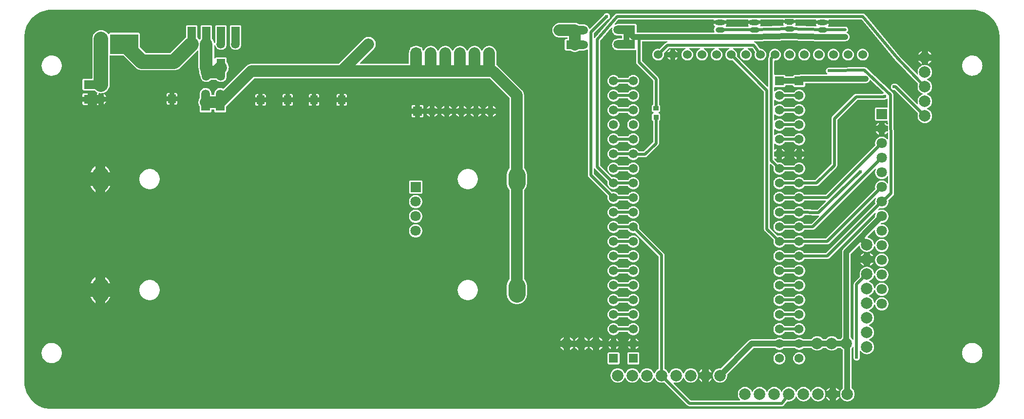
<source format=gtl>
G04 Layer: TopLayer*
G04 EasyEDA v6.5.9, 2022-08-06 01:21:21*
G04 14fef34793594d2db1d7ff351c51599c,c09117847ad249c1abd8b20aa127d3a4,10*
G04 Gerber Generator version 0.2*
G04 Scale: 100 percent, Rotated: No, Reflected: No *
G04 Dimensions in millimeters *
G04 leading zeros omitted , absolute positions ,4 integer and 5 decimal *
%FSLAX45Y45*%
%MOMM*%

%ADD10C,1.0000*%
%ADD11C,0.5000*%
%ADD12C,2.0000*%
%ADD13C,2.5000*%
%ADD14C,2.2000*%
%ADD15R,1.4000X1.4000*%
%ADD16R,4.9000X3.4000*%
%ADD17R,3.0000X1.5000*%
%ADD18R,1.5000X3.0000*%
%ADD19R,0.8640X0.8065*%
%ADD20C,1.5240*%
%ADD21C,1.8000*%
%ADD22C,1.5748*%
%ADD23R,1.5748X1.5748*%
%ADD24C,1.5000*%
%ADD25R,1.6000X0.9000*%
%ADD26C,0.6096*%
%ADD27C,1.5000*%
%ADD28C,3.0000*%
%ADD29C,0.9000*%
%ADD30C,0.0130*%

%LPD*%
G36*
X500227Y25908D02*
G01*
X469900Y26873D01*
X440283Y29718D01*
X410870Y34391D01*
X381812Y40894D01*
X353212Y49225D01*
X325170Y59334D01*
X297840Y71170D01*
X271322Y84734D01*
X245719Y99923D01*
X221081Y116636D01*
X197561Y134924D01*
X175260Y154635D01*
X154178Y175717D01*
X134518Y198069D01*
X116281Y221589D01*
X99568Y246227D01*
X84429Y271881D01*
X70916Y298450D01*
X59080Y325780D01*
X49022Y353822D01*
X40741Y382422D01*
X34290Y411480D01*
X29616Y440893D01*
X26822Y470560D01*
X25908Y500532D01*
X25908Y6499453D01*
X26873Y6530085D01*
X29718Y6559702D01*
X34391Y6589115D01*
X40894Y6618173D01*
X49225Y6646773D01*
X59334Y6674815D01*
X71170Y6702145D01*
X84734Y6728663D01*
X99923Y6754266D01*
X116636Y6778904D01*
X134924Y6802424D01*
X154635Y6824725D01*
X175717Y6845808D01*
X198069Y6865467D01*
X221589Y6883704D01*
X246227Y6900418D01*
X271881Y6915556D01*
X298450Y6929069D01*
X325780Y6940905D01*
X353822Y6950964D01*
X382422Y6959244D01*
X411480Y6965696D01*
X440893Y6970369D01*
X470560Y6973163D01*
X500532Y6974078D01*
X16499433Y6974078D01*
X16530066Y6973112D01*
X16559682Y6970268D01*
X16589095Y6965594D01*
X16618153Y6959092D01*
X16646753Y6950760D01*
X16674795Y6940651D01*
X16702125Y6928815D01*
X16728643Y6915251D01*
X16754246Y6900062D01*
X16778884Y6883349D01*
X16802404Y6865061D01*
X16824706Y6845350D01*
X16845788Y6824268D01*
X16865447Y6801916D01*
X16883684Y6778396D01*
X16900398Y6753758D01*
X16915536Y6728104D01*
X16929049Y6701536D01*
X16940885Y6674205D01*
X16950944Y6646164D01*
X16959224Y6617563D01*
X16965676Y6588506D01*
X16970349Y6559092D01*
X16973143Y6529425D01*
X16974058Y6499453D01*
X16974058Y500532D01*
X16973092Y469900D01*
X16970248Y440283D01*
X16965574Y410870D01*
X16959072Y381812D01*
X16950740Y353212D01*
X16940631Y325170D01*
X16928795Y297840D01*
X16915231Y271322D01*
X16900042Y245719D01*
X16883329Y221081D01*
X16865041Y197561D01*
X16845330Y175260D01*
X16824248Y154178D01*
X16801896Y134518D01*
X16778376Y116281D01*
X16753738Y99568D01*
X16728084Y84429D01*
X16701516Y70916D01*
X16674185Y59080D01*
X16646144Y49022D01*
X16617543Y40741D01*
X16588486Y34290D01*
X16559072Y29616D01*
X16529405Y26822D01*
X16499433Y25908D01*
G37*

%LPC*%
G36*
X1428546Y4142028D02*
G01*
X1516684Y4142028D01*
X1515008Y4148378D01*
X1508861Y4165041D01*
X1500987Y4181043D01*
X1491589Y4196181D01*
X1480667Y4210253D01*
X1468374Y4223207D01*
X1454861Y4234789D01*
X1440230Y4244949D01*
X1428546Y4251452D01*
G37*
G36*
X3692296Y6274612D02*
G01*
X3705758Y6275019D01*
X3719068Y6277305D01*
X3731920Y6281267D01*
X3744163Y6286957D01*
X3755542Y6294221D01*
X3765804Y6302908D01*
X3774846Y6312916D01*
X3782466Y6323990D01*
X3788562Y6336030D01*
X3792982Y6348780D01*
X3795674Y6361988D01*
X3796588Y6375755D01*
X3796588Y6677253D01*
X3795877Y6683552D01*
X3793947Y6689039D01*
X3790899Y6693916D01*
X3786784Y6698030D01*
X3781907Y6701078D01*
X3776421Y6703009D01*
X3770122Y6703720D01*
X3621227Y6703720D01*
X3614928Y6703009D01*
X3609441Y6701078D01*
X3604564Y6698030D01*
X3600450Y6693916D01*
X3597401Y6689039D01*
X3595471Y6683552D01*
X3594760Y6677253D01*
X3594760Y6378397D01*
X3595014Y6375603D01*
X3595014Y6368694D01*
X3596792Y6355334D01*
X3600399Y6342329D01*
X3605631Y6329934D01*
X3612489Y6318351D01*
X3620871Y6307734D01*
X3630523Y6298387D01*
X3641394Y6290411D01*
X3653231Y6283909D01*
X3665778Y6279083D01*
X3678885Y6275933D01*
G37*
G36*
X11201958Y6235750D02*
G01*
X11249304Y6235750D01*
X11249304Y6283096D01*
X11238839Y6277356D01*
X11227866Y6269278D01*
X11218062Y6259779D01*
X11209578Y6249111D01*
X11202619Y6237376D01*
G37*
G36*
X11338204Y6235750D02*
G01*
X11385397Y6235750D01*
X11381587Y6243370D01*
X11373866Y6254597D01*
X11364722Y6264706D01*
X11354308Y6273495D01*
X11342827Y6280861D01*
X11338204Y6282994D01*
G37*
G36*
X14329054Y159918D02*
G01*
X14344243Y160832D01*
X14359178Y163576D01*
X14373707Y168097D01*
X14387576Y174345D01*
X14400580Y182219D01*
X14412518Y191617D01*
X14423288Y202336D01*
X14432635Y214325D01*
X14440509Y227329D01*
X14446757Y241198D01*
X14451279Y255676D01*
X14454022Y270662D01*
X14454936Y285800D01*
X14454022Y300990D01*
X14451279Y315976D01*
X14446757Y330454D01*
X14440509Y344322D01*
X14432635Y357327D01*
X14423288Y369316D01*
X14412518Y380034D01*
X14408861Y382930D01*
X14406778Y385165D01*
X14405406Y387908D01*
X14404949Y390906D01*
X14404949Y1078636D01*
X14405508Y1081989D01*
X14407134Y1084935D01*
X14416481Y1096873D01*
X14420951Y1104239D01*
X14423948Y1107389D01*
X14428012Y1109014D01*
X14432381Y1108760D01*
X14436191Y1106678D01*
X14438833Y1103223D01*
X14439798Y1098956D01*
X14439798Y953008D01*
X14438833Y948690D01*
X14437766Y946353D01*
X14435226Y936904D01*
X14434362Y927100D01*
X14435226Y917295D01*
X14437766Y907846D01*
X14441881Y898906D01*
X14447519Y890879D01*
X14454479Y883919D01*
X14462506Y878281D01*
X14471446Y874166D01*
X14480895Y871626D01*
X14490700Y870762D01*
X14500504Y871626D01*
X14509953Y874166D01*
X14518894Y878281D01*
X14526920Y883919D01*
X14533880Y890879D01*
X14539518Y898906D01*
X14543633Y907846D01*
X14546173Y917295D01*
X14547037Y927100D01*
X14546173Y936904D01*
X14543633Y946353D01*
X14542566Y948690D01*
X14541601Y953008D01*
X14541601Y1035456D01*
X14542566Y1039723D01*
X14545208Y1043178D01*
X14549018Y1045260D01*
X14553387Y1045514D01*
X14557451Y1043889D01*
X14560448Y1040739D01*
X14564918Y1033373D01*
X14574266Y1021435D01*
X14585035Y1010666D01*
X14596973Y1001318D01*
X14609978Y993444D01*
X14623846Y987196D01*
X14638375Y982675D01*
X14653310Y979932D01*
X14668500Y979017D01*
X14683689Y979932D01*
X14698624Y982675D01*
X14713153Y987196D01*
X14727021Y993444D01*
X14740026Y1001318D01*
X14751964Y1010666D01*
X14762734Y1021435D01*
X14772081Y1033373D01*
X14779955Y1046378D01*
X14786203Y1060246D01*
X14790724Y1074775D01*
X14793468Y1089710D01*
X14794382Y1104900D01*
X14793468Y1120089D01*
X14790724Y1135024D01*
X14786203Y1149553D01*
X14779955Y1163421D01*
X14772081Y1176426D01*
X14762734Y1188364D01*
X14751964Y1199134D01*
X14740026Y1208481D01*
X14727021Y1216355D01*
X14713102Y1222654D01*
X14709901Y1224838D01*
X14707819Y1228090D01*
X14707107Y1231900D01*
X14707819Y1235710D01*
X14709901Y1238961D01*
X14713102Y1241145D01*
X14727021Y1247444D01*
X14740026Y1255318D01*
X14751964Y1264666D01*
X14762734Y1275435D01*
X14772081Y1287373D01*
X14779955Y1300378D01*
X14786203Y1314246D01*
X14790724Y1328775D01*
X14793468Y1343710D01*
X14794382Y1358900D01*
X14793468Y1374089D01*
X14790724Y1389024D01*
X14786203Y1403553D01*
X14779955Y1417421D01*
X14772081Y1430426D01*
X14762734Y1442364D01*
X14751964Y1453134D01*
X14740026Y1462481D01*
X14727021Y1470355D01*
X14713102Y1476654D01*
X14709901Y1478838D01*
X14707819Y1482090D01*
X14707107Y1485900D01*
X14707819Y1489710D01*
X14709901Y1492961D01*
X14713102Y1495145D01*
X14727021Y1501444D01*
X14740026Y1509318D01*
X14751964Y1518666D01*
X14762734Y1529435D01*
X14772081Y1541373D01*
X14779955Y1554378D01*
X14786203Y1568246D01*
X14790724Y1582775D01*
X14793468Y1597710D01*
X14794382Y1612900D01*
X14793468Y1628089D01*
X14790724Y1643024D01*
X14786203Y1657553D01*
X14779955Y1671421D01*
X14772081Y1684426D01*
X14762734Y1696364D01*
X14751964Y1707134D01*
X14740026Y1716481D01*
X14727021Y1724355D01*
X14713102Y1730654D01*
X14709901Y1732838D01*
X14707819Y1736089D01*
X14707107Y1739900D01*
X14707819Y1743710D01*
X14709901Y1746961D01*
X14713102Y1749145D01*
X14727021Y1755444D01*
X14740026Y1763318D01*
X14751964Y1772666D01*
X14762734Y1783435D01*
X14772081Y1795373D01*
X14779955Y1808378D01*
X14786203Y1822246D01*
X14790724Y1836775D01*
X14791537Y1841093D01*
X14793010Y1844802D01*
X14795804Y1847646D01*
X14799462Y1849170D01*
X14803475Y1849221D01*
X14807184Y1847697D01*
X14809978Y1844852D01*
X14811501Y1841144D01*
X14814042Y1827682D01*
X14818563Y1813814D01*
X14824760Y1800656D01*
X14832533Y1788363D01*
X14841829Y1777136D01*
X14852446Y1767179D01*
X14864232Y1758645D01*
X14876983Y1751634D01*
X14890496Y1746250D01*
X14904618Y1742643D01*
X14919045Y1740814D01*
X14933574Y1740814D01*
X14948001Y1742643D01*
X14962124Y1746250D01*
X14975636Y1751634D01*
X14988387Y1758645D01*
X15000173Y1767179D01*
X15010790Y1777136D01*
X15020086Y1788363D01*
X15027859Y1800656D01*
X15034056Y1813814D01*
X15038578Y1827682D01*
X15041270Y1841957D01*
X15042184Y1856486D01*
X15041270Y1871014D01*
X15038578Y1885289D01*
X15034056Y1899157D01*
X15027859Y1912315D01*
X15020086Y1924608D01*
X15010790Y1935835D01*
X15000173Y1945792D01*
X14988387Y1954326D01*
X14975636Y1961337D01*
X14962124Y1966722D01*
X14948001Y1970328D01*
X14933574Y1972157D01*
X14919045Y1972157D01*
X14904618Y1970328D01*
X14890496Y1966722D01*
X14876983Y1961337D01*
X14864232Y1954326D01*
X14852446Y1945792D01*
X14841829Y1935835D01*
X14832533Y1924608D01*
X14824760Y1912315D01*
X14818563Y1899157D01*
X14814042Y1885289D01*
X14813432Y1882038D01*
X14811908Y1878330D01*
X14809114Y1875485D01*
X14805406Y1873961D01*
X14801443Y1873961D01*
X14797735Y1875536D01*
X14794941Y1878380D01*
X14793468Y1882089D01*
X14790724Y1897024D01*
X14786203Y1911553D01*
X14779955Y1925421D01*
X14772081Y1938426D01*
X14762734Y1950364D01*
X14751964Y1961134D01*
X14740026Y1970481D01*
X14727021Y1978355D01*
X14713102Y1984654D01*
X14709901Y1986838D01*
X14707819Y1990089D01*
X14707107Y1993900D01*
X14707819Y1997710D01*
X14709901Y2000961D01*
X14713102Y2003145D01*
X14727021Y2009444D01*
X14740026Y2017318D01*
X14751964Y2026666D01*
X14762734Y2037435D01*
X14772081Y2049373D01*
X14779955Y2062378D01*
X14786203Y2076246D01*
X14790724Y2090775D01*
X14791537Y2095093D01*
X14793010Y2098802D01*
X14795804Y2101646D01*
X14799462Y2103170D01*
X14803475Y2103221D01*
X14807184Y2101697D01*
X14809978Y2098852D01*
X14811501Y2095144D01*
X14814042Y2081682D01*
X14818563Y2067814D01*
X14824760Y2054656D01*
X14832533Y2042363D01*
X14841829Y2031136D01*
X14852446Y2021179D01*
X14864232Y2012645D01*
X14876983Y2005634D01*
X14890496Y2000250D01*
X14904618Y1996643D01*
X14919045Y1994814D01*
X14933574Y1994814D01*
X14948001Y1996643D01*
X14962124Y2000250D01*
X14975636Y2005634D01*
X14988387Y2012645D01*
X15000173Y2021179D01*
X15010790Y2031136D01*
X15020086Y2042363D01*
X15027859Y2054656D01*
X15034056Y2067814D01*
X15038578Y2081682D01*
X15041270Y2095957D01*
X15042184Y2110486D01*
X15041270Y2125014D01*
X15038578Y2139289D01*
X15034056Y2153158D01*
X15027859Y2166315D01*
X15020086Y2178608D01*
X15010790Y2189835D01*
X15000173Y2199792D01*
X14988387Y2208326D01*
X14975636Y2215337D01*
X14962124Y2220722D01*
X14948001Y2224328D01*
X14933574Y2226157D01*
X14919045Y2226157D01*
X14904618Y2224328D01*
X14890496Y2220722D01*
X14876983Y2215337D01*
X14864232Y2208326D01*
X14852446Y2199792D01*
X14841829Y2189835D01*
X14832533Y2178608D01*
X14824760Y2166315D01*
X14818563Y2153158D01*
X14814042Y2139289D01*
X14813432Y2136038D01*
X14811908Y2132330D01*
X14809114Y2129485D01*
X14805406Y2127961D01*
X14801443Y2127961D01*
X14797735Y2129536D01*
X14794941Y2132380D01*
X14793468Y2136089D01*
X14790724Y2151024D01*
X14786203Y2165553D01*
X14779955Y2179421D01*
X14772081Y2192426D01*
X14762734Y2204364D01*
X14751964Y2215134D01*
X14740026Y2224481D01*
X14727021Y2232355D01*
X14713102Y2238654D01*
X14709901Y2240838D01*
X14707819Y2244090D01*
X14707107Y2247900D01*
X14707819Y2251710D01*
X14709901Y2254961D01*
X14713102Y2257145D01*
X14727021Y2263444D01*
X14740026Y2271318D01*
X14751964Y2280666D01*
X14762734Y2291435D01*
X14772081Y2303373D01*
X14779955Y2316378D01*
X14786203Y2330246D01*
X14790724Y2344775D01*
X14791537Y2349093D01*
X14793010Y2352802D01*
X14795804Y2355646D01*
X14799462Y2357170D01*
X14803475Y2357221D01*
X14807184Y2355697D01*
X14809978Y2352852D01*
X14811501Y2349144D01*
X14814042Y2335682D01*
X14818563Y2321814D01*
X14824760Y2308656D01*
X14832533Y2296363D01*
X14841829Y2285136D01*
X14852446Y2275179D01*
X14864232Y2266645D01*
X14876983Y2259634D01*
X14890496Y2254250D01*
X14904618Y2250643D01*
X14919045Y2248814D01*
X14933574Y2248814D01*
X14948001Y2250643D01*
X14962124Y2254250D01*
X14975636Y2259634D01*
X14988387Y2266645D01*
X15000173Y2275179D01*
X15010790Y2285136D01*
X15020086Y2296363D01*
X15027859Y2308656D01*
X15034056Y2321814D01*
X15038578Y2335682D01*
X15041270Y2349957D01*
X15042184Y2364486D01*
X15041270Y2379014D01*
X15038578Y2393289D01*
X15034056Y2407158D01*
X15027859Y2420315D01*
X15020086Y2432608D01*
X15010790Y2443835D01*
X15000173Y2453792D01*
X14988387Y2462326D01*
X14975636Y2469337D01*
X14962124Y2474722D01*
X14948001Y2478328D01*
X14933574Y2480157D01*
X14919045Y2480157D01*
X14904618Y2478328D01*
X14890496Y2474722D01*
X14876983Y2469337D01*
X14864232Y2462326D01*
X14852446Y2453792D01*
X14841829Y2443835D01*
X14832533Y2432608D01*
X14824760Y2420315D01*
X14818563Y2407158D01*
X14814042Y2393289D01*
X14813432Y2390038D01*
X14811908Y2386330D01*
X14809114Y2383485D01*
X14805406Y2381961D01*
X14801443Y2381961D01*
X14797735Y2383536D01*
X14794941Y2386380D01*
X14793468Y2390089D01*
X14790724Y2405024D01*
X14786203Y2419553D01*
X14779955Y2433421D01*
X14772081Y2446426D01*
X14762734Y2458364D01*
X14751964Y2469134D01*
X14740026Y2478481D01*
X14727021Y2486355D01*
X14713102Y2492654D01*
X14698624Y2497124D01*
X14683689Y2499868D01*
X14668500Y2500782D01*
X14653310Y2499868D01*
X14638375Y2497124D01*
X14623897Y2492654D01*
X14609978Y2486355D01*
X14596973Y2478481D01*
X14585035Y2469134D01*
X14574266Y2458364D01*
X14564918Y2446426D01*
X14557044Y2433421D01*
X14550796Y2419553D01*
X14546275Y2405024D01*
X14543532Y2390089D01*
X14542617Y2374900D01*
X14543532Y2359710D01*
X14546275Y2344775D01*
X14549221Y2335326D01*
X14549678Y2331669D01*
X14548764Y2328113D01*
X14546681Y2325116D01*
X14454835Y2233269D01*
X14451685Y2229815D01*
X14448993Y2226310D01*
X14446605Y2222550D01*
X14444573Y2218588D01*
X14442846Y2214524D01*
X14441525Y2210257D01*
X14440560Y2205939D01*
X14440001Y2201519D01*
X14439798Y2196896D01*
X14439798Y1237843D01*
X14438833Y1233576D01*
X14436191Y1230122D01*
X14432381Y1228039D01*
X14428012Y1227785D01*
X14423948Y1229410D01*
X14420951Y1232560D01*
X14416481Y1239926D01*
X14407134Y1251864D01*
X14396364Y1262634D01*
X14392706Y1265529D01*
X14390624Y1267714D01*
X14389252Y1270508D01*
X14388795Y1273505D01*
X14388795Y2720695D01*
X14389557Y2724556D01*
X14391741Y2727807D01*
X14527530Y2866186D01*
X14531238Y2868574D01*
X14535607Y2869184D01*
X14539823Y2867914D01*
X14543074Y2864967D01*
X14544801Y2860903D01*
X14546275Y2852775D01*
X14550796Y2838246D01*
X14557044Y2824378D01*
X14564918Y2811373D01*
X14574266Y2799435D01*
X14585035Y2788666D01*
X14596973Y2779318D01*
X14609978Y2771444D01*
X14623897Y2765145D01*
X14638375Y2760675D01*
X14653310Y2757932D01*
X14668500Y2757017D01*
X14683689Y2757932D01*
X14698624Y2760675D01*
X14713102Y2765145D01*
X14727021Y2771444D01*
X14740026Y2779318D01*
X14751964Y2788666D01*
X14762734Y2799435D01*
X14772081Y2811373D01*
X14779955Y2824378D01*
X14786203Y2838246D01*
X14790724Y2852775D01*
X14791537Y2857093D01*
X14793010Y2860802D01*
X14795804Y2863646D01*
X14799462Y2865170D01*
X14803475Y2865221D01*
X14807184Y2863697D01*
X14809978Y2860852D01*
X14811501Y2857144D01*
X14814042Y2843682D01*
X14818563Y2829814D01*
X14824760Y2816656D01*
X14832533Y2804363D01*
X14841829Y2793136D01*
X14852446Y2783179D01*
X14864232Y2774645D01*
X14876983Y2767634D01*
X14890496Y2762250D01*
X14904618Y2758643D01*
X14919045Y2756814D01*
X14933574Y2756814D01*
X14948001Y2758643D01*
X14962124Y2762250D01*
X14975636Y2767634D01*
X14988387Y2774645D01*
X15000173Y2783179D01*
X15010790Y2793136D01*
X15020086Y2804363D01*
X15027859Y2816656D01*
X15034056Y2829814D01*
X15038578Y2843682D01*
X15041270Y2857957D01*
X15042184Y2872486D01*
X15041270Y2887014D01*
X15038578Y2901289D01*
X15034056Y2915158D01*
X15027859Y2928315D01*
X15020086Y2940608D01*
X15010790Y2951835D01*
X15000173Y2961792D01*
X14988387Y2970326D01*
X14975636Y2977337D01*
X14962124Y2982722D01*
X14948001Y2986328D01*
X14933574Y2988157D01*
X14919045Y2988157D01*
X14904618Y2986328D01*
X14890496Y2982722D01*
X14876983Y2977337D01*
X14864232Y2970326D01*
X14852446Y2961792D01*
X14841829Y2951835D01*
X14832533Y2940608D01*
X14824760Y2928315D01*
X14818563Y2915158D01*
X14814042Y2901289D01*
X14813432Y2898038D01*
X14811908Y2894330D01*
X14809114Y2891485D01*
X14805406Y2889961D01*
X14801443Y2889961D01*
X14797735Y2891536D01*
X14794941Y2894380D01*
X14793468Y2898089D01*
X14790724Y2913024D01*
X14786203Y2927553D01*
X14779955Y2941421D01*
X14772081Y2954426D01*
X14762734Y2966364D01*
X14751964Y2977134D01*
X14740026Y2986481D01*
X14727021Y2994355D01*
X14713153Y3000603D01*
X14698624Y3005124D01*
X14688057Y3007055D01*
X14684044Y3008782D01*
X14681098Y3011982D01*
X14679777Y3016148D01*
X14680336Y3020466D01*
X14682622Y3024174D01*
X14793213Y3136798D01*
X14796566Y3139084D01*
X14800580Y3139846D01*
X14804593Y3138932D01*
X14807895Y3136595D01*
X14810028Y3133090D01*
X14810587Y3129026D01*
X14810435Y3126486D01*
X14811349Y3111957D01*
X14814042Y3097682D01*
X14818563Y3083814D01*
X14824760Y3070656D01*
X14832533Y3058363D01*
X14841829Y3047136D01*
X14852446Y3037179D01*
X14864232Y3028645D01*
X14876983Y3021634D01*
X14890496Y3016250D01*
X14904618Y3012643D01*
X14919045Y3010814D01*
X14933574Y3010814D01*
X14948001Y3012643D01*
X14962124Y3016250D01*
X14975636Y3021634D01*
X14988387Y3028645D01*
X15000173Y3037179D01*
X15010790Y3047136D01*
X15020086Y3058363D01*
X15027859Y3070656D01*
X15034056Y3083814D01*
X15038578Y3097682D01*
X15041270Y3111957D01*
X15042184Y3126486D01*
X15041270Y3141014D01*
X15038578Y3155289D01*
X15034056Y3169158D01*
X15027859Y3182315D01*
X15020086Y3194608D01*
X15010790Y3205835D01*
X15000173Y3215792D01*
X14988387Y3224326D01*
X14975636Y3231337D01*
X14962124Y3236722D01*
X14948001Y3240328D01*
X14933574Y3242157D01*
X14920823Y3242157D01*
X14916962Y3242919D01*
X14913660Y3245104D01*
X14911476Y3248355D01*
X14910663Y3252266D01*
X14911425Y3256127D01*
X14913559Y3259429D01*
X14915896Y3261766D01*
X14919198Y3264052D01*
X14923160Y3264814D01*
X14933574Y3264814D01*
X14948001Y3266643D01*
X14962124Y3270250D01*
X14975636Y3275634D01*
X14988387Y3282645D01*
X15000173Y3291179D01*
X15010790Y3301136D01*
X15020086Y3312363D01*
X15027859Y3324656D01*
X15034056Y3337814D01*
X15038578Y3351682D01*
X15041270Y3365957D01*
X15042184Y3380486D01*
X15041270Y3395014D01*
X15038578Y3409289D01*
X15034056Y3423158D01*
X15027859Y3436315D01*
X15020086Y3448608D01*
X15010790Y3459835D01*
X15000173Y3469792D01*
X14988387Y3478326D01*
X14975636Y3485337D01*
X14962124Y3490722D01*
X14948001Y3494328D01*
X14933574Y3496157D01*
X14919045Y3496157D01*
X14904618Y3494328D01*
X14890496Y3490722D01*
X14876983Y3485337D01*
X14873122Y3484626D01*
X14869261Y3485438D01*
X14866010Y3487674D01*
X14863826Y3490976D01*
X14863063Y3494836D01*
X14863876Y3498697D01*
X14866061Y3501999D01*
X14884501Y3520389D01*
X14887346Y3522421D01*
X14890699Y3523335D01*
X14894204Y3523081D01*
X14904618Y3520389D01*
X14919045Y3518560D01*
X14933574Y3518560D01*
X14948001Y3520389D01*
X14962124Y3523996D01*
X14975636Y3529380D01*
X14988387Y3536391D01*
X15000173Y3544925D01*
X15010790Y3554882D01*
X15020086Y3566109D01*
X15027859Y3578402D01*
X15034056Y3591560D01*
X15038578Y3605428D01*
X15041270Y3619703D01*
X15042184Y3634232D01*
X15040965Y3653332D01*
X15041930Y3656431D01*
X15043861Y3659124D01*
X15126868Y3742182D01*
X15130018Y3745585D01*
X15132761Y3749141D01*
X15135148Y3752850D01*
X15137180Y3756812D01*
X15138857Y3760927D01*
X15140228Y3765143D01*
X15141194Y3769461D01*
X15141752Y3773881D01*
X15141956Y3778554D01*
X15141956Y4286910D01*
X15129256Y5493105D01*
X15128900Y5498795D01*
X15128392Y5502097D01*
X15127071Y5507482D01*
X15126004Y5510631D01*
X15123820Y5515711D01*
X15122194Y5518658D01*
X15119146Y5523280D01*
X15117063Y5525871D01*
X15113101Y5530037D01*
X14656257Y5961481D01*
X14653056Y5964275D01*
X14649094Y5967171D01*
X14645690Y5969203D01*
X14641271Y5971387D01*
X14637613Y5972810D01*
X14632889Y5974130D01*
X14628977Y5974892D01*
X14624100Y5975451D01*
X14619884Y5975502D01*
X14036548Y5963361D01*
X14032026Y5964326D01*
X14030807Y5964885D01*
X14021358Y5967425D01*
X14011554Y5968288D01*
X14001750Y5967425D01*
X13992301Y5964885D01*
X13983360Y5960719D01*
X13975334Y5955080D01*
X13968374Y5948172D01*
X13962735Y5940094D01*
X13958620Y5931204D01*
X13956080Y5921705D01*
X13955217Y5911900D01*
X13956080Y5902147D01*
X13958620Y5892647D01*
X13962735Y5883757D01*
X13968374Y5875680D01*
X13975334Y5868771D01*
X13978382Y5866638D01*
X13981277Y5863488D01*
X13982649Y5859475D01*
X13982242Y5855258D01*
X13980160Y5851550D01*
X13976705Y5849010D01*
X13972590Y5848146D01*
X13526312Y5848096D01*
X13517422Y5847232D01*
X13515035Y5846826D01*
X13504163Y5843981D01*
X13494207Y5839612D01*
X13490143Y5838748D01*
X13412673Y5838748D01*
X13406374Y5838037D01*
X13400887Y5836158D01*
X13396010Y5833059D01*
X13391896Y5828995D01*
X13388898Y5824169D01*
X13386511Y5817006D01*
X13384377Y5813348D01*
X13380974Y5810910D01*
X13376859Y5810046D01*
X13261949Y5810046D01*
X13257834Y5810910D01*
X13254431Y5813348D01*
X13252297Y5817006D01*
X13249910Y5824169D01*
X13246912Y5828995D01*
X13242798Y5833059D01*
X13237921Y5836158D01*
X13232434Y5838037D01*
X13226135Y5838748D01*
X13069315Y5838748D01*
X13065404Y5839561D01*
X13062153Y5841746D01*
X13059918Y5845048D01*
X13059156Y5848908D01*
X13059156Y6079185D01*
X13059918Y6082995D01*
X13062000Y6086246D01*
X13065201Y6088430D01*
X13068960Y6089294D01*
X13081965Y6089751D01*
X13095427Y6092037D01*
X13108432Y6096050D01*
X13120827Y6101791D01*
X13132307Y6109157D01*
X13142722Y6117945D01*
X13151866Y6128054D01*
X13159587Y6139281D01*
X13165734Y6151473D01*
X13170204Y6164376D01*
X13172948Y6177737D01*
X13173862Y6191300D01*
X13172948Y6204915D01*
X13170204Y6218275D01*
X13165734Y6231178D01*
X13159587Y6243370D01*
X13151866Y6254597D01*
X13142722Y6264706D01*
X13132307Y6273495D01*
X13120827Y6280861D01*
X13108432Y6286601D01*
X13095427Y6290614D01*
X13081965Y6292900D01*
X13068350Y6293358D01*
X13054787Y6291986D01*
X13041528Y6288836D01*
X13028777Y6283909D01*
X13016839Y6277356D01*
X13005866Y6269278D01*
X12996062Y6259779D01*
X12987578Y6249111D01*
X12980619Y6237376D01*
X12975336Y6224828D01*
X12971729Y6211671D01*
X12969900Y6198158D01*
X12969900Y6184493D01*
X12972237Y6167221D01*
X12971576Y6164122D01*
X12970052Y6161379D01*
X12966496Y6156960D01*
X12964160Y6153251D01*
X12962128Y6149340D01*
X12960400Y6145225D01*
X12959080Y6141008D01*
X12958114Y6136640D01*
X12957556Y6132271D01*
X12957352Y6127597D01*
X12957352Y5640273D01*
X12956590Y5636361D01*
X12954355Y5633059D01*
X12951053Y5630875D01*
X12947192Y5630113D01*
X12943281Y5630875D01*
X12939979Y5633059D01*
X12412167Y6160922D01*
X12410236Y6163614D01*
X12409271Y6166815D01*
X12409373Y6170117D01*
X12410948Y6177737D01*
X12411862Y6191300D01*
X12410948Y6204915D01*
X12408204Y6218275D01*
X12403734Y6231178D01*
X12397587Y6243370D01*
X12389866Y6254597D01*
X12380722Y6264706D01*
X12370308Y6273495D01*
X12358827Y6280861D01*
X12347397Y6286144D01*
X12344247Y6288430D01*
X12342215Y6291732D01*
X12341555Y6295593D01*
X12342368Y6299403D01*
X12344603Y6302603D01*
X12347854Y6304788D01*
X12351715Y6305499D01*
X12522200Y6305499D01*
X12526111Y6304737D01*
X12529413Y6302502D01*
X12531598Y6299149D01*
X12532360Y6295186D01*
X12531496Y6291275D01*
X12529210Y6288024D01*
X12525857Y6285890D01*
X12520777Y6283909D01*
X12508839Y6277356D01*
X12497866Y6269278D01*
X12488062Y6259779D01*
X12479578Y6249111D01*
X12472619Y6237376D01*
X12467336Y6224828D01*
X12463729Y6211671D01*
X12461900Y6198158D01*
X12461900Y6184493D01*
X12463729Y6170980D01*
X12467336Y6157823D01*
X12472619Y6145276D01*
X12479578Y6133541D01*
X12488062Y6122873D01*
X12497866Y6113373D01*
X12508839Y6105296D01*
X12520777Y6098743D01*
X12533528Y6093815D01*
X12546787Y6090666D01*
X12560350Y6089294D01*
X12573965Y6089751D01*
X12587427Y6092037D01*
X12600432Y6096050D01*
X12612827Y6101791D01*
X12624308Y6109157D01*
X12634722Y6117945D01*
X12643866Y6128054D01*
X12651587Y6139281D01*
X12657734Y6151473D01*
X12662204Y6164376D01*
X12664948Y6177737D01*
X12665862Y6191300D01*
X12664948Y6204915D01*
X12662204Y6218275D01*
X12657734Y6231178D01*
X12651587Y6243370D01*
X12643866Y6254597D01*
X12634722Y6264706D01*
X12624308Y6273495D01*
X12612827Y6280861D01*
X12601397Y6286144D01*
X12598247Y6288430D01*
X12596215Y6291732D01*
X12595555Y6295593D01*
X12596368Y6299403D01*
X12598603Y6302603D01*
X12601854Y6304788D01*
X12605715Y6305499D01*
X12671450Y6305499D01*
X12674650Y6304991D01*
X12677546Y6303467D01*
X12679781Y6301130D01*
X12722453Y6239560D01*
X12723876Y6236462D01*
X12724231Y6233109D01*
X12723418Y6229807D01*
X12721336Y6224828D01*
X12717729Y6211671D01*
X12715900Y6198158D01*
X12715900Y6184493D01*
X12717729Y6170980D01*
X12721336Y6157823D01*
X12726619Y6145276D01*
X12733578Y6133541D01*
X12742062Y6122873D01*
X12751866Y6113373D01*
X12762839Y6105296D01*
X12774777Y6098743D01*
X12787528Y6093815D01*
X12800787Y6090666D01*
X12814350Y6089294D01*
X12827965Y6089751D01*
X12841427Y6092037D01*
X12854432Y6096050D01*
X12866827Y6101791D01*
X12878308Y6109157D01*
X12888722Y6117945D01*
X12897866Y6128054D01*
X12905587Y6139281D01*
X12911734Y6151473D01*
X12916204Y6164376D01*
X12918948Y6177737D01*
X12919862Y6191300D01*
X12918948Y6204915D01*
X12916204Y6218275D01*
X12911734Y6231178D01*
X12905587Y6243370D01*
X12897866Y6254597D01*
X12888722Y6264706D01*
X12878308Y6273495D01*
X12866827Y6280861D01*
X12854432Y6286601D01*
X12841427Y6290614D01*
X12827965Y6292900D01*
X12813995Y6293358D01*
X12810896Y6293967D01*
X12808153Y6295440D01*
X12805968Y6297726D01*
X12745415Y6385204D01*
X12742418Y6389166D01*
X12739624Y6392214D01*
X12736118Y6395415D01*
X12732867Y6397955D01*
X12728854Y6400495D01*
X12725247Y6402425D01*
X12720828Y6404254D01*
X12716916Y6405524D01*
X12712750Y6406438D01*
X12708940Y6408166D01*
X12706146Y6411315D01*
X12704876Y6415278D01*
X12705283Y6419443D01*
X12707315Y6423050D01*
X12710668Y6425590D01*
X12714732Y6426504D01*
X13322452Y6439154D01*
X13893698Y6426504D01*
X14291818Y6425793D01*
X14303501Y6426657D01*
X14314576Y6429146D01*
X14325142Y6433312D01*
X14334947Y6438950D01*
X14343837Y6446012D01*
X14351558Y6454292D01*
X14357959Y6463639D01*
X14362887Y6473850D01*
X14366290Y6484721D01*
X14367967Y6495897D01*
X14368018Y6507226D01*
X14366341Y6518452D01*
X14362988Y6529324D01*
X14358112Y6539534D01*
X14351711Y6548932D01*
X14344040Y6557264D01*
X14335201Y6564325D01*
X14324685Y6570268D01*
X14321078Y6572707D01*
X14318843Y6576415D01*
X14318335Y6580733D01*
X14319656Y6584848D01*
X14322602Y6588048D01*
X14324939Y6589674D01*
X14331238Y6595922D01*
X14336318Y6603187D01*
X14340078Y6611213D01*
X14342414Y6619798D01*
X14343176Y6628638D01*
X14342414Y6637477D01*
X14340179Y6646011D01*
X14336420Y6654088D01*
X14331340Y6661353D01*
X14325092Y6667601D01*
X14317827Y6672732D01*
X14309801Y6676491D01*
X14301266Y6678777D01*
X14291970Y6679641D01*
X14002816Y6680098D01*
X13998651Y6681012D01*
X13995196Y6683603D01*
X13993113Y6687362D01*
X13992809Y6691630D01*
X13994231Y6695694D01*
X13997076Y6700164D01*
X13999006Y6705650D01*
X13999718Y6711950D01*
X13999718Y6727545D01*
X13940129Y6727545D01*
X13940129Y6710375D01*
X13939316Y6706311D01*
X13936878Y6702907D01*
X13933322Y6700774D01*
X13928394Y6700316D01*
X13859205Y6700316D01*
X13854277Y6700774D01*
X13850721Y6702907D01*
X13848283Y6706311D01*
X13847470Y6710375D01*
X13847470Y6727545D01*
X13787882Y6727545D01*
X13787882Y6711950D01*
X13788593Y6705650D01*
X13790523Y6700164D01*
X13791692Y6698335D01*
X13793165Y6694271D01*
X13792758Y6689953D01*
X13790625Y6686143D01*
X13787119Y6683603D01*
X13782852Y6682790D01*
X13429437Y6690614D01*
X13425627Y6691477D01*
X13422376Y6693712D01*
X13420242Y6697014D01*
X13419531Y6700875D01*
X13420293Y6704736D01*
X13425576Y6712864D01*
X13427506Y6718350D01*
X13428218Y6724650D01*
X13428218Y6740245D01*
X13368629Y6740245D01*
X13368629Y6723075D01*
X13367816Y6719011D01*
X13365378Y6715607D01*
X13361822Y6713474D01*
X13356894Y6713016D01*
X13287705Y6713016D01*
X13282777Y6713474D01*
X13279221Y6715607D01*
X13276783Y6719011D01*
X13275970Y6723075D01*
X13275970Y6740245D01*
X13216382Y6740245D01*
X13216382Y6724650D01*
X13217093Y6718350D01*
X13219023Y6712864D01*
X13224205Y6704685D01*
X13224916Y6700875D01*
X13224154Y6697065D01*
X13222020Y6693814D01*
X13218769Y6691630D01*
X13214959Y6690766D01*
X12823545Y6682638D01*
X12819278Y6683451D01*
X12815773Y6685991D01*
X12813639Y6689801D01*
X12813284Y6694119D01*
X12814706Y6698183D01*
X12815976Y6700164D01*
X12817906Y6705650D01*
X12818618Y6711950D01*
X12818618Y6727545D01*
X12759029Y6727545D01*
X12759029Y6710375D01*
X12758216Y6706311D01*
X12755778Y6702907D01*
X12752222Y6700774D01*
X12747294Y6700316D01*
X12678105Y6700316D01*
X12673177Y6700774D01*
X12669621Y6702907D01*
X12667183Y6706311D01*
X12666370Y6710375D01*
X12666370Y6727545D01*
X12606782Y6727545D01*
X12606782Y6711950D01*
X12607493Y6705650D01*
X12609423Y6700164D01*
X12612116Y6695897D01*
X12613589Y6691833D01*
X12613233Y6687566D01*
X12611150Y6683806D01*
X12607747Y6681216D01*
X12603530Y6680301D01*
X12224969Y6680301D01*
X12220752Y6681216D01*
X12217349Y6683806D01*
X12215266Y6687566D01*
X12214910Y6691833D01*
X12216384Y6695897D01*
X12219076Y6700164D01*
X12221006Y6705650D01*
X12221718Y6711950D01*
X12221718Y6727545D01*
X12162129Y6727545D01*
X12162129Y6710375D01*
X12161316Y6706311D01*
X12158878Y6702907D01*
X12155322Y6700774D01*
X12150394Y6700316D01*
X12081205Y6700316D01*
X12076277Y6700774D01*
X12072721Y6702907D01*
X12070283Y6706311D01*
X12069470Y6710375D01*
X12069470Y6727545D01*
X12009882Y6727545D01*
X12009882Y6711950D01*
X12010593Y6705650D01*
X12012523Y6700164D01*
X12015571Y6695287D01*
X12019686Y6691172D01*
X12023394Y6688886D01*
X12026442Y6685838D01*
X12028017Y6681825D01*
X12027763Y6677507D01*
X12025680Y6673697D01*
X12023445Y6671056D01*
X12017654Y6661556D01*
X12013387Y6651294D01*
X12010796Y6640474D01*
X12009932Y6629400D01*
X12010796Y6618325D01*
X12013387Y6607505D01*
X12017654Y6597243D01*
X12019788Y6593738D01*
X12021210Y6589674D01*
X12020854Y6585407D01*
X12018772Y6581698D01*
X12015317Y6579158D01*
X12011152Y6578244D01*
X10677347Y6577584D01*
X10673435Y6578346D01*
X10670184Y6580530D01*
X10667949Y6583832D01*
X10667187Y6587744D01*
X10667187Y6697573D01*
X10666476Y6703872D01*
X10664545Y6709359D01*
X10661497Y6714236D01*
X10657382Y6718350D01*
X10652506Y6721449D01*
X10647019Y6723329D01*
X10640720Y6724040D01*
X10341864Y6724040D01*
X10334548Y6723786D01*
X10321188Y6722008D01*
X10308183Y6718452D01*
X10299801Y6714896D01*
X10295331Y6714083D01*
X10291013Y6715302D01*
X10287609Y6718249D01*
X10285831Y6722414D01*
X10286034Y6726885D01*
X10288117Y6730898D01*
X10350195Y6802881D01*
X10353649Y6805472D01*
X10357916Y6806387D01*
X11999722Y6806387D01*
X12003633Y6805625D01*
X12006935Y6803440D01*
X12009120Y6800138D01*
X12009882Y6796227D01*
X12009882Y6785254D01*
X12069470Y6785254D01*
X12069470Y6796227D01*
X12070232Y6800138D01*
X12072416Y6803440D01*
X12075718Y6805625D01*
X12079630Y6806387D01*
X12151969Y6806387D01*
X12155881Y6805625D01*
X12159183Y6803440D01*
X12161367Y6800138D01*
X12162129Y6796227D01*
X12162129Y6785254D01*
X12221718Y6785254D01*
X12221718Y6796227D01*
X12222480Y6800138D01*
X12224664Y6803440D01*
X12227966Y6805625D01*
X12231878Y6806387D01*
X12596622Y6806387D01*
X12600533Y6805625D01*
X12603835Y6803440D01*
X12606020Y6800138D01*
X12606782Y6796227D01*
X12606782Y6785254D01*
X12666370Y6785254D01*
X12666370Y6796227D01*
X12667132Y6800138D01*
X12669316Y6803440D01*
X12672618Y6805625D01*
X12676530Y6806387D01*
X12748869Y6806387D01*
X12752781Y6805625D01*
X12756083Y6803440D01*
X12758267Y6800138D01*
X12759029Y6796227D01*
X12759029Y6785254D01*
X12818618Y6785254D01*
X12818618Y6796227D01*
X12819380Y6800138D01*
X12821564Y6803440D01*
X12824866Y6805625D01*
X12828778Y6806387D01*
X13206222Y6806387D01*
X13209727Y6805777D01*
X13212775Y6803999D01*
X13215061Y6801307D01*
X13216229Y6797954D01*
X13276072Y6797954D01*
X13277291Y6801307D01*
X13279577Y6803999D01*
X13282625Y6805777D01*
X13286130Y6806387D01*
X13358469Y6806387D01*
X13361974Y6805777D01*
X13365022Y6803999D01*
X13367308Y6801307D01*
X13368528Y6797954D01*
X13428370Y6797954D01*
X13429538Y6801307D01*
X13431824Y6803999D01*
X13434872Y6805777D01*
X13438378Y6806387D01*
X13777722Y6806387D01*
X13781633Y6805625D01*
X13784935Y6803440D01*
X13787119Y6800138D01*
X13787882Y6796227D01*
X13787882Y6785254D01*
X13847470Y6785254D01*
X13847470Y6796227D01*
X13848232Y6800138D01*
X13850416Y6803440D01*
X13853718Y6805625D01*
X13857630Y6806387D01*
X13929969Y6806387D01*
X13933881Y6805625D01*
X13937183Y6803440D01*
X13939367Y6800138D01*
X13940129Y6796227D01*
X13940129Y6785254D01*
X13999718Y6785254D01*
X13999718Y6796227D01*
X14000480Y6800138D01*
X14002664Y6803440D01*
X14005966Y6805625D01*
X14009878Y6806387D01*
X14568322Y6806387D01*
X14572640Y6805422D01*
X14576145Y6802729D01*
X15154605Y6101181D01*
X15157450Y6097981D01*
X15554401Y5684824D01*
X15556433Y5681827D01*
X15557246Y5678322D01*
X15556788Y5674766D01*
X15553029Y5662676D01*
X15550286Y5647690D01*
X15549372Y5632500D01*
X15550286Y5617362D01*
X15553029Y5602376D01*
X15557550Y5587898D01*
X15563799Y5574030D01*
X15571673Y5561025D01*
X15581020Y5549036D01*
X15591790Y5538317D01*
X15603728Y5528919D01*
X15616732Y5521045D01*
X15630651Y5514797D01*
X15633852Y5512562D01*
X15635935Y5509310D01*
X15636646Y5505500D01*
X15635935Y5501741D01*
X15633852Y5498490D01*
X15630651Y5496255D01*
X15616732Y5490006D01*
X15603728Y5482132D01*
X15591790Y5472734D01*
X15581020Y5462016D01*
X15571673Y5450027D01*
X15563799Y5437022D01*
X15557550Y5423154D01*
X15553029Y5408676D01*
X15550286Y5393690D01*
X15549372Y5378500D01*
X15550286Y5363362D01*
X15553029Y5348376D01*
X15554198Y5344668D01*
X15554553Y5340197D01*
X15552978Y5336032D01*
X15549727Y5332933D01*
X15545511Y5331561D01*
X15541091Y5332069D01*
X15537281Y5334457D01*
X15203424Y5668365D01*
X15199969Y5671515D01*
X15196464Y5674207D01*
X15192705Y5676595D01*
X15188742Y5678678D01*
X15184678Y5680354D01*
X15180411Y5681675D01*
X15176093Y5682640D01*
X15171724Y5683199D01*
X15167508Y5683402D01*
X15163596Y5684316D01*
X15161107Y5685485D01*
X15151658Y5688025D01*
X15141854Y5688888D01*
X15132050Y5688025D01*
X15122601Y5685485D01*
X15113660Y5681319D01*
X15105634Y5675680D01*
X15098674Y5668772D01*
X15093035Y5660694D01*
X15088920Y5651804D01*
X15086380Y5642305D01*
X15085517Y5632500D01*
X15086380Y5622747D01*
X15088920Y5613247D01*
X15093035Y5604357D01*
X15098674Y5596280D01*
X15105634Y5589371D01*
X15113660Y5583732D01*
X15122601Y5579567D01*
X15132050Y5577027D01*
X15141854Y5576163D01*
X15146070Y5576570D01*
X15150439Y5575960D01*
X15154148Y5573623D01*
X15553436Y5174335D01*
X15555518Y5171287D01*
X15556433Y5167731D01*
X15555976Y5164124D01*
X15553029Y5154676D01*
X15550286Y5139690D01*
X15549372Y5124500D01*
X15550286Y5109362D01*
X15553029Y5094376D01*
X15557550Y5079898D01*
X15563799Y5066030D01*
X15571673Y5053025D01*
X15581020Y5041036D01*
X15591790Y5030317D01*
X15603728Y5020919D01*
X15616732Y5013045D01*
X15630601Y5006797D01*
X15645130Y5002276D01*
X15660065Y4999532D01*
X15675254Y4998618D01*
X15690443Y4999532D01*
X15705378Y5002276D01*
X15719907Y5006797D01*
X15733776Y5013045D01*
X15746780Y5020919D01*
X15758718Y5030317D01*
X15769488Y5041036D01*
X15778835Y5053025D01*
X15786709Y5066030D01*
X15792957Y5079898D01*
X15797479Y5094376D01*
X15800222Y5109362D01*
X15801136Y5124500D01*
X15800222Y5139690D01*
X15797479Y5154676D01*
X15792957Y5169154D01*
X15786709Y5183022D01*
X15778835Y5196027D01*
X15769488Y5208016D01*
X15758718Y5218734D01*
X15746780Y5228132D01*
X15733776Y5236006D01*
X15719856Y5242255D01*
X15716656Y5244490D01*
X15714573Y5247741D01*
X15713862Y5251500D01*
X15714573Y5255310D01*
X15716656Y5258562D01*
X15719856Y5260797D01*
X15733776Y5267045D01*
X15746780Y5274919D01*
X15758718Y5284317D01*
X15769488Y5295036D01*
X15778835Y5307025D01*
X15786709Y5320030D01*
X15792957Y5333898D01*
X15797479Y5348376D01*
X15800222Y5363362D01*
X15801136Y5378500D01*
X15800222Y5393690D01*
X15797479Y5408676D01*
X15792957Y5423154D01*
X15786709Y5437022D01*
X15778835Y5450027D01*
X15769488Y5462016D01*
X15758718Y5472734D01*
X15746780Y5482132D01*
X15733776Y5490006D01*
X15719856Y5496255D01*
X15716656Y5498490D01*
X15714573Y5501741D01*
X15713862Y5505500D01*
X15714573Y5509310D01*
X15716656Y5512562D01*
X15719856Y5514797D01*
X15733776Y5521045D01*
X15746780Y5528919D01*
X15758718Y5538317D01*
X15769488Y5549036D01*
X15778835Y5561025D01*
X15786709Y5574030D01*
X15792957Y5587898D01*
X15797479Y5602376D01*
X15800222Y5617362D01*
X15801136Y5632500D01*
X15800222Y5647690D01*
X15797479Y5662676D01*
X15792957Y5677154D01*
X15786709Y5691022D01*
X15778835Y5704027D01*
X15769488Y5716016D01*
X15758718Y5726734D01*
X15746780Y5736132D01*
X15733776Y5744006D01*
X15719856Y5750255D01*
X15716656Y5752490D01*
X15714573Y5755741D01*
X15713862Y5759500D01*
X15714573Y5763310D01*
X15716656Y5766562D01*
X15719856Y5768797D01*
X15733776Y5775045D01*
X15746780Y5782919D01*
X15758718Y5792317D01*
X15769488Y5803036D01*
X15778835Y5815025D01*
X15786709Y5828030D01*
X15792957Y5841898D01*
X15797479Y5856376D01*
X15800222Y5871362D01*
X15801136Y5886500D01*
X15800222Y5901690D01*
X15797479Y5916676D01*
X15792957Y5931154D01*
X15786709Y5945022D01*
X15778835Y5958027D01*
X15769488Y5970016D01*
X15758718Y5980734D01*
X15746780Y5990132D01*
X15733776Y5998006D01*
X15719856Y6004255D01*
X15705378Y6008776D01*
X15690443Y6011519D01*
X15675254Y6012434D01*
X15660065Y6011519D01*
X15645130Y6008776D01*
X15630651Y6004255D01*
X15616732Y5998006D01*
X15603728Y5990132D01*
X15591790Y5980734D01*
X15581020Y5970016D01*
X15571673Y5958027D01*
X15563799Y5945022D01*
X15557550Y5931154D01*
X15553029Y5916676D01*
X15550286Y5901690D01*
X15549372Y5886500D01*
X15550286Y5871362D01*
X15552166Y5860999D01*
X15552064Y5856681D01*
X15550134Y5852871D01*
X15546832Y5850128D01*
X15542666Y5849010D01*
X15538450Y5849721D01*
X15534843Y5852109D01*
X15231821Y6167577D01*
X14636699Y6889343D01*
X14630146Y6895998D01*
X14622932Y6901129D01*
X14614956Y6904939D01*
X14606422Y6907326D01*
X14596668Y6908241D01*
X10330332Y6908241D01*
X10321798Y6907530D01*
X10313162Y6905345D01*
X10305084Y6901688D01*
X10297769Y6896709D01*
X10291064Y6890207D01*
X9947402Y6491579D01*
X9939223Y6480149D01*
X9935921Y6478168D01*
X9932060Y6477558D01*
X9928301Y6478422D01*
X9925100Y6480606D01*
X9923018Y6483858D01*
X9922256Y6487668D01*
X9922256Y6556756D01*
X9923018Y6560616D01*
X9925253Y6563918D01*
X10164876Y6803593D01*
X10167772Y6805625D01*
X10175494Y6809181D01*
X10183520Y6814820D01*
X10190480Y6821779D01*
X10196118Y6829806D01*
X10200233Y6838746D01*
X10202773Y6848195D01*
X10203637Y6858000D01*
X10202773Y6867804D01*
X10200233Y6877253D01*
X10196118Y6886194D01*
X10190480Y6894220D01*
X10183520Y6901180D01*
X10175494Y6906818D01*
X10166553Y6910933D01*
X10157104Y6913473D01*
X10147300Y6914337D01*
X10137495Y6913473D01*
X10128046Y6910933D01*
X10119106Y6906818D01*
X10111079Y6901180D01*
X10104120Y6894220D01*
X10098481Y6886194D01*
X10094925Y6878472D01*
X10092893Y6875576D01*
X9857638Y6640322D01*
X9854133Y6638036D01*
X9850069Y6637324D01*
X9846056Y6638340D01*
X9842754Y6640880D01*
X9840722Y6644487D01*
X9837369Y6655358D01*
X9831679Y6667550D01*
X9824415Y6678930D01*
X9815728Y6689191D01*
X9805720Y6698234D01*
X9794646Y6705904D01*
X9782606Y6711950D01*
X9769856Y6716369D01*
X9756648Y6719062D01*
X9742881Y6719976D01*
X9671659Y6719976D01*
X9668357Y6720535D01*
X9651695Y6730542D01*
X9637877Y6736791D01*
X9623348Y6741312D01*
X9608362Y6744055D01*
X9592919Y6744970D01*
X9327946Y6744970D01*
X9320225Y6744766D01*
X9312656Y6744055D01*
X9305137Y6742938D01*
X9297670Y6741312D01*
X9290354Y6739280D01*
X9283192Y6736791D01*
X9276130Y6733895D01*
X9269323Y6730593D01*
X9262668Y6726834D01*
X9256318Y6722719D01*
X9250172Y6718198D01*
X9244380Y6713372D01*
X9236354Y6705701D01*
X9226143Y6694170D01*
X9217507Y6681622D01*
X9210446Y6668211D01*
X9205061Y6653987D01*
X9201404Y6639204D01*
X9199575Y6624116D01*
X9199575Y6608927D01*
X9201404Y6593840D01*
X9205061Y6579057D01*
X9210446Y6564833D01*
X9217507Y6551371D01*
X9226143Y6538874D01*
X9236252Y6527495D01*
X9247632Y6517436D01*
X9260128Y6508800D01*
X9273590Y6501739D01*
X9287814Y6496354D01*
X9302546Y6492697D01*
X9317634Y6490868D01*
X9332823Y6490868D01*
X9351162Y6493154D01*
X9457131Y6493154D01*
X9461042Y6492392D01*
X9464344Y6490208D01*
X9466529Y6486906D01*
X9467291Y6482994D01*
X9467291Y6476136D01*
X9466529Y6472275D01*
X9464344Y6468973D01*
X9461042Y6466789D01*
X9457131Y6465976D01*
X9443770Y6465976D01*
X9437471Y6465265D01*
X9431985Y6463385D01*
X9427108Y6460286D01*
X9422993Y6456222D01*
X9419945Y6451295D01*
X9418015Y6445859D01*
X9417304Y6439509D01*
X9417304Y6290665D01*
X9418015Y6284366D01*
X9419945Y6278880D01*
X9422993Y6274003D01*
X9427108Y6269888D01*
X9431985Y6266789D01*
X9437471Y6264910D01*
X9443770Y6264198D01*
X9514738Y6264198D01*
X9518040Y6263640D01*
X9534702Y6253632D01*
X9548571Y6247384D01*
X9563100Y6242862D01*
X9578035Y6240119D01*
X9593224Y6239205D01*
X9608362Y6240119D01*
X9623348Y6242862D01*
X9637877Y6247384D01*
X9651695Y6253632D01*
X9668357Y6263640D01*
X9671659Y6264198D01*
X9742627Y6264198D01*
X9749942Y6264452D01*
X9763302Y6266230D01*
X9776307Y6269786D01*
X9788702Y6275070D01*
X9800285Y6281928D01*
X9803993Y6284823D01*
X9808057Y6286754D01*
X9812578Y6286754D01*
X9816642Y6284772D01*
X9819436Y6281267D01*
X9820452Y6276848D01*
X9820452Y4096054D01*
X9820656Y4091381D01*
X9821214Y4086961D01*
X9822180Y4082643D01*
X9823500Y4078427D01*
X9825228Y4074312D01*
X9827260Y4070350D01*
X9829647Y4066641D01*
X9832340Y4063085D01*
X9835489Y4059682D01*
X10160457Y3734714D01*
X10162387Y3732022D01*
X10163352Y3728821D01*
X10163251Y3725519D01*
X10161320Y3715765D01*
X10160406Y3702100D01*
X10161320Y3688486D01*
X10164013Y3675024D01*
X10168382Y3662070D01*
X10174427Y3649827D01*
X10182047Y3638448D01*
X10191089Y3628136D01*
X10201351Y3619144D01*
X10212730Y3611524D01*
X10225024Y3605479D01*
X10237978Y3601059D01*
X10251389Y3598418D01*
X10265054Y3597503D01*
X10278719Y3598418D01*
X10292130Y3601059D01*
X10305084Y3605479D01*
X10317378Y3611524D01*
X10328757Y3619144D01*
X10339019Y3628136D01*
X10348061Y3638448D01*
X10353598Y3646678D01*
X10355834Y3649116D01*
X10358780Y3650691D01*
X10362031Y3651199D01*
X10510977Y3651199D01*
X10514228Y3650691D01*
X10517174Y3649116D01*
X10519410Y3646678D01*
X10524947Y3638448D01*
X10533989Y3628136D01*
X10544251Y3619144D01*
X10555630Y3611524D01*
X10567924Y3605479D01*
X10580878Y3601059D01*
X10594289Y3598418D01*
X10607954Y3597503D01*
X10621619Y3598418D01*
X10635030Y3601059D01*
X10647984Y3605479D01*
X10660278Y3611524D01*
X10671657Y3619144D01*
X10681919Y3628136D01*
X10690961Y3638448D01*
X10698581Y3649827D01*
X10704626Y3662070D01*
X10708995Y3675024D01*
X10711688Y3688486D01*
X10712602Y3702100D01*
X10711688Y3715765D01*
X10708995Y3729228D01*
X10704626Y3742182D01*
X10698581Y3754424D01*
X10690961Y3765804D01*
X10681919Y3776116D01*
X10671657Y3785108D01*
X10660278Y3792728D01*
X10647984Y3798773D01*
X10635030Y3803192D01*
X10621619Y3805834D01*
X10607954Y3806748D01*
X10594289Y3805834D01*
X10580878Y3803192D01*
X10567924Y3798773D01*
X10555630Y3792728D01*
X10544251Y3785108D01*
X10533989Y3776116D01*
X10524947Y3765804D01*
X10519410Y3757523D01*
X10517174Y3755136D01*
X10514228Y3753561D01*
X10510977Y3753053D01*
X10362031Y3753053D01*
X10358780Y3753561D01*
X10355834Y3755136D01*
X10353598Y3757523D01*
X10348061Y3765804D01*
X10339019Y3776116D01*
X10328757Y3785108D01*
X10317378Y3792728D01*
X10305084Y3798773D01*
X10292130Y3803192D01*
X10278719Y3805834D01*
X10265054Y3806748D01*
X10251389Y3805834D01*
X10241635Y3803904D01*
X10238333Y3803802D01*
X10235184Y3804767D01*
X10232491Y3806698D01*
X9925253Y4113936D01*
X9923018Y4117238D01*
X9922256Y4121099D01*
X9922256Y4205630D01*
X9923170Y4209897D01*
X9925812Y4213352D01*
X9929622Y4215434D01*
X9933940Y4215688D01*
X9938004Y4214114D01*
X9941052Y4211015D01*
X9943998Y4206290D01*
X9946640Y4202785D01*
X9949789Y4199382D01*
X10160457Y3988714D01*
X10162387Y3986022D01*
X10163352Y3982821D01*
X10163251Y3979519D01*
X10161320Y3969765D01*
X10160406Y3956100D01*
X10161320Y3942486D01*
X10164013Y3929024D01*
X10168382Y3916070D01*
X10174427Y3903827D01*
X10182047Y3892448D01*
X10191089Y3882136D01*
X10201351Y3873144D01*
X10212730Y3865524D01*
X10225024Y3859479D01*
X10237978Y3855059D01*
X10251389Y3852418D01*
X10265054Y3851503D01*
X10278719Y3852418D01*
X10292130Y3855059D01*
X10305084Y3859479D01*
X10317378Y3865524D01*
X10328757Y3873144D01*
X10339019Y3882136D01*
X10348061Y3892448D01*
X10353598Y3900678D01*
X10355834Y3903116D01*
X10358780Y3904691D01*
X10362031Y3905199D01*
X10510977Y3905199D01*
X10514228Y3904691D01*
X10517174Y3903116D01*
X10519410Y3900678D01*
X10524947Y3892448D01*
X10533989Y3882136D01*
X10544251Y3873144D01*
X10555630Y3865524D01*
X10567924Y3859479D01*
X10580878Y3855059D01*
X10594289Y3852418D01*
X10607954Y3851503D01*
X10621619Y3852418D01*
X10635030Y3855059D01*
X10647984Y3859479D01*
X10660278Y3865524D01*
X10671657Y3873144D01*
X10681919Y3882136D01*
X10690961Y3892448D01*
X10698581Y3903827D01*
X10704626Y3916070D01*
X10708995Y3929024D01*
X10711688Y3942486D01*
X10712602Y3956100D01*
X10711688Y3969765D01*
X10708995Y3983228D01*
X10704626Y3996182D01*
X10698581Y4008424D01*
X10690961Y4019804D01*
X10681919Y4030116D01*
X10671657Y4039108D01*
X10660278Y4046728D01*
X10647984Y4052773D01*
X10635030Y4057192D01*
X10621619Y4059834D01*
X10607954Y4060748D01*
X10594289Y4059834D01*
X10580878Y4057192D01*
X10567924Y4052773D01*
X10555630Y4046728D01*
X10544251Y4039108D01*
X10533989Y4030116D01*
X10524947Y4019804D01*
X10519410Y4011523D01*
X10517174Y4009136D01*
X10514228Y4007561D01*
X10510977Y4007053D01*
X10362031Y4007053D01*
X10358780Y4007561D01*
X10355834Y4009136D01*
X10353598Y4011523D01*
X10348061Y4019804D01*
X10339019Y4030116D01*
X10328757Y4039108D01*
X10317378Y4046728D01*
X10305084Y4052773D01*
X10292130Y4057192D01*
X10278719Y4059834D01*
X10265054Y4060748D01*
X10251389Y4059834D01*
X10241635Y4057904D01*
X10238333Y4057802D01*
X10235184Y4058767D01*
X10232491Y4060698D01*
X10039553Y4253636D01*
X10037318Y4256938D01*
X10036556Y4260799D01*
X10036556Y6435344D01*
X10037216Y6438849D01*
X10039045Y6441948D01*
X10226802Y6659778D01*
X10230408Y6662420D01*
X10234777Y6663283D01*
X10239146Y6662166D01*
X10242550Y6659321D01*
X10244429Y6655257D01*
X10244378Y6650786D01*
X10241788Y6639915D01*
X10240467Y6626504D01*
X10240873Y6613042D01*
X10243159Y6599783D01*
X10247122Y6586880D01*
X10252811Y6574637D01*
X10260076Y6563309D01*
X10268762Y6552996D01*
X10278770Y6543954D01*
X10289844Y6536334D01*
X10301884Y6530289D01*
X10314635Y6525869D01*
X10327843Y6523177D01*
X10341610Y6522262D01*
X10405211Y6522262D01*
X10409072Y6521450D01*
X10412374Y6519265D01*
X10414558Y6515963D01*
X10415371Y6512102D01*
X10415371Y6480200D01*
X10414558Y6476339D01*
X10412374Y6473037D01*
X10409072Y6470853D01*
X10405211Y6470040D01*
X10341864Y6470040D01*
X10334548Y6469837D01*
X10321188Y6468008D01*
X10308183Y6464452D01*
X10295788Y6459220D01*
X10284206Y6452311D01*
X10273588Y6443980D01*
X10264241Y6434277D01*
X10256266Y6423456D01*
X10249763Y6411620D01*
X10244937Y6399022D01*
X10241788Y6385915D01*
X10240467Y6372504D01*
X10240873Y6359042D01*
X10243159Y6345783D01*
X10247122Y6332880D01*
X10252811Y6320688D01*
X10260076Y6309309D01*
X10268762Y6298996D01*
X10278770Y6290005D01*
X10289844Y6282334D01*
X10301884Y6276289D01*
X10314635Y6271869D01*
X10327843Y6269177D01*
X10341610Y6268262D01*
X10640618Y6268262D01*
X10648543Y6269278D01*
X10652810Y6268923D01*
X10656570Y6266789D01*
X10659110Y6263386D01*
X10660024Y6259169D01*
X10660024Y6057442D01*
X10660227Y6052769D01*
X10660786Y6048349D01*
X10661751Y6044031D01*
X10663072Y6039815D01*
X10664799Y6035700D01*
X10666831Y6031738D01*
X10669219Y6028029D01*
X10671911Y6024473D01*
X10675061Y6021070D01*
X10949127Y5747004D01*
X10951362Y5743702D01*
X10952124Y5739841D01*
X10952124Y5327650D01*
X10951565Y5324297D01*
X10949889Y5321350D01*
X10947349Y5319064D01*
X10943691Y5316778D01*
X10939627Y5312664D01*
X10936528Y5307787D01*
X10934649Y5302300D01*
X10933938Y5296001D01*
X10933938Y5216499D01*
X10934649Y5210149D01*
X10936528Y5204714D01*
X10939627Y5199786D01*
X10943691Y5195722D01*
X10948619Y5192623D01*
X10954664Y5190490D01*
X10958220Y5188356D01*
X10960658Y5184952D01*
X10961471Y5180888D01*
X10960658Y5176875D01*
X10958220Y5173472D01*
X10954664Y5171338D01*
X10948619Y5169204D01*
X10943691Y5166106D01*
X10939627Y5162042D01*
X10936528Y5157114D01*
X10934649Y5151678D01*
X10933938Y5145328D01*
X10933938Y5065826D01*
X10934649Y5059527D01*
X10936528Y5054041D01*
X10939627Y5049164D01*
X10943691Y5045049D01*
X10947349Y5042763D01*
X10949889Y5040477D01*
X10951565Y5037531D01*
X10952124Y5034178D01*
X10952124Y4672787D01*
X10951362Y4668926D01*
X10949127Y4665624D01*
X10794390Y4510887D01*
X10791139Y4508703D01*
X10787227Y4507941D01*
X10709097Y4507941D01*
X10705388Y4508601D01*
X10702239Y4510582D01*
X10699953Y4513580D01*
X10698581Y4516424D01*
X10690961Y4527804D01*
X10681919Y4538116D01*
X10671657Y4547108D01*
X10660278Y4554728D01*
X10647984Y4560773D01*
X10635030Y4565192D01*
X10621619Y4567834D01*
X10607954Y4568748D01*
X10594289Y4567834D01*
X10580878Y4565192D01*
X10567924Y4560773D01*
X10555630Y4554728D01*
X10544251Y4547108D01*
X10533989Y4538116D01*
X10524947Y4527804D01*
X10519410Y4519523D01*
X10517174Y4517136D01*
X10514228Y4515561D01*
X10510977Y4515053D01*
X10362031Y4515053D01*
X10358780Y4515561D01*
X10355834Y4517136D01*
X10353598Y4519523D01*
X10348061Y4527804D01*
X10339019Y4538116D01*
X10328757Y4547108D01*
X10317378Y4554728D01*
X10305084Y4560773D01*
X10292130Y4565192D01*
X10278719Y4567834D01*
X10265054Y4568748D01*
X10251389Y4567834D01*
X10237978Y4565192D01*
X10225024Y4560773D01*
X10212730Y4554728D01*
X10201351Y4547108D01*
X10191089Y4538116D01*
X10182047Y4527804D01*
X10174427Y4516424D01*
X10168382Y4504182D01*
X10164013Y4491228D01*
X10161320Y4477766D01*
X10160406Y4464100D01*
X10161320Y4450486D01*
X10164013Y4437024D01*
X10168382Y4424070D01*
X10174427Y4411827D01*
X10182047Y4400448D01*
X10191089Y4390136D01*
X10201351Y4381144D01*
X10212730Y4373524D01*
X10225024Y4367479D01*
X10237978Y4363059D01*
X10251389Y4360418D01*
X10265054Y4359503D01*
X10278719Y4360418D01*
X10292130Y4363059D01*
X10305084Y4367479D01*
X10317378Y4373524D01*
X10328757Y4381144D01*
X10339019Y4390136D01*
X10348061Y4400448D01*
X10353598Y4408678D01*
X10355834Y4411116D01*
X10358780Y4412691D01*
X10362031Y4413199D01*
X10510977Y4413199D01*
X10514228Y4412691D01*
X10517174Y4411116D01*
X10519410Y4408678D01*
X10524947Y4400448D01*
X10533989Y4390136D01*
X10544251Y4381144D01*
X10555630Y4373524D01*
X10567924Y4367479D01*
X10580878Y4363059D01*
X10594289Y4360418D01*
X10607954Y4359503D01*
X10621619Y4360418D01*
X10635030Y4363059D01*
X10647984Y4367479D01*
X10660278Y4373524D01*
X10671657Y4381144D01*
X10681919Y4390136D01*
X10694009Y4404004D01*
X10696905Y4405579D01*
X10700156Y4406087D01*
X10812322Y4406087D01*
X10816945Y4406290D01*
X10821365Y4406900D01*
X10825683Y4407865D01*
X10829950Y4409186D01*
X10834014Y4410862D01*
X10837976Y4412945D01*
X10841736Y4415332D01*
X10845241Y4418025D01*
X10848695Y4421174D01*
X11038840Y4611370D01*
X11041989Y4614773D01*
X11044732Y4618329D01*
X11047120Y4622038D01*
X11049152Y4626000D01*
X11050828Y4630115D01*
X11052200Y4634331D01*
X11053165Y4638649D01*
X11053724Y4643069D01*
X11053927Y4647742D01*
X11053927Y5034178D01*
X11054486Y5037531D01*
X11056162Y5040477D01*
X11058702Y5042763D01*
X11062360Y5045049D01*
X11066424Y5049164D01*
X11069523Y5054041D01*
X11071402Y5059527D01*
X11072114Y5065826D01*
X11072114Y5145328D01*
X11071402Y5151678D01*
X11069523Y5157114D01*
X11066424Y5162042D01*
X11062360Y5166106D01*
X11057432Y5169204D01*
X11051387Y5171338D01*
X11047831Y5173472D01*
X11045393Y5176875D01*
X11044580Y5180888D01*
X11045393Y5184952D01*
X11047831Y5188356D01*
X11051387Y5190490D01*
X11057432Y5192623D01*
X11062360Y5195722D01*
X11066424Y5199786D01*
X11069523Y5204714D01*
X11071402Y5210149D01*
X11072114Y5216499D01*
X11072114Y5296001D01*
X11071402Y5302300D01*
X11069523Y5307787D01*
X11066424Y5312664D01*
X11062360Y5316778D01*
X11058702Y5319064D01*
X11056162Y5321350D01*
X11054486Y5324297D01*
X11053927Y5327650D01*
X11053927Y5764885D01*
X11053724Y5769559D01*
X11053165Y5773928D01*
X11052200Y5778296D01*
X11050828Y5782513D01*
X11049152Y5786628D01*
X11047120Y5790539D01*
X11044732Y5794298D01*
X11041989Y5797804D01*
X11038840Y5801258D01*
X10764824Y6075324D01*
X10762589Y6078626D01*
X10761827Y6082487D01*
X10761827Y6415633D01*
X10762589Y6419545D01*
X10764824Y6422847D01*
X10768076Y6425031D01*
X10771987Y6425793D01*
X11191087Y6426047D01*
X11195100Y6425184D01*
X11198504Y6422796D01*
X11200638Y6419291D01*
X11201196Y6415227D01*
X11200130Y6411264D01*
X11197539Y6408013D01*
X11193881Y6406083D01*
X11187328Y6404203D01*
X11183315Y6402578D01*
X11179403Y6400495D01*
X11175644Y6398107D01*
X11172139Y6395415D01*
X11168684Y6392265D01*
X11070234Y6293815D01*
X11067643Y6291935D01*
X11064595Y6290970D01*
X11061344Y6290970D01*
X11049965Y6292900D01*
X11036350Y6293358D01*
X11022787Y6291986D01*
X11009528Y6288836D01*
X10996777Y6283909D01*
X10984839Y6277356D01*
X10973866Y6269278D01*
X10964062Y6259779D01*
X10955578Y6249111D01*
X10948619Y6237376D01*
X10943336Y6224828D01*
X10939729Y6211671D01*
X10937900Y6198158D01*
X10937900Y6184493D01*
X10939729Y6170980D01*
X10943336Y6157823D01*
X10948619Y6145276D01*
X10955578Y6133541D01*
X10964062Y6122873D01*
X10973866Y6113373D01*
X10984839Y6105296D01*
X10996777Y6098743D01*
X11009528Y6093815D01*
X11022787Y6090666D01*
X11036350Y6089294D01*
X11049965Y6089751D01*
X11063427Y6092037D01*
X11076432Y6096050D01*
X11088827Y6101791D01*
X11100308Y6109157D01*
X11110722Y6117945D01*
X11119866Y6128054D01*
X11127587Y6139281D01*
X11133734Y6151473D01*
X11138204Y6164376D01*
X11140948Y6177737D01*
X11141862Y6191300D01*
X11140948Y6204915D01*
X11139373Y6212535D01*
X11139271Y6215837D01*
X11140236Y6219037D01*
X11142167Y6221730D01*
X11222939Y6302552D01*
X11226241Y6304737D01*
X11230152Y6305499D01*
X11252200Y6305499D01*
X11255806Y6304788D01*
X11259464Y6305499D01*
X11328044Y6305499D01*
X11331854Y6304788D01*
X11335715Y6305499D01*
X11506200Y6305499D01*
X11510111Y6304737D01*
X11513413Y6302502D01*
X11515598Y6299149D01*
X11516360Y6295186D01*
X11515496Y6291275D01*
X11513210Y6288024D01*
X11509857Y6285890D01*
X11504777Y6283909D01*
X11492839Y6277356D01*
X11481866Y6269278D01*
X11472062Y6259779D01*
X11463578Y6249111D01*
X11456619Y6237376D01*
X11451336Y6224828D01*
X11447729Y6211671D01*
X11445900Y6198158D01*
X11445900Y6184493D01*
X11447729Y6170980D01*
X11451336Y6157823D01*
X11456619Y6145276D01*
X11463578Y6133541D01*
X11472062Y6122873D01*
X11481866Y6113373D01*
X11492839Y6105296D01*
X11504777Y6098743D01*
X11517528Y6093815D01*
X11530787Y6090666D01*
X11544350Y6089294D01*
X11557965Y6089751D01*
X11571427Y6092037D01*
X11584432Y6096050D01*
X11596827Y6101791D01*
X11608308Y6109157D01*
X11618722Y6117945D01*
X11627866Y6128054D01*
X11635587Y6139281D01*
X11641734Y6151473D01*
X11646204Y6164376D01*
X11648948Y6177737D01*
X11649862Y6191300D01*
X11648948Y6204915D01*
X11646204Y6218275D01*
X11641734Y6231178D01*
X11635587Y6243370D01*
X11627866Y6254597D01*
X11618722Y6264706D01*
X11608308Y6273495D01*
X11596827Y6280861D01*
X11585397Y6286144D01*
X11582247Y6288430D01*
X11580215Y6291732D01*
X11579555Y6295593D01*
X11580368Y6299403D01*
X11582603Y6302603D01*
X11585854Y6304788D01*
X11589715Y6305499D01*
X11760200Y6305499D01*
X11764111Y6304737D01*
X11767413Y6302502D01*
X11769598Y6299149D01*
X11770360Y6295186D01*
X11769496Y6291275D01*
X11767210Y6288024D01*
X11763857Y6285890D01*
X11758777Y6283909D01*
X11746839Y6277356D01*
X11735866Y6269278D01*
X11726062Y6259779D01*
X11717578Y6249111D01*
X11710619Y6237376D01*
X11705336Y6224828D01*
X11701729Y6211671D01*
X11699900Y6198158D01*
X11699900Y6184493D01*
X11701729Y6170980D01*
X11705336Y6157823D01*
X11710619Y6145276D01*
X11717578Y6133541D01*
X11726062Y6122873D01*
X11735866Y6113373D01*
X11746839Y6105296D01*
X11758777Y6098743D01*
X11771528Y6093815D01*
X11784787Y6090666D01*
X11798350Y6089294D01*
X11811965Y6089751D01*
X11825427Y6092037D01*
X11838432Y6096050D01*
X11850827Y6101791D01*
X11862308Y6109157D01*
X11872722Y6117945D01*
X11881866Y6128054D01*
X11889587Y6139281D01*
X11895734Y6151473D01*
X11900204Y6164376D01*
X11902948Y6177737D01*
X11903862Y6191300D01*
X11902948Y6204915D01*
X11900204Y6218275D01*
X11895734Y6231178D01*
X11889587Y6243370D01*
X11881866Y6254597D01*
X11872722Y6264706D01*
X11862308Y6273495D01*
X11850827Y6280861D01*
X11839397Y6286144D01*
X11836247Y6288430D01*
X11834215Y6291732D01*
X11833555Y6295593D01*
X11834368Y6299403D01*
X11836603Y6302603D01*
X11839854Y6304788D01*
X11843715Y6305499D01*
X12014200Y6305499D01*
X12018111Y6304737D01*
X12021413Y6302502D01*
X12023598Y6299149D01*
X12024360Y6295186D01*
X12023496Y6291275D01*
X12021210Y6288024D01*
X12017857Y6285890D01*
X12012777Y6283909D01*
X12000839Y6277356D01*
X11989866Y6269278D01*
X11980062Y6259779D01*
X11971578Y6249111D01*
X11964619Y6237376D01*
X11959336Y6224828D01*
X11955729Y6211671D01*
X11953900Y6198158D01*
X11953900Y6184493D01*
X11955729Y6170980D01*
X11959336Y6157823D01*
X11964619Y6145276D01*
X11971578Y6133541D01*
X11980062Y6122873D01*
X11989866Y6113373D01*
X12000839Y6105296D01*
X12012777Y6098743D01*
X12025528Y6093815D01*
X12038787Y6090666D01*
X12052350Y6089294D01*
X12065965Y6089751D01*
X12079427Y6092037D01*
X12092432Y6096050D01*
X12104827Y6101791D01*
X12116308Y6109157D01*
X12126722Y6117945D01*
X12135866Y6128054D01*
X12143587Y6139281D01*
X12149734Y6151473D01*
X12154204Y6164376D01*
X12156948Y6177737D01*
X12157862Y6191300D01*
X12156948Y6204915D01*
X12154204Y6218275D01*
X12149734Y6231178D01*
X12143587Y6243370D01*
X12135866Y6254597D01*
X12126722Y6264706D01*
X12116308Y6273495D01*
X12104827Y6280861D01*
X12093397Y6286144D01*
X12090247Y6288430D01*
X12088215Y6291732D01*
X12087555Y6295593D01*
X12088368Y6299403D01*
X12090603Y6302603D01*
X12093854Y6304788D01*
X12097715Y6305499D01*
X12268200Y6305499D01*
X12272111Y6304737D01*
X12275413Y6302502D01*
X12277598Y6299149D01*
X12278360Y6295186D01*
X12277496Y6291275D01*
X12275210Y6288024D01*
X12271857Y6285890D01*
X12266777Y6283909D01*
X12254839Y6277356D01*
X12243866Y6269278D01*
X12234062Y6259779D01*
X12225578Y6249111D01*
X12218619Y6237376D01*
X12213336Y6224828D01*
X12209729Y6211671D01*
X12207900Y6198158D01*
X12207900Y6184493D01*
X12209729Y6170980D01*
X12213336Y6157823D01*
X12218619Y6145276D01*
X12225578Y6133541D01*
X12234062Y6122873D01*
X12243866Y6113373D01*
X12254839Y6105296D01*
X12266777Y6098743D01*
X12279528Y6093815D01*
X12292787Y6090666D01*
X12306350Y6089294D01*
X12319965Y6089751D01*
X12331344Y6091682D01*
X12334595Y6091682D01*
X12337643Y6090716D01*
X12340234Y6088837D01*
X12878155Y5550916D01*
X12880390Y5547614D01*
X12881152Y5543753D01*
X12881152Y3156254D01*
X12881356Y3151581D01*
X12881914Y3147161D01*
X12882880Y3142843D01*
X12884200Y3138627D01*
X12885928Y3134512D01*
X12887960Y3130550D01*
X12890347Y3126841D01*
X12893040Y3123285D01*
X12896189Y3119882D01*
X13043357Y2972714D01*
X13045287Y2970022D01*
X13046252Y2966821D01*
X13046151Y2963519D01*
X13044220Y2953766D01*
X13043306Y2940100D01*
X13044220Y2926486D01*
X13046913Y2913024D01*
X13051282Y2900070D01*
X13057327Y2887827D01*
X13064947Y2876448D01*
X13073989Y2866136D01*
X13084251Y2857144D01*
X13095630Y2849524D01*
X13107924Y2843479D01*
X13120878Y2839059D01*
X13134289Y2836418D01*
X13147954Y2835503D01*
X13161619Y2836418D01*
X13175030Y2839059D01*
X13187984Y2843479D01*
X13200278Y2849524D01*
X13211657Y2857144D01*
X13221919Y2866136D01*
X13230961Y2876448D01*
X13236498Y2884678D01*
X13238734Y2887116D01*
X13241680Y2888691D01*
X13244931Y2889199D01*
X13393877Y2889199D01*
X13397128Y2888691D01*
X13400074Y2887116D01*
X13402310Y2884678D01*
X13407847Y2876448D01*
X13416889Y2866136D01*
X13427151Y2857144D01*
X13438530Y2849524D01*
X13450824Y2843479D01*
X13463778Y2839059D01*
X13477189Y2836418D01*
X13490854Y2835503D01*
X13504519Y2836418D01*
X13517930Y2839059D01*
X13530884Y2843479D01*
X13543178Y2849524D01*
X13554557Y2857144D01*
X13564819Y2866136D01*
X13573861Y2876448D01*
X13579398Y2884678D01*
X13581634Y2887116D01*
X13584580Y2888691D01*
X13587831Y2889199D01*
X13977975Y2889199D01*
X13982649Y2889402D01*
X13987018Y2890012D01*
X13991386Y2890977D01*
X13995603Y2892298D01*
X13999718Y2893974D01*
X14003629Y2896057D01*
X14007388Y2898444D01*
X14010894Y2901137D01*
X14014348Y2904286D01*
X14805456Y3695395D01*
X14808860Y3697630D01*
X14812822Y3698392D01*
X14816734Y3697528D01*
X14820036Y3695192D01*
X14822169Y3691788D01*
X14822830Y3687826D01*
X14821865Y3683914D01*
X14818563Y3676904D01*
X14814042Y3663035D01*
X14811349Y3648760D01*
X14810435Y3634232D01*
X14811349Y3619703D01*
X14814042Y3605428D01*
X14814956Y3602685D01*
X14815413Y3599027D01*
X14814550Y3595420D01*
X14812467Y3592372D01*
X13960094Y2739999D01*
X13956792Y2737815D01*
X13952931Y2737053D01*
X13587831Y2737053D01*
X13584580Y2737561D01*
X13581634Y2739136D01*
X13579398Y2741523D01*
X13573861Y2749804D01*
X13564819Y2760116D01*
X13554557Y2769108D01*
X13543178Y2776728D01*
X13530884Y2782773D01*
X13517930Y2787192D01*
X13504519Y2789834D01*
X13490854Y2790748D01*
X13477189Y2789834D01*
X13463778Y2787192D01*
X13450824Y2782773D01*
X13438530Y2776728D01*
X13427151Y2769108D01*
X13416889Y2760116D01*
X13407847Y2749804D01*
X13402310Y2741523D01*
X13400074Y2739136D01*
X13397128Y2737561D01*
X13393877Y2737053D01*
X13244931Y2737053D01*
X13241680Y2737561D01*
X13238734Y2739136D01*
X13236498Y2741523D01*
X13230961Y2749804D01*
X13221919Y2760116D01*
X13211657Y2769108D01*
X13200278Y2776728D01*
X13187984Y2782773D01*
X13175030Y2787192D01*
X13161619Y2789834D01*
X13147954Y2790748D01*
X13134289Y2789834D01*
X13120878Y2787192D01*
X13107924Y2782773D01*
X13095630Y2776728D01*
X13084251Y2769108D01*
X13073989Y2760116D01*
X13064947Y2749804D01*
X13057327Y2738424D01*
X13051282Y2726182D01*
X13046913Y2713228D01*
X13044220Y2699766D01*
X13043306Y2686100D01*
X13044220Y2672486D01*
X13046913Y2659024D01*
X13051282Y2646070D01*
X13057327Y2633827D01*
X13064947Y2622448D01*
X13073989Y2612136D01*
X13084251Y2603144D01*
X13095630Y2595524D01*
X13107924Y2589479D01*
X13120878Y2585059D01*
X13134289Y2582418D01*
X13147954Y2581503D01*
X13161619Y2582418D01*
X13175030Y2585059D01*
X13187984Y2589479D01*
X13200278Y2595524D01*
X13211657Y2603144D01*
X13221919Y2612136D01*
X13230961Y2622448D01*
X13236498Y2630678D01*
X13238734Y2633116D01*
X13241680Y2634691D01*
X13244931Y2635199D01*
X13393877Y2635199D01*
X13397128Y2634691D01*
X13400074Y2633116D01*
X13402310Y2630678D01*
X13407847Y2622448D01*
X13416889Y2612136D01*
X13427151Y2603144D01*
X13438530Y2595524D01*
X13450824Y2589479D01*
X13463778Y2585059D01*
X13477189Y2582418D01*
X13490854Y2581503D01*
X13504519Y2582418D01*
X13517930Y2585059D01*
X13530884Y2589479D01*
X13543178Y2595524D01*
X13554557Y2603144D01*
X13564819Y2612136D01*
X13573861Y2622448D01*
X13579398Y2630678D01*
X13581634Y2633116D01*
X13584580Y2634691D01*
X13587831Y2635199D01*
X13977975Y2635199D01*
X13982649Y2635402D01*
X13987018Y2636012D01*
X13991386Y2636977D01*
X13995603Y2638298D01*
X13999718Y2639974D01*
X14003629Y2642057D01*
X14007388Y2644444D01*
X14010894Y2647137D01*
X14014348Y2650286D01*
X14805253Y3441192D01*
X14808606Y3443427D01*
X14812568Y3444138D01*
X14816531Y3443325D01*
X14819833Y3440988D01*
X14821966Y3437585D01*
X14822576Y3433572D01*
X14821611Y3429660D01*
X14818563Y3423158D01*
X14814042Y3409289D01*
X14811349Y3395014D01*
X14810435Y3380486D01*
X14810689Y3376117D01*
X14810079Y3371951D01*
X14807793Y3368395D01*
X14257477Y2807766D01*
X14250212Y2798622D01*
X14244523Y2788818D01*
X14240408Y2778252D01*
X14237868Y2767228D01*
X14237004Y2755544D01*
X14237004Y1273505D01*
X14236547Y1270508D01*
X14235176Y1267714D01*
X14233093Y1265529D01*
X14229435Y1262634D01*
X14218666Y1251864D01*
X14215770Y1248206D01*
X14213586Y1246124D01*
X14210792Y1244752D01*
X14207794Y1244295D01*
X14164005Y1244295D01*
X14161007Y1244752D01*
X14158213Y1246124D01*
X14156029Y1248206D01*
X14153134Y1251864D01*
X14142364Y1262634D01*
X14130426Y1271981D01*
X14117421Y1279855D01*
X14103553Y1286103D01*
X14089024Y1290624D01*
X14074089Y1293368D01*
X14058900Y1294282D01*
X14043710Y1293368D01*
X14028775Y1290624D01*
X14014246Y1286103D01*
X14000378Y1279855D01*
X13987373Y1271981D01*
X13975435Y1262634D01*
X13964666Y1251864D01*
X13961770Y1248206D01*
X13959586Y1246124D01*
X13956792Y1244752D01*
X13953794Y1244295D01*
X13910005Y1244295D01*
X13907007Y1244752D01*
X13904213Y1246124D01*
X13902029Y1248206D01*
X13899134Y1251864D01*
X13888364Y1262634D01*
X13876426Y1271981D01*
X13863421Y1279855D01*
X13849553Y1286103D01*
X13835024Y1290624D01*
X13820089Y1293368D01*
X13804900Y1294282D01*
X13789710Y1293368D01*
X13774775Y1290624D01*
X13760246Y1286103D01*
X13746378Y1279855D01*
X13733373Y1271981D01*
X13721435Y1262634D01*
X13710666Y1251864D01*
X13707770Y1248206D01*
X13705586Y1246124D01*
X13702792Y1244752D01*
X13699794Y1244295D01*
X13558875Y1244295D01*
X13555929Y1244752D01*
X13553236Y1246022D01*
X13543178Y1252728D01*
X13530884Y1258773D01*
X13517930Y1263192D01*
X13504519Y1265834D01*
X13490854Y1266748D01*
X13477189Y1265834D01*
X13463778Y1263192D01*
X13450824Y1258773D01*
X13438530Y1252728D01*
X13427151Y1245108D01*
X13421918Y1240536D01*
X13418819Y1238707D01*
X13415263Y1238046D01*
X13223544Y1238046D01*
X13219988Y1238707D01*
X13216890Y1240536D01*
X13211657Y1245108D01*
X13200278Y1252728D01*
X13187984Y1258773D01*
X13175030Y1263192D01*
X13161619Y1265834D01*
X13147954Y1266748D01*
X13134289Y1265834D01*
X13120878Y1263192D01*
X13107924Y1258773D01*
X13095630Y1252728D01*
X13084251Y1245108D01*
X13079018Y1240536D01*
X13075919Y1238707D01*
X13072363Y1238046D01*
X12665659Y1237996D01*
X12656820Y1237132D01*
X12654381Y1236726D01*
X12645745Y1234592D01*
X12643459Y1233830D01*
X12635230Y1230426D01*
X12633045Y1229309D01*
X12625425Y1224737D01*
X12623393Y1223314D01*
X12616535Y1217625D01*
X12136526Y737666D01*
X12132919Y735330D01*
X12128703Y734720D01*
X12115800Y735482D01*
X12100610Y734568D01*
X12085675Y731824D01*
X12071146Y727303D01*
X12057278Y721055D01*
X12044273Y713181D01*
X12032335Y703834D01*
X12021566Y693064D01*
X12012218Y681126D01*
X12004344Y668121D01*
X11998045Y654202D01*
X11993575Y639724D01*
X11990832Y624789D01*
X11989917Y609600D01*
X11990832Y594410D01*
X11993575Y579475D01*
X11998045Y564997D01*
X12004344Y551078D01*
X12012218Y538073D01*
X12021566Y526135D01*
X12032335Y515366D01*
X12044273Y506018D01*
X12057278Y498144D01*
X12071146Y491896D01*
X12085675Y487375D01*
X12100610Y484632D01*
X12115800Y483717D01*
X12130989Y484632D01*
X12145924Y487375D01*
X12160453Y491896D01*
X12174321Y498144D01*
X12187326Y506018D01*
X12199264Y515366D01*
X12210034Y526135D01*
X12219381Y538073D01*
X12227255Y551078D01*
X12233503Y564946D01*
X12238024Y579475D01*
X12240768Y594410D01*
X12241682Y609600D01*
X12240920Y622503D01*
X12241530Y626719D01*
X12243866Y630326D01*
X12696799Y1083259D01*
X12700101Y1085443D01*
X12703962Y1086205D01*
X13072363Y1086205D01*
X13075919Y1085545D01*
X13079069Y1083716D01*
X13084251Y1079144D01*
X13095630Y1071524D01*
X13107924Y1065479D01*
X13120878Y1061059D01*
X13134289Y1058418D01*
X13147954Y1057503D01*
X13161619Y1058418D01*
X13175030Y1061059D01*
X13187984Y1065479D01*
X13200278Y1071524D01*
X13211657Y1079144D01*
X13216839Y1083716D01*
X13219988Y1085545D01*
X13223544Y1086205D01*
X13415263Y1086205D01*
X13418819Y1085545D01*
X13421969Y1083716D01*
X13427151Y1079144D01*
X13438530Y1071524D01*
X13450824Y1065479D01*
X13463778Y1061059D01*
X13477189Y1058418D01*
X13490854Y1057503D01*
X13504519Y1058418D01*
X13517930Y1061059D01*
X13530884Y1065479D01*
X13543178Y1071524D01*
X13554557Y1079144D01*
X13564819Y1088136D01*
X13569035Y1091590D01*
X13573251Y1092504D01*
X13699794Y1092504D01*
X13702792Y1092047D01*
X13705586Y1090676D01*
X13707770Y1088593D01*
X13710666Y1084935D01*
X13721435Y1074166D01*
X13733373Y1064818D01*
X13746378Y1056944D01*
X13760246Y1050696D01*
X13774775Y1046175D01*
X13789710Y1043432D01*
X13804900Y1042517D01*
X13820089Y1043432D01*
X13835024Y1046175D01*
X13849553Y1050696D01*
X13863421Y1056944D01*
X13876426Y1064818D01*
X13888364Y1074166D01*
X13899134Y1084935D01*
X13902029Y1088593D01*
X13904213Y1090676D01*
X13907007Y1092047D01*
X13910005Y1092504D01*
X13953794Y1092504D01*
X13956792Y1092047D01*
X13959586Y1090676D01*
X13961770Y1088593D01*
X13964666Y1084935D01*
X13975435Y1074166D01*
X13987373Y1064818D01*
X14000378Y1056944D01*
X14014246Y1050696D01*
X14028775Y1046175D01*
X14043710Y1043432D01*
X14058900Y1042517D01*
X14074089Y1043432D01*
X14089024Y1046175D01*
X14103553Y1050696D01*
X14117421Y1056944D01*
X14130426Y1064818D01*
X14142364Y1074166D01*
X14153134Y1084935D01*
X14156029Y1088593D01*
X14158213Y1090676D01*
X14161007Y1092047D01*
X14164005Y1092504D01*
X14207794Y1092504D01*
X14210792Y1092047D01*
X14213586Y1090676D01*
X14215770Y1088593D01*
X14218666Y1084935D01*
X14229435Y1074166D01*
X14241373Y1064818D01*
X14248231Y1060653D01*
X14250873Y1058367D01*
X14252549Y1055370D01*
X14253159Y1051966D01*
X14253159Y390956D01*
X14252701Y387908D01*
X14251330Y385165D01*
X14249247Y382930D01*
X14245590Y380034D01*
X14234820Y369316D01*
X14225473Y357327D01*
X14217599Y344322D01*
X14211300Y330403D01*
X14206829Y315976D01*
X14204086Y300990D01*
X14203172Y285800D01*
X14204086Y270662D01*
X14206829Y255676D01*
X14211300Y241249D01*
X14217599Y227329D01*
X14225473Y214325D01*
X14234820Y202336D01*
X14245590Y191617D01*
X14257528Y182219D01*
X14270532Y174345D01*
X14284401Y168097D01*
X14298930Y163576D01*
X14313865Y160832D01*
G37*
G36*
X14131391Y173380D02*
G01*
X14133576Y174345D01*
X14146580Y182219D01*
X14158518Y191617D01*
X14169288Y202336D01*
X14178635Y214325D01*
X14186509Y227329D01*
X14187474Y229463D01*
X14131391Y229463D01*
G37*
G36*
X14018717Y173380D02*
G01*
X14018717Y229463D01*
X13962634Y229463D01*
X13963599Y227329D01*
X13971473Y214325D01*
X13980820Y202336D01*
X13991590Y191617D01*
X14003528Y182219D01*
X14016532Y174345D01*
G37*
G36*
X15731591Y6196888D02*
G01*
X15787674Y6196888D01*
X15786709Y6199022D01*
X15778835Y6212027D01*
X15769488Y6224016D01*
X15758718Y6234734D01*
X15746780Y6244132D01*
X15733776Y6252006D01*
X15731591Y6252972D01*
G37*
G36*
X15562834Y6196888D02*
G01*
X15618917Y6196888D01*
X15618917Y6252972D01*
X15616732Y6252006D01*
X15603728Y6244132D01*
X15591790Y6234734D01*
X15581020Y6224016D01*
X15571673Y6212027D01*
X15563799Y6199022D01*
G37*
G36*
X11338204Y6099657D02*
G01*
X11342827Y6101791D01*
X11354308Y6109157D01*
X11364722Y6117945D01*
X11373866Y6128054D01*
X11381587Y6139281D01*
X11385397Y6146850D01*
X11338204Y6146850D01*
G37*
G36*
X11249304Y6099556D02*
G01*
X11249304Y6146850D01*
X11201958Y6146850D01*
X11202619Y6145276D01*
X11209578Y6133541D01*
X11218062Y6122873D01*
X11227866Y6113373D01*
X11238839Y6105296D01*
G37*
G36*
X13322350Y6089294D02*
G01*
X13335965Y6089751D01*
X13349427Y6092037D01*
X13362432Y6096050D01*
X13374827Y6101791D01*
X13386307Y6109157D01*
X13396722Y6117945D01*
X13405866Y6128054D01*
X13413587Y6139281D01*
X13419734Y6151473D01*
X13424204Y6164376D01*
X13426948Y6177737D01*
X13427862Y6191300D01*
X13426948Y6204915D01*
X13424204Y6218275D01*
X13419734Y6231178D01*
X13413587Y6243370D01*
X13405866Y6254597D01*
X13396722Y6264706D01*
X13386307Y6273495D01*
X13374827Y6280861D01*
X13362432Y6286601D01*
X13349427Y6290614D01*
X13335965Y6292900D01*
X13322350Y6293358D01*
X13308787Y6291986D01*
X13295528Y6288836D01*
X13282777Y6283909D01*
X13270839Y6277356D01*
X13259866Y6269278D01*
X13250062Y6259779D01*
X13241578Y6249111D01*
X13234619Y6237376D01*
X13229336Y6224828D01*
X13225729Y6211671D01*
X13223900Y6198158D01*
X13223900Y6184493D01*
X13225729Y6170980D01*
X13229336Y6157823D01*
X13234619Y6145276D01*
X13241578Y6133541D01*
X13250062Y6122873D01*
X13259866Y6113373D01*
X13270839Y6105296D01*
X13282777Y6098743D01*
X13295528Y6093815D01*
X13308787Y6090666D01*
G37*
G36*
X13576350Y6089294D02*
G01*
X13589965Y6089751D01*
X13603427Y6092037D01*
X13616432Y6096050D01*
X13628827Y6101791D01*
X13640307Y6109157D01*
X13650722Y6117945D01*
X13659866Y6128054D01*
X13667587Y6139281D01*
X13673734Y6151473D01*
X13678204Y6164376D01*
X13680948Y6177737D01*
X13681862Y6191300D01*
X13680948Y6204915D01*
X13678204Y6218275D01*
X13673734Y6231178D01*
X13667587Y6243370D01*
X13659866Y6254597D01*
X13650722Y6264706D01*
X13640307Y6273495D01*
X13628827Y6280861D01*
X13616432Y6286601D01*
X13603427Y6290614D01*
X13589965Y6292900D01*
X13576350Y6293358D01*
X13562787Y6291986D01*
X13549528Y6288836D01*
X13536777Y6283909D01*
X13524839Y6277356D01*
X13513866Y6269278D01*
X13504062Y6259779D01*
X13495578Y6249111D01*
X13488619Y6237376D01*
X13483336Y6224828D01*
X13479729Y6211671D01*
X13477900Y6198158D01*
X13477900Y6184493D01*
X13479729Y6170980D01*
X13483336Y6157823D01*
X13488619Y6145276D01*
X13495578Y6133541D01*
X13504062Y6122873D01*
X13513866Y6113373D01*
X13524839Y6105296D01*
X13536777Y6098743D01*
X13549528Y6093815D01*
X13562787Y6090666D01*
G37*
G36*
X13962634Y342188D02*
G01*
X14018717Y342188D01*
X14018717Y398272D01*
X14016532Y397306D01*
X14003528Y389432D01*
X13991590Y380034D01*
X13980820Y369316D01*
X13971473Y357327D01*
X13963599Y344322D01*
G37*
G36*
X14131391Y342188D02*
G01*
X14187474Y342188D01*
X14186509Y344322D01*
X14178635Y357327D01*
X14169288Y369316D01*
X14158518Y380034D01*
X14146580Y389432D01*
X14133576Y397306D01*
X14131391Y398272D01*
G37*
G36*
X14592350Y6089294D02*
G01*
X14605965Y6089751D01*
X14619427Y6092037D01*
X14632432Y6096050D01*
X14644827Y6101791D01*
X14656307Y6109157D01*
X14666722Y6117945D01*
X14675866Y6128054D01*
X14683587Y6139281D01*
X14689734Y6151473D01*
X14694204Y6164376D01*
X14696948Y6177737D01*
X14697862Y6191300D01*
X14696948Y6204915D01*
X14694204Y6218275D01*
X14689734Y6231178D01*
X14683587Y6243370D01*
X14675866Y6254597D01*
X14666722Y6264706D01*
X14656307Y6273495D01*
X14644827Y6280861D01*
X14632432Y6286601D01*
X14619427Y6290614D01*
X14605965Y6292900D01*
X14592350Y6293358D01*
X14578787Y6291986D01*
X14565528Y6288836D01*
X14552777Y6283909D01*
X14540839Y6277356D01*
X14529866Y6269278D01*
X14520062Y6259779D01*
X14511578Y6249111D01*
X14504619Y6237376D01*
X14499336Y6224828D01*
X14495729Y6211671D01*
X14493900Y6198158D01*
X14493900Y6184493D01*
X14495729Y6170980D01*
X14499336Y6157823D01*
X14504619Y6145276D01*
X14511578Y6133541D01*
X14520062Y6122873D01*
X14529866Y6113373D01*
X14540839Y6105296D01*
X14552777Y6098743D01*
X14565528Y6093815D01*
X14578787Y6090666D01*
G37*
G36*
X14084350Y6089294D02*
G01*
X14097965Y6089751D01*
X14111427Y6092037D01*
X14124432Y6096050D01*
X14136827Y6101791D01*
X14148307Y6109157D01*
X14158722Y6117945D01*
X14167866Y6128054D01*
X14175587Y6139281D01*
X14181734Y6151473D01*
X14186204Y6164376D01*
X14188948Y6177737D01*
X14189862Y6191300D01*
X14188948Y6204915D01*
X14186204Y6218275D01*
X14181734Y6231178D01*
X14175587Y6243370D01*
X14167866Y6254597D01*
X14158722Y6264706D01*
X14148307Y6273495D01*
X14136827Y6280861D01*
X14124432Y6286601D01*
X14111427Y6290614D01*
X14097965Y6292900D01*
X14084350Y6293358D01*
X14070787Y6291986D01*
X14057528Y6288836D01*
X14044777Y6283909D01*
X14032839Y6277356D01*
X14021866Y6269278D01*
X14012062Y6259779D01*
X14003578Y6249111D01*
X13996619Y6237376D01*
X13991336Y6224828D01*
X13987729Y6211671D01*
X13985900Y6198158D01*
X13985900Y6184493D01*
X13987729Y6170980D01*
X13991336Y6157823D01*
X13996619Y6145276D01*
X14003578Y6133541D01*
X14012062Y6122873D01*
X14021866Y6113373D01*
X14032839Y6105296D01*
X14044777Y6098743D01*
X14057528Y6093815D01*
X14070787Y6090666D01*
G37*
G36*
X14338350Y6089294D02*
G01*
X14351965Y6089751D01*
X14365427Y6092037D01*
X14378432Y6096050D01*
X14390827Y6101791D01*
X14402307Y6109157D01*
X14412722Y6117945D01*
X14421866Y6128054D01*
X14429587Y6139281D01*
X14435734Y6151473D01*
X14440204Y6164376D01*
X14442948Y6177737D01*
X14443862Y6191300D01*
X14442948Y6204915D01*
X14440204Y6218275D01*
X14435734Y6231178D01*
X14429587Y6243370D01*
X14421866Y6254597D01*
X14412722Y6264706D01*
X14402307Y6273495D01*
X14390827Y6280861D01*
X14378432Y6286601D01*
X14365427Y6290614D01*
X14351965Y6292900D01*
X14338350Y6293358D01*
X14324787Y6291986D01*
X14311528Y6288836D01*
X14298777Y6283909D01*
X14286839Y6277356D01*
X14275866Y6269278D01*
X14266062Y6259779D01*
X14257578Y6249111D01*
X14250619Y6237376D01*
X14245336Y6224828D01*
X14241729Y6211671D01*
X14239900Y6198158D01*
X14239900Y6184493D01*
X14241729Y6170980D01*
X14245336Y6157823D01*
X14250619Y6145276D01*
X14257578Y6133541D01*
X14266062Y6122873D01*
X14275866Y6113373D01*
X14286839Y6105296D01*
X14298777Y6098743D01*
X14311528Y6093815D01*
X14324787Y6090666D01*
G37*
G36*
X13830350Y6089294D02*
G01*
X13843965Y6089751D01*
X13857427Y6092037D01*
X13870432Y6096050D01*
X13882827Y6101791D01*
X13894307Y6109157D01*
X13904722Y6117945D01*
X13913866Y6128054D01*
X13921587Y6139281D01*
X13927734Y6151473D01*
X13932204Y6164376D01*
X13934948Y6177737D01*
X13935862Y6191300D01*
X13934948Y6204915D01*
X13932204Y6218275D01*
X13927734Y6231178D01*
X13921587Y6243370D01*
X13913866Y6254597D01*
X13904722Y6264706D01*
X13894307Y6273495D01*
X13882827Y6280861D01*
X13870432Y6286601D01*
X13857427Y6290614D01*
X13843965Y6292900D01*
X13830350Y6293358D01*
X13816787Y6291986D01*
X13803528Y6288836D01*
X13790777Y6283909D01*
X13778839Y6277356D01*
X13767866Y6269278D01*
X13758062Y6259779D01*
X13749578Y6249111D01*
X13742619Y6237376D01*
X13737336Y6224828D01*
X13733729Y6211671D01*
X13731900Y6198158D01*
X13731900Y6184493D01*
X13733729Y6170980D01*
X13737336Y6157823D01*
X13742619Y6145276D01*
X13749578Y6133541D01*
X13758062Y6122873D01*
X13767866Y6113373D01*
X13778839Y6105296D01*
X13790777Y6098743D01*
X13803528Y6093815D01*
X13816787Y6090666D01*
G37*
G36*
X15731591Y6028080D02*
G01*
X15733776Y6029045D01*
X15746780Y6036919D01*
X15758718Y6046317D01*
X15769488Y6057036D01*
X15778835Y6069025D01*
X15786709Y6082030D01*
X15787674Y6084163D01*
X15731591Y6084163D01*
G37*
G36*
X15618917Y6028080D02*
G01*
X15618917Y6084163D01*
X15562834Y6084163D01*
X15563799Y6082030D01*
X15571673Y6069025D01*
X15581020Y6057036D01*
X15591790Y6046317D01*
X15603728Y6036919D01*
X15616732Y6029045D01*
G37*
G36*
X504545Y5824169D02*
G01*
X522579Y5825540D01*
X540410Y5828792D01*
X557784Y5833872D01*
X574548Y5840679D01*
X590550Y5849213D01*
X605586Y5859322D01*
X619455Y5870905D01*
X632104Y5883859D01*
X643382Y5898083D01*
X653084Y5913374D01*
X661162Y5929528D01*
X667562Y5946495D01*
X672185Y5964021D01*
X674979Y5981903D01*
X675894Y5999988D01*
X674979Y6018072D01*
X672185Y6035954D01*
X667562Y6053480D01*
X661162Y6070447D01*
X653084Y6086602D01*
X643382Y6101892D01*
X632104Y6116116D01*
X619455Y6129070D01*
X605586Y6140653D01*
X590550Y6150762D01*
X574548Y6159296D01*
X557784Y6166104D01*
X540410Y6171184D01*
X522579Y6174435D01*
X504545Y6175806D01*
X486409Y6175349D01*
X468477Y6173012D01*
X450850Y6168898D01*
X433730Y6162903D01*
X417322Y6155232D01*
X401828Y6145936D01*
X387299Y6135065D01*
X374040Y6122771D01*
X362051Y6109157D01*
X351586Y6094374D01*
X342646Y6078626D01*
X335432Y6062014D01*
X329895Y6044793D01*
X326186Y6027064D01*
X324358Y6009030D01*
X324358Y5990945D01*
X326186Y5972911D01*
X329895Y5955182D01*
X335432Y5937961D01*
X342646Y5921349D01*
X351586Y5905601D01*
X362051Y5890818D01*
X374040Y5877204D01*
X387299Y5864910D01*
X401828Y5854039D01*
X417322Y5844743D01*
X433730Y5837072D01*
X450850Y5831078D01*
X468477Y5826963D01*
X486409Y5824626D01*
G37*
G36*
X11918137Y497179D02*
G01*
X11920321Y498144D01*
X11933326Y506018D01*
X11945264Y515366D01*
X11956034Y526135D01*
X11965381Y538073D01*
X11973255Y551078D01*
X11974220Y553262D01*
X11918137Y553262D01*
G37*
G36*
X11805462Y497179D02*
G01*
X11805462Y553262D01*
X11749379Y553262D01*
X11750344Y551078D01*
X11758218Y538073D01*
X11767566Y526135D01*
X11778335Y515366D01*
X11790273Y506018D01*
X11803278Y498144D01*
G37*
G36*
X16504513Y5824169D02*
G01*
X16522547Y5825540D01*
X16540378Y5828792D01*
X16557751Y5833872D01*
X16574516Y5840679D01*
X16590518Y5849213D01*
X16605554Y5859322D01*
X16619423Y5870905D01*
X16632072Y5883859D01*
X16643350Y5898083D01*
X16653052Y5913374D01*
X16661130Y5929528D01*
X16667530Y5946495D01*
X16672153Y5964021D01*
X16674947Y5981903D01*
X16675862Y5999988D01*
X16674947Y6018072D01*
X16672153Y6035954D01*
X16667530Y6053480D01*
X16661130Y6070447D01*
X16653052Y6086602D01*
X16643350Y6101892D01*
X16632072Y6116116D01*
X16619423Y6129070D01*
X16605554Y6140653D01*
X16590518Y6150762D01*
X16574516Y6159296D01*
X16557751Y6166104D01*
X16540378Y6171184D01*
X16522547Y6174435D01*
X16504513Y6175806D01*
X16486378Y6175349D01*
X16468445Y6173012D01*
X16450818Y6168898D01*
X16433698Y6162903D01*
X16417290Y6155232D01*
X16401796Y6145936D01*
X16387267Y6135065D01*
X16374008Y6122771D01*
X16362019Y6109157D01*
X16351554Y6094374D01*
X16342613Y6078626D01*
X16335400Y6062014D01*
X16329863Y6044793D01*
X16326154Y6027064D01*
X16324326Y6009030D01*
X16324326Y5990945D01*
X16326154Y5972911D01*
X16329863Y5955182D01*
X16335400Y5937961D01*
X16342613Y5921349D01*
X16351554Y5905601D01*
X16362019Y5890818D01*
X16374008Y5877204D01*
X16387267Y5864910D01*
X16401796Y5854039D01*
X16417290Y5844743D01*
X16433698Y5837072D01*
X16450818Y5831078D01*
X16468445Y5826963D01*
X16486378Y5824626D01*
G37*
G36*
X10265054Y5629503D02*
G01*
X10278719Y5630418D01*
X10292130Y5633059D01*
X10305084Y5637479D01*
X10317378Y5643524D01*
X10328757Y5651144D01*
X10339019Y5660136D01*
X10348061Y5670448D01*
X10353598Y5678678D01*
X10355834Y5681116D01*
X10358780Y5682691D01*
X10362031Y5683199D01*
X10510977Y5683199D01*
X10514228Y5682691D01*
X10517174Y5681116D01*
X10519410Y5678678D01*
X10524947Y5670448D01*
X10533989Y5660136D01*
X10544251Y5651144D01*
X10555630Y5643524D01*
X10567924Y5637479D01*
X10580878Y5633059D01*
X10594289Y5630418D01*
X10607954Y5629503D01*
X10621619Y5630418D01*
X10635030Y5633059D01*
X10647984Y5637479D01*
X10660278Y5643524D01*
X10671657Y5651144D01*
X10681919Y5660136D01*
X10690961Y5670448D01*
X10698581Y5681827D01*
X10704626Y5694070D01*
X10708995Y5707024D01*
X10711688Y5720486D01*
X10712602Y5734100D01*
X10711688Y5747766D01*
X10708995Y5761228D01*
X10704626Y5774182D01*
X10698581Y5786424D01*
X10690961Y5797804D01*
X10681919Y5808116D01*
X10671657Y5817108D01*
X10660278Y5824728D01*
X10647984Y5830773D01*
X10635030Y5835192D01*
X10621619Y5837834D01*
X10607954Y5838748D01*
X10594289Y5837834D01*
X10580878Y5835192D01*
X10567924Y5830773D01*
X10555630Y5824728D01*
X10544251Y5817108D01*
X10533989Y5808116D01*
X10524947Y5797804D01*
X10519410Y5789523D01*
X10517174Y5787136D01*
X10514228Y5785561D01*
X10510977Y5785053D01*
X10362031Y5785053D01*
X10358780Y5785561D01*
X10355834Y5787136D01*
X10353598Y5789523D01*
X10348061Y5797804D01*
X10339019Y5808116D01*
X10328757Y5817108D01*
X10317378Y5824728D01*
X10305084Y5830773D01*
X10292130Y5835192D01*
X10278719Y5837834D01*
X10265054Y5838748D01*
X10251389Y5837834D01*
X10237978Y5835192D01*
X10225024Y5830773D01*
X10212730Y5824728D01*
X10201351Y5817108D01*
X10191089Y5808116D01*
X10182047Y5797804D01*
X10174427Y5786424D01*
X10168382Y5774182D01*
X10164013Y5761228D01*
X10161320Y5747766D01*
X10160406Y5734100D01*
X10161320Y5720486D01*
X10164013Y5707024D01*
X10168382Y5694070D01*
X10174427Y5681827D01*
X10182047Y5670448D01*
X10191089Y5660136D01*
X10201351Y5651144D01*
X10212730Y5643524D01*
X10225024Y5637479D01*
X10237978Y5633059D01*
X10251389Y5630418D01*
G37*
G36*
X2629662Y5466791D02*
G01*
X2681732Y5466791D01*
X2681732Y5497372D01*
X2681020Y5503722D01*
X2679090Y5509158D01*
X2676042Y5514086D01*
X2671927Y5518150D01*
X2667050Y5521248D01*
X2661564Y5523128D01*
X2655265Y5523839D01*
X2629662Y5523839D01*
G37*
G36*
X2499868Y5466791D02*
G01*
X2551938Y5466791D01*
X2551938Y5523839D01*
X2526334Y5523839D01*
X2520035Y5523128D01*
X2514549Y5521248D01*
X2509672Y5518150D01*
X2505557Y5514086D01*
X2502509Y5509158D01*
X2500579Y5503722D01*
X2499868Y5497372D01*
G37*
G36*
X1288846Y5461152D02*
G01*
X1313637Y5461152D01*
X1313637Y5513933D01*
X1314602Y5518251D01*
X1317244Y5521706D01*
X1321155Y5523738D01*
X1325524Y5523941D01*
X1340408Y5521401D01*
X1357325Y5520436D01*
X1374190Y5521350D01*
X1389532Y5523890D01*
X1393901Y5523687D01*
X1396034Y5522569D01*
X1398473Y5525465D01*
X1402029Y5527294D01*
X1407160Y5528767D01*
X1422806Y5535218D01*
X1437640Y5543397D01*
X1451457Y5553151D01*
X1464106Y5564378D01*
X1475384Y5576976D01*
X1485239Y5590743D01*
X1493418Y5605576D01*
X1499971Y5621172D01*
X1504645Y5637428D01*
X1507540Y5654090D01*
X1508556Y5671261D01*
X1509572Y6169406D01*
X1510487Y6173571D01*
X1512976Y6176975D01*
X1516634Y6179058D01*
X1520850Y6179515D01*
X1743557Y6179515D01*
X1747469Y6178702D01*
X1750771Y6176518D01*
X1963166Y5964072D01*
X1976018Y5952642D01*
X1989836Y5942838D01*
X2004618Y5934659D01*
X2020265Y5928156D01*
X2036521Y5923483D01*
X2053183Y5920638D01*
X2070404Y5919673D01*
X2628595Y5919673D01*
X2645816Y5920638D01*
X2662478Y5923483D01*
X2678734Y5928156D01*
X2694381Y5934659D01*
X2709164Y5942838D01*
X2722981Y5952642D01*
X2735834Y5964072D01*
X3034436Y6262725D01*
X3037738Y6264910D01*
X3041599Y6265672D01*
X3045510Y6264910D01*
X3048812Y6262725D01*
X3050997Y6259423D01*
X3051759Y6255512D01*
X3051759Y5966917D01*
X3052724Y5950813D01*
X3055467Y5935268D01*
X3059988Y5920130D01*
X3064611Y5909360D01*
X3065373Y5906770D01*
X3065373Y5904128D01*
X3064713Y5898337D01*
X3064713Y5882487D01*
X3066542Y5866790D01*
X3070199Y5851448D01*
X3075584Y5836564D01*
X3082696Y5822442D01*
X3085338Y5818428D01*
X3086608Y5815736D01*
X3087014Y5809894D01*
X3088792Y5796534D01*
X3092399Y5783529D01*
X3097631Y5771134D01*
X3104489Y5759551D01*
X3112871Y5748934D01*
X3122523Y5739587D01*
X3133394Y5731611D01*
X3145231Y5725109D01*
X3157778Y5720283D01*
X3170885Y5717133D01*
X3184296Y5715812D01*
X3197758Y5716219D01*
X3211068Y5718505D01*
X3223920Y5722467D01*
X3236163Y5728157D01*
X3247542Y5735421D01*
X3257803Y5744108D01*
X3264204Y5751169D01*
X3267608Y5753608D01*
X3271723Y5754522D01*
X3357524Y5754522D01*
X3360572Y5754065D01*
X3363264Y5752744D01*
X3366871Y5748934D01*
X3376523Y5739587D01*
X3387394Y5731611D01*
X3399180Y5725109D01*
X3411778Y5720283D01*
X3424885Y5717133D01*
X3438296Y5715812D01*
X3451758Y5716219D01*
X3465068Y5718505D01*
X3477920Y5722467D01*
X3490163Y5728157D01*
X3501491Y5735421D01*
X3511804Y5744108D01*
X3520846Y5754116D01*
X3528466Y5765190D01*
X3534562Y5777230D01*
X3538982Y5789980D01*
X3541674Y5803188D01*
X3542588Y5816955D01*
X3542588Y5872073D01*
X3543249Y5875680D01*
X3545128Y5878830D01*
X3548278Y5882335D01*
X3557320Y5895289D01*
X3564839Y5909157D01*
X3570681Y5923889D01*
X3574745Y5939129D01*
X3577031Y5954776D01*
X3577488Y5970574D01*
X3576116Y5986322D01*
X3572916Y6001766D01*
X3567988Y6016802D01*
X3561283Y6031128D01*
X3553002Y6044539D01*
X3544773Y6054953D01*
X3543147Y6057900D01*
X3542588Y6061252D01*
X3542588Y6116066D01*
X3541877Y6122365D01*
X3539947Y6127851D01*
X3536899Y6132728D01*
X3532784Y6136843D01*
X3527907Y6139891D01*
X3522421Y6141821D01*
X3516122Y6142532D01*
X3367227Y6142532D01*
X3360928Y6141821D01*
X3355441Y6139891D01*
X3350564Y6136843D01*
X3346450Y6132728D01*
X3341268Y6124194D01*
X3338017Y6121806D01*
X3334054Y6120892D01*
X3330092Y6121552D01*
X3326688Y6123736D01*
X3324402Y6127089D01*
X3323590Y6131052D01*
X3323590Y6350000D01*
X3324402Y6354064D01*
X3326841Y6357467D01*
X3330346Y6359601D01*
X3334461Y6360160D01*
X3338474Y6359042D01*
X3341674Y6356400D01*
X3343554Y6352692D01*
X3346399Y6342329D01*
X3351631Y6329934D01*
X3358489Y6318351D01*
X3366871Y6307785D01*
X3376574Y6298387D01*
X3387394Y6290411D01*
X3399231Y6283909D01*
X3411778Y6279083D01*
X3424885Y6275933D01*
X3438296Y6274612D01*
X3451758Y6275070D01*
X3465068Y6277305D01*
X3477920Y6281267D01*
X3490163Y6286957D01*
X3501542Y6294221D01*
X3511804Y6302908D01*
X3520846Y6312916D01*
X3528466Y6324041D01*
X3534562Y6336030D01*
X3538982Y6348780D01*
X3541674Y6361988D01*
X3542588Y6375755D01*
X3542588Y6674866D01*
X3541877Y6681165D01*
X3539998Y6686651D01*
X3536899Y6691528D01*
X3532784Y6695643D01*
X3527907Y6698691D01*
X3522421Y6700621D01*
X3516122Y6701332D01*
X3367278Y6701332D01*
X3360928Y6700621D01*
X3355492Y6698691D01*
X3350564Y6695643D01*
X3346500Y6691528D01*
X3343401Y6686651D01*
X3341471Y6681165D01*
X3340760Y6674866D01*
X3340760Y6404813D01*
X3339896Y6400698D01*
X3337458Y6397294D01*
X3333800Y6395161D01*
X3329584Y6394704D01*
X3325571Y6396024D01*
X3322421Y6398818D01*
X3320694Y6402679D01*
X3318967Y6410553D01*
X3315309Y6422034D01*
X3314039Y6425438D01*
X3309061Y6436512D01*
X3307384Y6439814D01*
X3301136Y6450228D01*
X3299104Y6453225D01*
X3290722Y6463995D01*
X3289147Y6466941D01*
X3288588Y6470243D01*
X3288588Y6674866D01*
X3287877Y6681165D01*
X3285947Y6686651D01*
X3282899Y6691528D01*
X3278784Y6695643D01*
X3273907Y6698691D01*
X3268421Y6700621D01*
X3262122Y6701332D01*
X3113227Y6701332D01*
X3106928Y6700621D01*
X3101441Y6698691D01*
X3096564Y6695643D01*
X3092450Y6691528D01*
X3089402Y6686651D01*
X3087471Y6681165D01*
X3086760Y6674866D01*
X3086760Y6470192D01*
X3086150Y6466687D01*
X3084423Y6463639D01*
X3081121Y6459728D01*
X3078073Y6455511D01*
X3075279Y6452870D01*
X3071723Y6451447D01*
X3067862Y6451498D01*
X3064306Y6452920D01*
X3061563Y6455562D01*
X3051657Y6469481D01*
X3040380Y6482080D01*
X3037992Y6484264D01*
X3035503Y6487668D01*
X3034588Y6491833D01*
X3034588Y6674866D01*
X3033877Y6681165D01*
X3031998Y6686651D01*
X3028899Y6691528D01*
X3024784Y6695643D01*
X3019907Y6698691D01*
X3014421Y6700621D01*
X3008122Y6701332D01*
X2859278Y6701332D01*
X2852928Y6700621D01*
X2847492Y6698691D01*
X2842564Y6695643D01*
X2838500Y6691528D01*
X2835402Y6686651D01*
X2833471Y6681165D01*
X2832760Y6674866D01*
X2832760Y6491782D01*
X2831896Y6487668D01*
X2829407Y6484213D01*
X2826766Y6481927D01*
X2569362Y6224473D01*
X2566060Y6222288D01*
X2562199Y6221526D01*
X2136800Y6221526D01*
X2132939Y6222288D01*
X2129637Y6224473D01*
X2039162Y6314948D01*
X2036978Y6318250D01*
X2036216Y6322110D01*
X2036216Y6544818D01*
X2035505Y6551168D01*
X2033574Y6556603D01*
X2030526Y6561531D01*
X2026412Y6565595D01*
X2021535Y6568694D01*
X2016048Y6570624D01*
X2009749Y6571335D01*
X1520850Y6571335D01*
X1514551Y6570624D01*
X1509064Y6568694D01*
X1504188Y6565595D01*
X1500073Y6561531D01*
X1497279Y6557009D01*
X1494536Y6554114D01*
X1490929Y6552488D01*
X1486966Y6552387D01*
X1483258Y6553809D01*
X1480362Y6556552D01*
X1476857Y6561480D01*
X1465580Y6574078D01*
X1452981Y6585356D01*
X1439164Y6595160D01*
X1424381Y6603339D01*
X1408734Y6609842D01*
X1392478Y6614515D01*
X1375816Y6617360D01*
X1358900Y6618274D01*
X1341983Y6617360D01*
X1325321Y6614515D01*
X1309065Y6609842D01*
X1293418Y6603339D01*
X1278636Y6595160D01*
X1264818Y6585356D01*
X1252220Y6574078D01*
X1240942Y6561480D01*
X1231138Y6547662D01*
X1222959Y6532880D01*
X1216456Y6517233D01*
X1211783Y6500977D01*
X1208938Y6484315D01*
X1207973Y6467094D01*
X1207973Y6283604D01*
X1206957Y5782310D01*
X1206195Y5778449D01*
X1203960Y5775147D01*
X1200658Y5772962D01*
X1196797Y5772200D01*
X1058062Y5772200D01*
X1051763Y5771489D01*
X1046276Y5769559D01*
X1041400Y5766511D01*
X1037285Y5762396D01*
X1034237Y5757519D01*
X1032306Y5752033D01*
X1031595Y5745734D01*
X1031595Y5596839D01*
X1032306Y5590540D01*
X1034237Y5585053D01*
X1037285Y5580176D01*
X1041400Y5576062D01*
X1046276Y5573014D01*
X1051763Y5571083D01*
X1058062Y5570372D01*
X1241247Y5570372D01*
X1245362Y5569458D01*
X1248816Y5566968D01*
X1250696Y5564835D01*
X1263294Y5553557D01*
X1277061Y5543702D01*
X1288745Y5537250D01*
X1291945Y5534456D01*
X1293723Y5530545D01*
X1293774Y5526278D01*
X1292047Y5522366D01*
X1288846Y5519521D01*
G37*
G36*
X11749379Y665937D02*
G01*
X11805462Y665937D01*
X11805462Y722020D01*
X11803278Y721055D01*
X11790273Y713181D01*
X11778335Y703834D01*
X11767566Y693064D01*
X11758218Y681126D01*
X11750344Y668121D01*
G37*
G36*
X11918137Y665937D02*
G01*
X11974220Y665937D01*
X11973255Y668121D01*
X11965381Y681126D01*
X11956034Y693064D01*
X11945264Y703834D01*
X11933326Y713181D01*
X11920321Y721055D01*
X11918137Y722020D01*
G37*
G36*
X1031595Y5461152D02*
G01*
X1126134Y5461152D01*
X1126134Y5518200D01*
X1058062Y5518200D01*
X1051763Y5517489D01*
X1046276Y5515559D01*
X1041400Y5512511D01*
X1037285Y5508396D01*
X1034237Y5503519D01*
X1032306Y5498033D01*
X1031595Y5491734D01*
G37*
G36*
X10529773Y803452D02*
G01*
X10686135Y803452D01*
X10692434Y804214D01*
X10697921Y806094D01*
X10702798Y809193D01*
X10706912Y813257D01*
X10709960Y818184D01*
X10711891Y823620D01*
X10712602Y829970D01*
X10712602Y986282D01*
X10711891Y992632D01*
X10709960Y998067D01*
X10706912Y1002995D01*
X10702798Y1007059D01*
X10697921Y1010158D01*
X10692434Y1012037D01*
X10686135Y1012748D01*
X10529773Y1012748D01*
X10523474Y1012037D01*
X10517987Y1010158D01*
X10513110Y1007059D01*
X10508996Y1002995D01*
X10505948Y998067D01*
X10504017Y992632D01*
X10503306Y986282D01*
X10503306Y829970D01*
X10504017Y823620D01*
X10505948Y818184D01*
X10508996Y813257D01*
X10513110Y809193D01*
X10517987Y806094D01*
X10523474Y804214D01*
G37*
G36*
X10186873Y803452D02*
G01*
X10343235Y803452D01*
X10349534Y804214D01*
X10355021Y806094D01*
X10359898Y809193D01*
X10364012Y813257D01*
X10367060Y818184D01*
X10368991Y823620D01*
X10369702Y829970D01*
X10369702Y986282D01*
X10368991Y992632D01*
X10367060Y998067D01*
X10364012Y1002995D01*
X10359898Y1007059D01*
X10355021Y1010158D01*
X10349534Y1012037D01*
X10343235Y1012748D01*
X10186873Y1012748D01*
X10180574Y1012037D01*
X10175087Y1010158D01*
X10170210Y1007059D01*
X10166096Y1002995D01*
X10163048Y998067D01*
X10161117Y992632D01*
X10160406Y986282D01*
X10160406Y829970D01*
X10161117Y823620D01*
X10163048Y818184D01*
X10166096Y813257D01*
X10170210Y809193D01*
X10175087Y806094D01*
X10180574Y804214D01*
G37*
G36*
X13490854Y803503D02*
G01*
X13504519Y804418D01*
X13517930Y807059D01*
X13530884Y811479D01*
X13543178Y817524D01*
X13554557Y825144D01*
X13564819Y834136D01*
X13573861Y844448D01*
X13581481Y855827D01*
X13587526Y868070D01*
X13591895Y881024D01*
X13594588Y894486D01*
X13595502Y908100D01*
X13594588Y921766D01*
X13591895Y935228D01*
X13587526Y948182D01*
X13581481Y960424D01*
X13573861Y971803D01*
X13564819Y982116D01*
X13554557Y991108D01*
X13543178Y998728D01*
X13530884Y1004773D01*
X13517930Y1009192D01*
X13504519Y1011834D01*
X13490854Y1012748D01*
X13477189Y1011834D01*
X13463778Y1009192D01*
X13450824Y1004773D01*
X13438530Y998728D01*
X13427151Y991108D01*
X13416889Y982116D01*
X13407847Y971803D01*
X13400227Y960424D01*
X13394182Y948182D01*
X13389813Y935228D01*
X13387120Y921766D01*
X13386206Y908100D01*
X13387120Y894486D01*
X13389813Y881024D01*
X13394182Y868070D01*
X13400227Y855827D01*
X13407847Y844448D01*
X13416889Y834136D01*
X13427151Y825144D01*
X13438530Y817524D01*
X13450824Y811479D01*
X13463778Y807059D01*
X13477189Y804418D01*
G37*
G36*
X13147954Y803503D02*
G01*
X13161619Y804418D01*
X13175030Y807059D01*
X13187984Y811479D01*
X13200278Y817524D01*
X13211657Y825144D01*
X13221919Y834136D01*
X13230961Y844448D01*
X13238581Y855827D01*
X13244626Y868070D01*
X13248995Y881024D01*
X13251688Y894486D01*
X13252602Y908100D01*
X13251688Y921766D01*
X13248995Y935228D01*
X13244626Y948182D01*
X13238581Y960424D01*
X13230961Y971803D01*
X13221919Y982116D01*
X13211657Y991108D01*
X13200278Y998728D01*
X13187984Y1004773D01*
X13175030Y1009192D01*
X13161619Y1011834D01*
X13147954Y1012748D01*
X13134289Y1011834D01*
X13120878Y1009192D01*
X13107924Y1004773D01*
X13095630Y998728D01*
X13084251Y991108D01*
X13073989Y982116D01*
X13064947Y971803D01*
X13057327Y960424D01*
X13051282Y948182D01*
X13046913Y935228D01*
X13044220Y921766D01*
X13043306Y908100D01*
X13044220Y894486D01*
X13046913Y881024D01*
X13051282Y868070D01*
X13057327Y855827D01*
X13064947Y844448D01*
X13073989Y834136D01*
X13084251Y825144D01*
X13095630Y817524D01*
X13107924Y811479D01*
X13120878Y807059D01*
X13134289Y804418D01*
G37*
G36*
X16504513Y824179D02*
G01*
X16522547Y825550D01*
X16540378Y828802D01*
X16557751Y833882D01*
X16574516Y840689D01*
X16590518Y849223D01*
X16605554Y859332D01*
X16619423Y870915D01*
X16632072Y883869D01*
X16643350Y898093D01*
X16653052Y913384D01*
X16661130Y929538D01*
X16667530Y946505D01*
X16672153Y964031D01*
X16674947Y981913D01*
X16675862Y999998D01*
X16674947Y1018082D01*
X16672153Y1035964D01*
X16667530Y1053490D01*
X16661130Y1070457D01*
X16653052Y1086612D01*
X16643350Y1101902D01*
X16632072Y1116126D01*
X16619423Y1129080D01*
X16605554Y1140663D01*
X16590518Y1150772D01*
X16574516Y1159306D01*
X16557751Y1166114D01*
X16540378Y1171194D01*
X16522547Y1174445D01*
X16504513Y1175816D01*
X16486378Y1175359D01*
X16468445Y1173022D01*
X16450818Y1168908D01*
X16433698Y1162913D01*
X16417290Y1155242D01*
X16401796Y1145946D01*
X16387267Y1135075D01*
X16374008Y1122781D01*
X16362019Y1109167D01*
X16351554Y1094384D01*
X16342613Y1078636D01*
X16335400Y1062024D01*
X16329863Y1044803D01*
X16326154Y1027074D01*
X16324326Y1009040D01*
X16324326Y990955D01*
X16326154Y972921D01*
X16329863Y955192D01*
X16335400Y937971D01*
X16342613Y921359D01*
X16351554Y905611D01*
X16362019Y890828D01*
X16374008Y877214D01*
X16387267Y864920D01*
X16401796Y854049D01*
X16417290Y844753D01*
X16433698Y837082D01*
X16450818Y831087D01*
X16468445Y826973D01*
X16486378Y824636D01*
G37*
G36*
X504545Y824179D02*
G01*
X522579Y825550D01*
X540410Y828802D01*
X557784Y833882D01*
X574548Y840689D01*
X590550Y849223D01*
X605586Y859332D01*
X619455Y870915D01*
X632104Y883869D01*
X643382Y898093D01*
X653084Y913384D01*
X661162Y929538D01*
X667562Y946505D01*
X672185Y964031D01*
X674979Y981913D01*
X675894Y999998D01*
X674979Y1018082D01*
X672185Y1035964D01*
X667562Y1053490D01*
X661162Y1070457D01*
X653084Y1086612D01*
X643382Y1101902D01*
X632104Y1116126D01*
X619455Y1129080D01*
X605586Y1140663D01*
X590550Y1150772D01*
X574548Y1159306D01*
X557784Y1166114D01*
X540410Y1171194D01*
X522579Y1174445D01*
X504545Y1175816D01*
X486409Y1175359D01*
X468477Y1173022D01*
X450850Y1168908D01*
X433730Y1162913D01*
X417322Y1155242D01*
X401828Y1145946D01*
X387299Y1135075D01*
X374040Y1122781D01*
X362051Y1109167D01*
X351586Y1094384D01*
X342646Y1078636D01*
X335432Y1062024D01*
X329895Y1044803D01*
X326186Y1027074D01*
X324358Y1009040D01*
X324358Y990955D01*
X326186Y972921D01*
X329895Y955192D01*
X335432Y937971D01*
X342646Y921359D01*
X351586Y905611D01*
X362051Y890828D01*
X374040Y877214D01*
X387299Y864920D01*
X401828Y854049D01*
X417322Y844753D01*
X433730Y837082D01*
X450850Y831087D01*
X468477Y826973D01*
X486409Y824636D01*
G37*
G36*
X1401368Y5461152D02*
G01*
X1448104Y5461152D01*
X1445971Y5465775D01*
X1438706Y5477154D01*
X1430020Y5487416D01*
X1420012Y5496458D01*
X1408938Y5504078D01*
X1401368Y5507939D01*
G37*
G36*
X5579516Y5447792D02*
G01*
X5631586Y5447792D01*
X5631586Y5478424D01*
X5630875Y5484723D01*
X5628944Y5490210D01*
X5625896Y5495086D01*
X5621782Y5499201D01*
X5616905Y5502249D01*
X5611418Y5504180D01*
X5605119Y5504891D01*
X5579516Y5504891D01*
G37*
G36*
X5096916Y5447792D02*
G01*
X5148986Y5447792D01*
X5148986Y5478424D01*
X5148275Y5484723D01*
X5146344Y5490210D01*
X5143296Y5495086D01*
X5139182Y5499201D01*
X5134305Y5502249D01*
X5128818Y5504180D01*
X5122519Y5504891D01*
X5096916Y5504891D01*
G37*
G36*
X4169816Y5447792D02*
G01*
X4221886Y5447792D01*
X4221886Y5478424D01*
X4221175Y5484723D01*
X4219244Y5490210D01*
X4216196Y5495086D01*
X4212082Y5499201D01*
X4207205Y5502249D01*
X4201718Y5504180D01*
X4195419Y5504891D01*
X4169816Y5504891D01*
G37*
G36*
X10016591Y1049680D02*
G01*
X10018776Y1050645D01*
X10031780Y1058519D01*
X10043718Y1067917D01*
X10054488Y1078636D01*
X10063835Y1090625D01*
X10071709Y1103630D01*
X10072674Y1105763D01*
X10016591Y1105763D01*
G37*
G36*
X9762591Y1049680D02*
G01*
X9764776Y1050645D01*
X9777780Y1058519D01*
X9789718Y1067917D01*
X9800488Y1078636D01*
X9809835Y1090625D01*
X9817709Y1103630D01*
X9818674Y1105763D01*
X9762591Y1105763D01*
G37*
G36*
X9508591Y1049680D02*
G01*
X9510776Y1050645D01*
X9523780Y1058519D01*
X9535718Y1067917D01*
X9546488Y1078636D01*
X9555835Y1090625D01*
X9563709Y1103630D01*
X9564674Y1105763D01*
X9508591Y1105763D01*
G37*
G36*
X9903917Y1049680D02*
G01*
X9903917Y1105763D01*
X9847834Y1105763D01*
X9848799Y1103630D01*
X9856673Y1090625D01*
X9866020Y1078636D01*
X9876790Y1067917D01*
X9888728Y1058519D01*
X9901732Y1050645D01*
G37*
G36*
X9395917Y1049680D02*
G01*
X9395917Y1105763D01*
X9339834Y1105763D01*
X9340799Y1103630D01*
X9348673Y1090625D01*
X9358020Y1078636D01*
X9368790Y1067917D01*
X9380728Y1058519D01*
X9393732Y1050645D01*
G37*
G36*
X9649917Y1049680D02*
G01*
X9649917Y1105763D01*
X9593834Y1105763D01*
X9594799Y1103630D01*
X9602673Y1090625D01*
X9612020Y1078636D01*
X9622790Y1067917D01*
X9634728Y1058519D01*
X9647732Y1050645D01*
G37*
G36*
X4639716Y5447792D02*
G01*
X4691786Y5447792D01*
X4691786Y5478424D01*
X4691075Y5484723D01*
X4689144Y5490210D01*
X4686096Y5495086D01*
X4681982Y5499201D01*
X4677105Y5502249D01*
X4671618Y5504180D01*
X4665319Y5504891D01*
X4639716Y5504891D01*
G37*
G36*
X4040022Y5447792D02*
G01*
X4092092Y5447792D01*
X4092092Y5504891D01*
X4066489Y5504891D01*
X4060190Y5504180D01*
X4054703Y5502249D01*
X4049826Y5499201D01*
X4045712Y5495086D01*
X4042664Y5490210D01*
X4040733Y5484723D01*
X4040022Y5478424D01*
G37*
G36*
X10653674Y1068273D02*
G01*
X10660278Y1071524D01*
X10671657Y1079144D01*
X10681919Y1088136D01*
X10690961Y1098448D01*
X10698581Y1109827D01*
X10701832Y1116380D01*
X10653674Y1116380D01*
G37*
G36*
X10310774Y1068273D02*
G01*
X10317378Y1071524D01*
X10328757Y1079144D01*
X10339019Y1088136D01*
X10348061Y1098448D01*
X10355681Y1109827D01*
X10358932Y1116380D01*
X10310774Y1116380D01*
G37*
G36*
X10219334Y1068273D02*
G01*
X10219334Y1116380D01*
X10171176Y1116380D01*
X10174427Y1109827D01*
X10182047Y1098448D01*
X10191089Y1088136D01*
X10201351Y1079144D01*
X10212730Y1071524D01*
G37*
G36*
X10562234Y1068273D02*
G01*
X10562234Y1116380D01*
X10514076Y1116380D01*
X10517327Y1109827D01*
X10524947Y1098448D01*
X10533989Y1088136D01*
X10544251Y1079144D01*
X10555630Y1071524D01*
G37*
G36*
X10653674Y1207820D02*
G01*
X10701832Y1207820D01*
X10698581Y1214424D01*
X10690961Y1225804D01*
X10681919Y1236116D01*
X10671657Y1245108D01*
X10660278Y1252728D01*
X10653674Y1255979D01*
G37*
G36*
X10514076Y1207820D02*
G01*
X10562234Y1207820D01*
X10562234Y1255979D01*
X10555630Y1252728D01*
X10544251Y1245108D01*
X10533989Y1236116D01*
X10524947Y1225804D01*
X10517327Y1214424D01*
G37*
G36*
X10171176Y1207820D02*
G01*
X10219334Y1207820D01*
X10219334Y1255979D01*
X10212730Y1252728D01*
X10201351Y1245108D01*
X10191089Y1236116D01*
X10182047Y1225804D01*
X10174427Y1214424D01*
G37*
G36*
X10310774Y1207820D02*
G01*
X10358932Y1207820D01*
X10355681Y1214424D01*
X10348061Y1225804D01*
X10339019Y1236116D01*
X10328757Y1245108D01*
X10317378Y1252728D01*
X10310774Y1255979D01*
G37*
G36*
X9593834Y1218488D02*
G01*
X9649917Y1218488D01*
X9649917Y1274572D01*
X9647732Y1273606D01*
X9634728Y1265732D01*
X9622790Y1256334D01*
X9612020Y1245616D01*
X9602673Y1233627D01*
X9594799Y1220622D01*
G37*
G36*
X10016591Y1218488D02*
G01*
X10072674Y1218488D01*
X10071709Y1220622D01*
X10063835Y1233627D01*
X10054488Y1245616D01*
X10043718Y1256334D01*
X10031780Y1265732D01*
X10018776Y1273606D01*
X10016591Y1274572D01*
G37*
G36*
X9847834Y1218488D02*
G01*
X9903917Y1218488D01*
X9903917Y1274572D01*
X9901732Y1273606D01*
X9888728Y1265732D01*
X9876790Y1256334D01*
X9866020Y1245616D01*
X9856673Y1233627D01*
X9848799Y1220622D01*
G37*
G36*
X9339834Y1218488D02*
G01*
X9395917Y1218488D01*
X9395917Y1274572D01*
X9393732Y1273606D01*
X9380728Y1265732D01*
X9368790Y1256334D01*
X9358020Y1245616D01*
X9348673Y1233627D01*
X9340799Y1220622D01*
G37*
G36*
X9508591Y1218488D02*
G01*
X9564674Y1218488D01*
X9563709Y1220622D01*
X9555835Y1233627D01*
X9546488Y1245616D01*
X9535718Y1256334D01*
X9523780Y1265732D01*
X9510776Y1273606D01*
X9508591Y1274572D01*
G37*
G36*
X9762591Y1218488D02*
G01*
X9818674Y1218488D01*
X9817709Y1220622D01*
X9809835Y1233627D01*
X9800488Y1245616D01*
X9789718Y1256334D01*
X9777780Y1265732D01*
X9764776Y1273606D01*
X9762591Y1274572D01*
G37*
G36*
X5449722Y5447792D02*
G01*
X5501792Y5447792D01*
X5501792Y5504891D01*
X5476189Y5504891D01*
X5469890Y5504180D01*
X5464403Y5502249D01*
X5459526Y5499201D01*
X5455412Y5495086D01*
X5452364Y5490210D01*
X5450433Y5484723D01*
X5449722Y5478424D01*
G37*
G36*
X4967122Y5447792D02*
G01*
X5019192Y5447792D01*
X5019192Y5504891D01*
X4993589Y5504891D01*
X4987290Y5504180D01*
X4981803Y5502249D01*
X4976926Y5499201D01*
X4972812Y5495086D01*
X4969764Y5490210D01*
X4967833Y5484723D01*
X4967122Y5478424D01*
G37*
G36*
X4509922Y5447792D02*
G01*
X4561992Y5447792D01*
X4561992Y5504891D01*
X4536389Y5504891D01*
X4530090Y5504180D01*
X4524603Y5502249D01*
X4519726Y5499201D01*
X4515612Y5495086D01*
X4512564Y5490210D01*
X4510633Y5484723D01*
X4509922Y5478424D01*
G37*
G36*
X10265054Y5375503D02*
G01*
X10278719Y5376418D01*
X10292130Y5379059D01*
X10305084Y5383479D01*
X10317378Y5389524D01*
X10328757Y5397144D01*
X10339019Y5406136D01*
X10348061Y5416448D01*
X10353598Y5424678D01*
X10355834Y5427116D01*
X10358780Y5428691D01*
X10362031Y5429199D01*
X10510977Y5429199D01*
X10514228Y5428691D01*
X10517174Y5427116D01*
X10519410Y5424678D01*
X10524947Y5416448D01*
X10533989Y5406136D01*
X10544251Y5397144D01*
X10555630Y5389524D01*
X10567924Y5383479D01*
X10580878Y5379059D01*
X10594289Y5376418D01*
X10607954Y5375503D01*
X10621619Y5376418D01*
X10635030Y5379059D01*
X10647984Y5383479D01*
X10660278Y5389524D01*
X10671657Y5397144D01*
X10681919Y5406136D01*
X10690961Y5416448D01*
X10698581Y5427827D01*
X10704626Y5440070D01*
X10708995Y5453024D01*
X10711688Y5466486D01*
X10712602Y5480100D01*
X10711688Y5493766D01*
X10708995Y5507228D01*
X10704626Y5520182D01*
X10698581Y5532424D01*
X10690961Y5543804D01*
X10681919Y5554116D01*
X10671657Y5563108D01*
X10660278Y5570728D01*
X10647984Y5576773D01*
X10635030Y5581192D01*
X10621619Y5583834D01*
X10607954Y5584748D01*
X10594289Y5583834D01*
X10580878Y5581192D01*
X10567924Y5576773D01*
X10555630Y5570728D01*
X10544251Y5563108D01*
X10533989Y5554116D01*
X10524947Y5543804D01*
X10519410Y5535523D01*
X10517174Y5533136D01*
X10514228Y5531561D01*
X10510977Y5531053D01*
X10362031Y5531053D01*
X10358780Y5531561D01*
X10355834Y5533136D01*
X10353598Y5535523D01*
X10348061Y5543804D01*
X10339019Y5554116D01*
X10328757Y5563108D01*
X10317378Y5570728D01*
X10305084Y5576773D01*
X10292130Y5581192D01*
X10278719Y5583834D01*
X10265054Y5584748D01*
X10251389Y5583834D01*
X10237978Y5581192D01*
X10225024Y5576773D01*
X10212730Y5570728D01*
X10201351Y5563108D01*
X10191089Y5554116D01*
X10182047Y5543804D01*
X10174427Y5532424D01*
X10168382Y5520182D01*
X10164013Y5507228D01*
X10161320Y5493766D01*
X10160406Y5480100D01*
X10161320Y5466486D01*
X10164013Y5453024D01*
X10168382Y5440070D01*
X10174427Y5427827D01*
X10182047Y5416448D01*
X10191089Y5406136D01*
X10201351Y5397144D01*
X10212730Y5389524D01*
X10225024Y5383479D01*
X10237978Y5379059D01*
X10251389Y5376418D01*
G37*
G36*
X1401368Y5326532D02*
G01*
X1402994Y5327243D01*
X1414576Y5334101D01*
X1425194Y5342483D01*
X1434541Y5352135D01*
X1442516Y5363006D01*
X1448257Y5373420D01*
X1401368Y5373420D01*
G37*
G36*
X13147954Y1311503D02*
G01*
X13161619Y1312418D01*
X13175030Y1315059D01*
X13187984Y1319479D01*
X13200278Y1325524D01*
X13211657Y1333144D01*
X13221919Y1342136D01*
X13230961Y1352448D01*
X13236498Y1360678D01*
X13238734Y1363116D01*
X13241680Y1364691D01*
X13244931Y1365199D01*
X13393877Y1365199D01*
X13397128Y1364691D01*
X13400074Y1363116D01*
X13402310Y1360678D01*
X13407847Y1352448D01*
X13416889Y1342136D01*
X13427151Y1333144D01*
X13438530Y1325524D01*
X13450824Y1319479D01*
X13463778Y1315059D01*
X13477189Y1312418D01*
X13490854Y1311503D01*
X13504519Y1312418D01*
X13517930Y1315059D01*
X13530884Y1319479D01*
X13543178Y1325524D01*
X13554557Y1333144D01*
X13564819Y1342136D01*
X13573861Y1352448D01*
X13581481Y1363827D01*
X13587526Y1376070D01*
X13591895Y1389024D01*
X13594588Y1402486D01*
X13595502Y1416100D01*
X13594588Y1429766D01*
X13591895Y1443228D01*
X13587526Y1456182D01*
X13581481Y1468424D01*
X13573861Y1479804D01*
X13564819Y1490116D01*
X13554557Y1499108D01*
X13543178Y1506728D01*
X13530884Y1512773D01*
X13517930Y1517192D01*
X13504519Y1519834D01*
X13490854Y1520748D01*
X13477189Y1519834D01*
X13463778Y1517192D01*
X13450824Y1512773D01*
X13438530Y1506728D01*
X13427151Y1499108D01*
X13416889Y1490116D01*
X13407847Y1479804D01*
X13402310Y1471523D01*
X13400074Y1469136D01*
X13397128Y1467561D01*
X13393877Y1467053D01*
X13244931Y1467053D01*
X13241680Y1467561D01*
X13238734Y1469136D01*
X13236498Y1471523D01*
X13230961Y1479804D01*
X13221919Y1490116D01*
X13211657Y1499108D01*
X13200278Y1506728D01*
X13187984Y1512773D01*
X13175030Y1517192D01*
X13161619Y1519834D01*
X13147954Y1520748D01*
X13134289Y1519834D01*
X13120878Y1517192D01*
X13107924Y1512773D01*
X13095630Y1506728D01*
X13084251Y1499108D01*
X13073989Y1490116D01*
X13064947Y1479804D01*
X13057327Y1468424D01*
X13051282Y1456182D01*
X13046913Y1443228D01*
X13044220Y1429766D01*
X13043306Y1416100D01*
X13044220Y1402486D01*
X13046913Y1389024D01*
X13051282Y1376070D01*
X13057327Y1363827D01*
X13064947Y1352448D01*
X13073989Y1342136D01*
X13084251Y1333144D01*
X13095630Y1325524D01*
X13107924Y1319479D01*
X13120878Y1315059D01*
X13134289Y1312418D01*
G37*
G36*
X2526334Y5321909D02*
G01*
X2551938Y5321909D01*
X2551938Y5379008D01*
X2499868Y5379008D01*
X2499868Y5348427D01*
X2500579Y5342077D01*
X2502509Y5336641D01*
X2505557Y5331714D01*
X2509672Y5327650D01*
X2514549Y5324551D01*
X2520035Y5322671D01*
G37*
G36*
X10265054Y1311503D02*
G01*
X10278719Y1312418D01*
X10292130Y1315059D01*
X10305084Y1319479D01*
X10317378Y1325524D01*
X10328757Y1333144D01*
X10339019Y1342136D01*
X10348061Y1352448D01*
X10353598Y1360678D01*
X10355834Y1363116D01*
X10358780Y1364691D01*
X10362031Y1365199D01*
X10510977Y1365199D01*
X10514228Y1364691D01*
X10517174Y1363116D01*
X10519410Y1360678D01*
X10524947Y1352448D01*
X10533989Y1342136D01*
X10544251Y1333144D01*
X10555630Y1325524D01*
X10567924Y1319479D01*
X10580878Y1315059D01*
X10594289Y1312418D01*
X10607954Y1311503D01*
X10621619Y1312418D01*
X10635030Y1315059D01*
X10647984Y1319479D01*
X10660278Y1325524D01*
X10671657Y1333144D01*
X10681919Y1342136D01*
X10690961Y1352448D01*
X10698581Y1363827D01*
X10704626Y1376070D01*
X10708995Y1389024D01*
X10711688Y1402486D01*
X10712602Y1416100D01*
X10711688Y1429766D01*
X10708995Y1443228D01*
X10704626Y1456182D01*
X10698581Y1468424D01*
X10690961Y1479804D01*
X10681919Y1490116D01*
X10671657Y1499108D01*
X10660278Y1506728D01*
X10647984Y1512773D01*
X10635030Y1517192D01*
X10621619Y1519834D01*
X10607954Y1520748D01*
X10594289Y1519834D01*
X10580878Y1517192D01*
X10567924Y1512773D01*
X10555630Y1506728D01*
X10544251Y1499108D01*
X10533989Y1490116D01*
X10524947Y1479804D01*
X10519410Y1471523D01*
X10517174Y1469136D01*
X10514228Y1467561D01*
X10510977Y1467053D01*
X10362031Y1467053D01*
X10358780Y1467561D01*
X10355834Y1469136D01*
X10353598Y1471523D01*
X10348061Y1479804D01*
X10339019Y1490116D01*
X10328757Y1499108D01*
X10317378Y1506728D01*
X10305084Y1512773D01*
X10292130Y1517192D01*
X10278719Y1519834D01*
X10265054Y1520748D01*
X10251389Y1519834D01*
X10237978Y1517192D01*
X10225024Y1512773D01*
X10212730Y1506728D01*
X10201351Y1499108D01*
X10191089Y1490116D01*
X10182047Y1479804D01*
X10174427Y1468424D01*
X10168382Y1456182D01*
X10164013Y1443228D01*
X10161320Y1429766D01*
X10160406Y1416100D01*
X10161320Y1402486D01*
X10164013Y1389024D01*
X10168382Y1376070D01*
X10174427Y1363827D01*
X10182047Y1352448D01*
X10191089Y1342136D01*
X10201351Y1333144D01*
X10212730Y1325524D01*
X10225024Y1319479D01*
X10237978Y1315059D01*
X10251389Y1312418D01*
G37*
G36*
X2629662Y5321909D02*
G01*
X2655265Y5321909D01*
X2661564Y5322671D01*
X2667050Y5324551D01*
X2671927Y5327650D01*
X2676042Y5331714D01*
X2679090Y5336641D01*
X2681020Y5342077D01*
X2681732Y5348427D01*
X2681732Y5379008D01*
X2629662Y5379008D01*
G37*
G36*
X1058062Y5316372D02*
G01*
X1126134Y5316372D01*
X1126134Y5373420D01*
X1031595Y5373420D01*
X1031595Y5342839D01*
X1032306Y5336540D01*
X1034237Y5331053D01*
X1037285Y5326176D01*
X1041400Y5322062D01*
X1046276Y5319014D01*
X1051763Y5317083D01*
G37*
G36*
X1288846Y5316372D02*
G01*
X1313637Y5316372D01*
X1313637Y5373420D01*
X1288846Y5373420D01*
G37*
G36*
X13147954Y1565503D02*
G01*
X13161619Y1566418D01*
X13175030Y1569059D01*
X13187984Y1573479D01*
X13200278Y1579524D01*
X13211657Y1587144D01*
X13221919Y1596136D01*
X13230961Y1606448D01*
X13236498Y1614678D01*
X13238734Y1617116D01*
X13241680Y1618691D01*
X13244931Y1619199D01*
X13393877Y1619199D01*
X13397128Y1618691D01*
X13400074Y1617116D01*
X13402310Y1614678D01*
X13407847Y1606448D01*
X13416889Y1596136D01*
X13427151Y1587144D01*
X13438530Y1579524D01*
X13450824Y1573479D01*
X13463778Y1569059D01*
X13477189Y1566418D01*
X13490854Y1565503D01*
X13504519Y1566418D01*
X13517930Y1569059D01*
X13530884Y1573479D01*
X13543178Y1579524D01*
X13554557Y1587144D01*
X13564819Y1596136D01*
X13573861Y1606448D01*
X13581481Y1617827D01*
X13587526Y1630070D01*
X13591895Y1643024D01*
X13594588Y1656486D01*
X13595502Y1670100D01*
X13594588Y1683766D01*
X13591895Y1697228D01*
X13587526Y1710182D01*
X13581481Y1722424D01*
X13573861Y1733804D01*
X13564819Y1744116D01*
X13554557Y1753107D01*
X13543178Y1760728D01*
X13530884Y1766773D01*
X13517930Y1771192D01*
X13504519Y1773834D01*
X13490854Y1774748D01*
X13477189Y1773834D01*
X13463778Y1771192D01*
X13450824Y1766773D01*
X13438530Y1760728D01*
X13427151Y1753107D01*
X13416889Y1744116D01*
X13407847Y1733804D01*
X13402310Y1725523D01*
X13400074Y1723136D01*
X13397128Y1721561D01*
X13393877Y1721053D01*
X13244931Y1721053D01*
X13241680Y1721561D01*
X13238734Y1723136D01*
X13236498Y1725523D01*
X13230961Y1733804D01*
X13221919Y1744116D01*
X13211657Y1753107D01*
X13200278Y1760728D01*
X13187984Y1766773D01*
X13175030Y1771192D01*
X13161619Y1773834D01*
X13147954Y1774748D01*
X13134289Y1773834D01*
X13120878Y1771192D01*
X13107924Y1766773D01*
X13095630Y1760728D01*
X13084251Y1753107D01*
X13073989Y1744116D01*
X13064947Y1733804D01*
X13057327Y1722424D01*
X13051282Y1710182D01*
X13046913Y1697228D01*
X13044220Y1683766D01*
X13043306Y1670100D01*
X13044220Y1656486D01*
X13046913Y1643024D01*
X13051282Y1630070D01*
X13057327Y1617827D01*
X13064947Y1606448D01*
X13073989Y1596136D01*
X13084251Y1587144D01*
X13095630Y1579524D01*
X13107924Y1573479D01*
X13120878Y1569059D01*
X13134289Y1566418D01*
G37*
G36*
X4066489Y5302961D02*
G01*
X4092092Y5302961D01*
X4092092Y5360060D01*
X4040022Y5360060D01*
X4040022Y5329428D01*
X4040733Y5323128D01*
X4042664Y5317642D01*
X4045712Y5312765D01*
X4049826Y5308650D01*
X4054703Y5305602D01*
X4060190Y5303672D01*
G37*
G36*
X10265054Y1565503D02*
G01*
X10278719Y1566418D01*
X10292130Y1569059D01*
X10305084Y1573479D01*
X10317378Y1579524D01*
X10328757Y1587144D01*
X10339019Y1596136D01*
X10348061Y1606448D01*
X10353598Y1614678D01*
X10355834Y1617116D01*
X10358780Y1618691D01*
X10362031Y1619199D01*
X10510977Y1619199D01*
X10514228Y1618691D01*
X10517174Y1617116D01*
X10519410Y1614678D01*
X10524947Y1606448D01*
X10533989Y1596136D01*
X10544251Y1587144D01*
X10555630Y1579524D01*
X10567924Y1573479D01*
X10580878Y1569059D01*
X10594289Y1566418D01*
X10607954Y1565503D01*
X10621619Y1566418D01*
X10635030Y1569059D01*
X10647984Y1573479D01*
X10660278Y1579524D01*
X10671657Y1587144D01*
X10681919Y1596136D01*
X10690961Y1606448D01*
X10698581Y1617827D01*
X10704626Y1630070D01*
X10708995Y1643024D01*
X10711688Y1656486D01*
X10712602Y1670100D01*
X10711688Y1683766D01*
X10708995Y1697228D01*
X10704626Y1710182D01*
X10698581Y1722424D01*
X10690961Y1733804D01*
X10681919Y1744116D01*
X10671657Y1753107D01*
X10660278Y1760728D01*
X10647984Y1766773D01*
X10635030Y1771192D01*
X10621619Y1773834D01*
X10607954Y1774748D01*
X10594289Y1773834D01*
X10580878Y1771192D01*
X10567924Y1766773D01*
X10555630Y1760728D01*
X10544251Y1753107D01*
X10533989Y1744116D01*
X10524947Y1733804D01*
X10519410Y1725523D01*
X10517174Y1723136D01*
X10514228Y1721561D01*
X10510977Y1721053D01*
X10362031Y1721053D01*
X10358780Y1721561D01*
X10355834Y1723136D01*
X10353598Y1725523D01*
X10348061Y1733804D01*
X10339019Y1744116D01*
X10328757Y1753107D01*
X10317378Y1760728D01*
X10305084Y1766773D01*
X10292130Y1771192D01*
X10278719Y1773834D01*
X10265054Y1774748D01*
X10251389Y1773834D01*
X10237978Y1771192D01*
X10225024Y1766773D01*
X10212730Y1760728D01*
X10201351Y1753107D01*
X10191089Y1744116D01*
X10182047Y1733804D01*
X10174427Y1722424D01*
X10168382Y1710182D01*
X10164013Y1697228D01*
X10161320Y1683766D01*
X10160406Y1670100D01*
X10161320Y1656486D01*
X10164013Y1643024D01*
X10168382Y1630070D01*
X10174427Y1617827D01*
X10182047Y1606448D01*
X10191089Y1596136D01*
X10201351Y1587144D01*
X10212730Y1579524D01*
X10225024Y1573479D01*
X10237978Y1569059D01*
X10251389Y1566418D01*
G37*
G36*
X4993589Y5302961D02*
G01*
X5019192Y5302961D01*
X5019192Y5360060D01*
X4967122Y5360060D01*
X4967122Y5329428D01*
X4967833Y5323128D01*
X4969764Y5317642D01*
X4972812Y5312765D01*
X4976926Y5308650D01*
X4981803Y5305602D01*
X4987290Y5303672D01*
G37*
G36*
X5476189Y5302961D02*
G01*
X5501792Y5302961D01*
X5501792Y5360060D01*
X5449722Y5360060D01*
X5449722Y5329428D01*
X5450433Y5323128D01*
X5452364Y5317642D01*
X5455412Y5312765D01*
X5459526Y5308650D01*
X5464403Y5305602D01*
X5469890Y5303672D01*
G37*
G36*
X4536389Y5302961D02*
G01*
X4561992Y5302961D01*
X4561992Y5360060D01*
X4509922Y5360060D01*
X4509922Y5329428D01*
X4510633Y5323128D01*
X4512564Y5317642D01*
X4515612Y5312765D01*
X4519726Y5308650D01*
X4524603Y5305602D01*
X4530090Y5303672D01*
G37*
G36*
X4169816Y5302961D02*
G01*
X4195419Y5302961D01*
X4201718Y5303672D01*
X4207205Y5305602D01*
X4212082Y5308650D01*
X4216196Y5312765D01*
X4219244Y5317642D01*
X4221175Y5323128D01*
X4221886Y5329428D01*
X4221886Y5360060D01*
X4169816Y5360060D01*
G37*
G36*
X13147954Y1819503D02*
G01*
X13161619Y1820418D01*
X13175030Y1823059D01*
X13187984Y1827479D01*
X13200278Y1833524D01*
X13211657Y1841144D01*
X13221919Y1850136D01*
X13230961Y1860448D01*
X13236498Y1868678D01*
X13238734Y1871116D01*
X13241680Y1872691D01*
X13244931Y1873199D01*
X13393877Y1873199D01*
X13397128Y1872691D01*
X13400074Y1871116D01*
X13402310Y1868678D01*
X13407847Y1860448D01*
X13416889Y1850136D01*
X13427151Y1841144D01*
X13438530Y1833524D01*
X13450824Y1827479D01*
X13463778Y1823059D01*
X13477189Y1820418D01*
X13490854Y1819503D01*
X13504519Y1820418D01*
X13517930Y1823059D01*
X13530884Y1827479D01*
X13543178Y1833524D01*
X13554557Y1841144D01*
X13564819Y1850136D01*
X13573861Y1860448D01*
X13581481Y1871827D01*
X13587526Y1884070D01*
X13591895Y1897024D01*
X13594588Y1910486D01*
X13595502Y1924100D01*
X13594588Y1937766D01*
X13591895Y1951228D01*
X13587526Y1964182D01*
X13581481Y1976424D01*
X13573861Y1987804D01*
X13564819Y1998116D01*
X13554557Y2007107D01*
X13543178Y2014728D01*
X13530884Y2020773D01*
X13517930Y2025192D01*
X13504519Y2027834D01*
X13490854Y2028748D01*
X13477189Y2027834D01*
X13463778Y2025192D01*
X13450824Y2020773D01*
X13438530Y2014728D01*
X13427151Y2007107D01*
X13416889Y1998116D01*
X13407847Y1987804D01*
X13402310Y1979523D01*
X13400074Y1977136D01*
X13397128Y1975561D01*
X13393877Y1975053D01*
X13244931Y1975053D01*
X13241680Y1975561D01*
X13238734Y1977136D01*
X13236498Y1979523D01*
X13230961Y1987804D01*
X13221919Y1998116D01*
X13211657Y2007107D01*
X13200278Y2014728D01*
X13187984Y2020773D01*
X13175030Y2025192D01*
X13161619Y2027834D01*
X13147954Y2028748D01*
X13134289Y2027834D01*
X13120878Y2025192D01*
X13107924Y2020773D01*
X13095630Y2014728D01*
X13084251Y2007107D01*
X13073989Y1998116D01*
X13064947Y1987804D01*
X13057327Y1976424D01*
X13051282Y1964182D01*
X13046913Y1951228D01*
X13044220Y1937766D01*
X13043306Y1924100D01*
X13044220Y1910486D01*
X13046913Y1897024D01*
X13051282Y1884070D01*
X13057327Y1871827D01*
X13064947Y1860448D01*
X13073989Y1850136D01*
X13084251Y1841144D01*
X13095630Y1833524D01*
X13107924Y1827479D01*
X13120878Y1823059D01*
X13134289Y1820418D01*
G37*
G36*
X5579516Y5302961D02*
G01*
X5605119Y5302961D01*
X5611418Y5303672D01*
X5616905Y5305602D01*
X5621782Y5308650D01*
X5625896Y5312765D01*
X5628944Y5317642D01*
X5630875Y5323128D01*
X5631586Y5329428D01*
X5631586Y5360060D01*
X5579516Y5360060D01*
G37*
G36*
X10265054Y1819503D02*
G01*
X10278719Y1820418D01*
X10292130Y1823059D01*
X10305084Y1827479D01*
X10317378Y1833524D01*
X10328757Y1841144D01*
X10339019Y1850136D01*
X10348061Y1860448D01*
X10353598Y1868678D01*
X10355834Y1871116D01*
X10358780Y1872691D01*
X10362031Y1873199D01*
X10510977Y1873199D01*
X10514228Y1872691D01*
X10517174Y1871116D01*
X10519410Y1868678D01*
X10524947Y1860448D01*
X10533989Y1850136D01*
X10544251Y1841144D01*
X10555630Y1833524D01*
X10567924Y1827479D01*
X10580878Y1823059D01*
X10594289Y1820418D01*
X10607954Y1819503D01*
X10621619Y1820418D01*
X10635030Y1823059D01*
X10647984Y1827479D01*
X10660278Y1833524D01*
X10671657Y1841144D01*
X10681919Y1850136D01*
X10690961Y1860448D01*
X10698581Y1871827D01*
X10704626Y1884070D01*
X10708995Y1897024D01*
X10711688Y1910486D01*
X10712602Y1924100D01*
X10711688Y1937766D01*
X10708995Y1951228D01*
X10704626Y1964182D01*
X10698581Y1976424D01*
X10690961Y1987804D01*
X10681919Y1998116D01*
X10671657Y2007107D01*
X10660278Y2014728D01*
X10647984Y2020773D01*
X10635030Y2025192D01*
X10621619Y2027834D01*
X10607954Y2028748D01*
X10594289Y2027834D01*
X10580878Y2025192D01*
X10567924Y2020773D01*
X10555630Y2014728D01*
X10544251Y2007107D01*
X10533989Y1998116D01*
X10524947Y1987804D01*
X10519410Y1979523D01*
X10517174Y1977136D01*
X10514228Y1975561D01*
X10510977Y1975053D01*
X10362031Y1975053D01*
X10358780Y1975561D01*
X10355834Y1977136D01*
X10353598Y1979523D01*
X10348061Y1987804D01*
X10339019Y1998116D01*
X10328757Y2007107D01*
X10317378Y2014728D01*
X10305084Y2020773D01*
X10292130Y2025192D01*
X10278719Y2027834D01*
X10265054Y2028748D01*
X10251389Y2027834D01*
X10237978Y2025192D01*
X10225024Y2020773D01*
X10212730Y2014728D01*
X10201351Y2007107D01*
X10191089Y1998116D01*
X10182047Y1987804D01*
X10174427Y1976424D01*
X10168382Y1964182D01*
X10164013Y1951228D01*
X10161320Y1937766D01*
X10160406Y1924100D01*
X10161320Y1910486D01*
X10164013Y1897024D01*
X10168382Y1884070D01*
X10174427Y1871827D01*
X10182047Y1860448D01*
X10191089Y1850136D01*
X10201351Y1841144D01*
X10212730Y1833524D01*
X10225024Y1827479D01*
X10237978Y1823059D01*
X10251389Y1820418D01*
G37*
G36*
X4639716Y5302961D02*
G01*
X4665319Y5302961D01*
X4671618Y5303672D01*
X4677105Y5305602D01*
X4681982Y5308650D01*
X4686096Y5312765D01*
X4689144Y5317642D01*
X4691075Y5323128D01*
X4691786Y5329428D01*
X4691786Y5360060D01*
X4639716Y5360060D01*
G37*
G36*
X8575294Y1850034D02*
G01*
X8593124Y1850034D01*
X8610854Y1851812D01*
X8628278Y1855419D01*
X8645296Y1860753D01*
X8661654Y1867763D01*
X8677249Y1876450D01*
X8691880Y1886610D01*
X8705392Y1898192D01*
X8717635Y1911146D01*
X8728557Y1925218D01*
X8738006Y1940356D01*
X8745829Y1956358D01*
X8752027Y1973021D01*
X8756497Y1990293D01*
X8759190Y2007920D01*
X8760104Y2025954D01*
X8760104Y2165451D01*
X8759190Y2183485D01*
X8756497Y2201113D01*
X8752027Y2218334D01*
X8745829Y2235047D01*
X8738006Y2251049D01*
X8728557Y2266188D01*
X8717635Y2280259D01*
X8712911Y2285288D01*
X8710828Y2288489D01*
X8710117Y2292248D01*
X8710117Y3829151D01*
X8710828Y3832910D01*
X8712911Y3836111D01*
X8717635Y3841140D01*
X8728557Y3855212D01*
X8738006Y3870350D01*
X8745829Y3886352D01*
X8752027Y3903065D01*
X8756497Y3920286D01*
X8759190Y3937914D01*
X8760104Y3955948D01*
X8760104Y4095445D01*
X8759190Y4113479D01*
X8756497Y4131106D01*
X8752027Y4148378D01*
X8745829Y4165041D01*
X8738006Y4181043D01*
X8728557Y4196181D01*
X8717635Y4210253D01*
X8712911Y4215282D01*
X8710828Y4218482D01*
X8710117Y4222292D01*
X8710117Y5487212D01*
X8709863Y5494985D01*
X8709202Y5502554D01*
X8708034Y5510072D01*
X8706459Y5517540D01*
X8704427Y5524855D01*
X8701938Y5532018D01*
X8699042Y5539079D01*
X8695690Y5545886D01*
X8691930Y5552541D01*
X8687816Y5558891D01*
X8683294Y5565038D01*
X8678468Y5570880D01*
X8673134Y5576519D01*
X8255253Y5994400D01*
X8249564Y5999734D01*
X8243824Y6004560D01*
X8235442Y6010452D01*
X8233156Y6012688D01*
X8231682Y6015532D01*
X8231174Y6018733D01*
X8231174Y6218783D01*
X8230209Y6234277D01*
X8227466Y6249263D01*
X8222945Y6263741D01*
X8216696Y6277610D01*
X8208822Y6290614D01*
X8199475Y6302603D01*
X8188706Y6313322D01*
X8176768Y6322720D01*
X8163763Y6330594D01*
X8149894Y6336842D01*
X8135366Y6341364D01*
X8120430Y6344107D01*
X8105241Y6345021D01*
X8090052Y6344107D01*
X8075117Y6341364D01*
X8060588Y6336842D01*
X8046720Y6330594D01*
X8033715Y6322720D01*
X8021777Y6313322D01*
X8011007Y6302603D01*
X8001660Y6290614D01*
X7993786Y6277610D01*
X7987487Y6263690D01*
X7985302Y6260541D01*
X7982051Y6258458D01*
X7978241Y6257696D01*
X7974431Y6258458D01*
X7971180Y6260541D01*
X7968996Y6263690D01*
X7962696Y6277610D01*
X7954822Y6290614D01*
X7945475Y6302603D01*
X7934706Y6313322D01*
X7922768Y6322720D01*
X7909763Y6330594D01*
X7895894Y6336842D01*
X7881366Y6341364D01*
X7866430Y6344107D01*
X7851241Y6345021D01*
X7836052Y6344107D01*
X7821117Y6341364D01*
X7806588Y6336842D01*
X7792720Y6330594D01*
X7779715Y6322720D01*
X7767777Y6313322D01*
X7757007Y6302603D01*
X7747660Y6290614D01*
X7739786Y6277610D01*
X7733487Y6263690D01*
X7731302Y6260541D01*
X7728051Y6258458D01*
X7724241Y6257696D01*
X7720431Y6258458D01*
X7717180Y6260541D01*
X7714996Y6263690D01*
X7708696Y6277610D01*
X7700822Y6290614D01*
X7691475Y6302603D01*
X7680706Y6313322D01*
X7668768Y6322720D01*
X7655763Y6330594D01*
X7641894Y6336842D01*
X7627366Y6341364D01*
X7612430Y6344107D01*
X7597241Y6345021D01*
X7582052Y6344107D01*
X7567117Y6341364D01*
X7552588Y6336842D01*
X7538720Y6330594D01*
X7525715Y6322720D01*
X7513777Y6313322D01*
X7503007Y6302603D01*
X7493660Y6290614D01*
X7485786Y6277610D01*
X7479487Y6263690D01*
X7477302Y6260541D01*
X7474051Y6258458D01*
X7470241Y6257696D01*
X7466431Y6258458D01*
X7463180Y6260541D01*
X7460996Y6263690D01*
X7454696Y6277610D01*
X7446822Y6290614D01*
X7437475Y6302603D01*
X7426706Y6313322D01*
X7414768Y6322720D01*
X7401763Y6330594D01*
X7387894Y6336842D01*
X7373366Y6341364D01*
X7358430Y6344107D01*
X7343241Y6345021D01*
X7328052Y6344107D01*
X7313117Y6341364D01*
X7298588Y6336842D01*
X7284720Y6330594D01*
X7271715Y6322720D01*
X7259777Y6313322D01*
X7249007Y6302603D01*
X7239660Y6290614D01*
X7231786Y6277610D01*
X7225487Y6263690D01*
X7223302Y6260541D01*
X7220051Y6258458D01*
X7216241Y6257696D01*
X7212431Y6258458D01*
X7209180Y6260541D01*
X7206996Y6263690D01*
X7200696Y6277610D01*
X7192822Y6290614D01*
X7183475Y6302603D01*
X7172706Y6313322D01*
X7160768Y6322720D01*
X7147763Y6330594D01*
X7133894Y6336842D01*
X7119366Y6341364D01*
X7104430Y6344107D01*
X7089241Y6345021D01*
X7074052Y6344107D01*
X7059117Y6341364D01*
X7044588Y6336842D01*
X7030720Y6330594D01*
X7017715Y6322720D01*
X7005777Y6313322D01*
X6995007Y6302603D01*
X6985660Y6290614D01*
X6977786Y6277610D01*
X6971487Y6263690D01*
X6969302Y6260541D01*
X6966051Y6258458D01*
X6962241Y6257696D01*
X6958431Y6258458D01*
X6955180Y6260541D01*
X6952996Y6263690D01*
X6946696Y6277610D01*
X6941362Y6286500D01*
X6940245Y6288989D01*
X6939889Y6291732D01*
X6939889Y6297269D01*
X6939178Y6303619D01*
X6937248Y6309055D01*
X6934200Y6313982D01*
X6930085Y6318046D01*
X6925208Y6321145D01*
X6919722Y6323025D01*
X6913422Y6323736D01*
X6907885Y6323736D01*
X6905142Y6324142D01*
X6902602Y6325209D01*
X6893763Y6330594D01*
X6879894Y6336842D01*
X6865366Y6341364D01*
X6850430Y6344107D01*
X6835241Y6345021D01*
X6820052Y6344107D01*
X6805117Y6341364D01*
X6790588Y6336842D01*
X6776720Y6330594D01*
X6767880Y6325209D01*
X6765340Y6324142D01*
X6762597Y6323736D01*
X6757060Y6323736D01*
X6750761Y6323025D01*
X6745274Y6321145D01*
X6740398Y6318046D01*
X6736283Y6313982D01*
X6733235Y6309055D01*
X6731304Y6303619D01*
X6730593Y6297269D01*
X6730593Y6291732D01*
X6730238Y6288989D01*
X6729120Y6286500D01*
X6723786Y6277610D01*
X6717538Y6263741D01*
X6713016Y6249263D01*
X6710273Y6234277D01*
X6709359Y6218783D01*
X6709359Y6041542D01*
X6708546Y6037681D01*
X6706362Y6034379D01*
X6703059Y6032195D01*
X6699199Y6031382D01*
X5865672Y6031382D01*
X5861812Y6032195D01*
X5858510Y6034379D01*
X5856325Y6037681D01*
X5855512Y6041542D01*
X5856325Y6045454D01*
X5858510Y6048756D01*
X6095898Y6286144D01*
X6106210Y6297777D01*
X6114846Y6310274D01*
X6121908Y6323736D01*
X6127292Y6337960D01*
X6130950Y6352692D01*
X6132779Y6367780D01*
X6132779Y6383020D01*
X6130950Y6398107D01*
X6127292Y6412839D01*
X6121908Y6427063D01*
X6114846Y6440525D01*
X6106210Y6453022D01*
X6096101Y6464401D01*
X6084722Y6474510D01*
X6072225Y6483146D01*
X6058763Y6490208D01*
X6044539Y6495592D01*
X6029807Y6499250D01*
X6014720Y6501079D01*
X5999480Y6501079D01*
X5984392Y6499250D01*
X5969660Y6495592D01*
X5955436Y6490208D01*
X5941974Y6483146D01*
X5929477Y6474510D01*
X5917844Y6464198D01*
X5487822Y6034176D01*
X5484571Y6031992D01*
X5480710Y6031230D01*
X5072176Y6029807D01*
X3971340Y6029807D01*
X3963568Y6029604D01*
X3955999Y6028893D01*
X3948480Y6027775D01*
X3941013Y6026150D01*
X3933698Y6024118D01*
X3926535Y6021628D01*
X3919474Y6018733D01*
X3912666Y6015431D01*
X3906012Y6011672D01*
X3899662Y6007557D01*
X3893515Y6003036D01*
X3887673Y5998159D01*
X3882034Y5992825D01*
X3490417Y5601258D01*
X3486810Y5598922D01*
X3482492Y5598312D01*
X3478377Y5599531D01*
X3471468Y5603290D01*
X3458921Y5608116D01*
X3445814Y5611266D01*
X3432403Y5612587D01*
X3418941Y5612180D01*
X3405632Y5609894D01*
X3392779Y5605932D01*
X3380536Y5600242D01*
X3369157Y5592978D01*
X3358896Y5584291D01*
X3349853Y5574284D01*
X3342233Y5563209D01*
X3336137Y5551170D01*
X3331718Y5538419D01*
X3329025Y5525211D01*
X3328111Y5511444D01*
X3328111Y5497830D01*
X3327349Y5493969D01*
X3325114Y5490667D01*
X3321862Y5488482D01*
X3317951Y5487670D01*
X3286099Y5487670D01*
X3282187Y5488482D01*
X3278936Y5490667D01*
X3276701Y5493969D01*
X3275939Y5497830D01*
X3275939Y5511190D01*
X3275685Y5518505D01*
X3273907Y5531866D01*
X3270351Y5544870D01*
X3265068Y5557266D01*
X3258210Y5568848D01*
X3249828Y5579465D01*
X3240176Y5588812D01*
X3229305Y5596788D01*
X3217519Y5603290D01*
X3204921Y5608116D01*
X3191814Y5611266D01*
X3178403Y5612587D01*
X3164941Y5612180D01*
X3151632Y5609894D01*
X3138779Y5605932D01*
X3126536Y5600242D01*
X3115208Y5592978D01*
X3104896Y5584291D01*
X3095853Y5574284D01*
X3088233Y5563209D01*
X3082137Y5551170D01*
X3077718Y5538419D01*
X3075025Y5525211D01*
X3074111Y5511444D01*
X3074111Y5440273D01*
X3073552Y5436920D01*
X3063544Y5420309D01*
X3057296Y5406440D01*
X3052775Y5391912D01*
X3050032Y5376976D01*
X3049117Y5361787D01*
X3050032Y5346598D01*
X3052775Y5331663D01*
X3057296Y5317134D01*
X3063544Y5303266D01*
X3073552Y5286654D01*
X3074111Y5283301D01*
X3074111Y5212334D01*
X3074822Y5206034D01*
X3076752Y5200548D01*
X3079800Y5195671D01*
X3083915Y5191556D01*
X3088792Y5188508D01*
X3094278Y5186578D01*
X3100578Y5185867D01*
X3249472Y5185867D01*
X3255772Y5186578D01*
X3261258Y5188508D01*
X3266135Y5191556D01*
X3270250Y5195671D01*
X3273298Y5200548D01*
X3275228Y5206034D01*
X3275939Y5212334D01*
X3275939Y5225694D01*
X3276701Y5229606D01*
X3278936Y5232908D01*
X3282187Y5235092D01*
X3286099Y5235854D01*
X3317951Y5235854D01*
X3321862Y5235092D01*
X3325114Y5232908D01*
X3327349Y5229606D01*
X3328111Y5225694D01*
X3328111Y5212334D01*
X3328822Y5206034D01*
X3330752Y5200548D01*
X3333800Y5195671D01*
X3337915Y5191556D01*
X3342792Y5188508D01*
X3348278Y5186578D01*
X3354578Y5185867D01*
X3503472Y5185867D01*
X3509772Y5186578D01*
X3515258Y5188508D01*
X3520135Y5191556D01*
X3524250Y5195671D01*
X3527298Y5200548D01*
X3529228Y5206034D01*
X3529939Y5212334D01*
X3529939Y5280406D01*
X3530701Y5284317D01*
X3532886Y5287619D01*
X4020362Y5775045D01*
X4023614Y5777230D01*
X4027525Y5777992D01*
X5074310Y5778093D01*
X5537403Y5779566D01*
X8109762Y5779566D01*
X8113623Y5778804D01*
X8116925Y5776620D01*
X8455304Y5438190D01*
X8457539Y5434939D01*
X8458301Y5431028D01*
X8458301Y4222292D01*
X8457590Y4218533D01*
X8455507Y4215282D01*
X8450732Y4210253D01*
X8439810Y4196181D01*
X8430412Y4181043D01*
X8422538Y4165041D01*
X8416391Y4148378D01*
X8411921Y4131106D01*
X8409228Y4113479D01*
X8408314Y4095445D01*
X8408314Y3955948D01*
X8409228Y3937914D01*
X8411921Y3920286D01*
X8416391Y3903065D01*
X8422538Y3886352D01*
X8430412Y3870350D01*
X8439810Y3855212D01*
X8450732Y3841140D01*
X8455507Y3836111D01*
X8457590Y3832860D01*
X8458301Y3829100D01*
X8458301Y2292299D01*
X8457590Y2288540D01*
X8455507Y2285288D01*
X8450732Y2280259D01*
X8439810Y2266188D01*
X8430412Y2251049D01*
X8422538Y2235047D01*
X8416391Y2218334D01*
X8411921Y2201113D01*
X8409228Y2183485D01*
X8408314Y2165451D01*
X8408314Y2025954D01*
X8409228Y2007920D01*
X8411921Y1990293D01*
X8416391Y1973021D01*
X8422538Y1956358D01*
X8430412Y1940356D01*
X8439810Y1925218D01*
X8450732Y1911146D01*
X8463026Y1898192D01*
X8476538Y1886610D01*
X8491169Y1876450D01*
X8506714Y1867763D01*
X8523122Y1860753D01*
X8540089Y1855419D01*
X8557564Y1851812D01*
G37*
G36*
X1428546Y1869948D02*
G01*
X1440230Y1876450D01*
X1454861Y1886610D01*
X1468374Y1898192D01*
X1480667Y1911146D01*
X1491589Y1925218D01*
X1500987Y1940356D01*
X1508861Y1956358D01*
X1515008Y1973021D01*
X1516684Y1979371D01*
X1428546Y1979371D01*
G37*
G36*
X1265834Y1869948D02*
G01*
X1265834Y1979371D01*
X1177747Y1979371D01*
X1179372Y1973021D01*
X1185570Y1956358D01*
X1193393Y1940356D01*
X1202842Y1925218D01*
X1213764Y1911146D01*
X1226007Y1898192D01*
X1239520Y1886610D01*
X1254150Y1876450D01*
G37*
G36*
X5096916Y5302961D02*
G01*
X5122519Y5302961D01*
X5128818Y5303672D01*
X5134305Y5305602D01*
X5139182Y5308650D01*
X5143296Y5312765D01*
X5146344Y5317642D01*
X5148275Y5323128D01*
X5148986Y5329428D01*
X5148986Y5360060D01*
X5096916Y5360060D01*
G37*
G36*
X2205228Y1919884D02*
G01*
X2223312Y1921256D01*
X2241092Y1924507D01*
X2258517Y1929587D01*
X2275281Y1936394D01*
X2291232Y1944928D01*
X2306269Y1955038D01*
X2320188Y1966620D01*
X2332837Y1979574D01*
X2344064Y1993798D01*
X2353767Y2009089D01*
X2361895Y2025243D01*
X2368245Y2042210D01*
X2372868Y2059736D01*
X2375662Y2077618D01*
X2376576Y2095703D01*
X2375662Y2113788D01*
X2372868Y2131669D01*
X2368245Y2149195D01*
X2361895Y2166162D01*
X2353767Y2182317D01*
X2344064Y2197608D01*
X2332837Y2211832D01*
X2320188Y2224786D01*
X2306269Y2236368D01*
X2291232Y2246477D01*
X2275281Y2255012D01*
X2258517Y2261819D01*
X2241092Y2266899D01*
X2223312Y2270150D01*
X2205228Y2271522D01*
X2187143Y2271064D01*
X2169160Y2268728D01*
X2151532Y2264613D01*
X2134463Y2258618D01*
X2118055Y2250948D01*
X2102510Y2241651D01*
X2088032Y2230780D01*
X2074722Y2218486D01*
X2062784Y2204872D01*
X2052269Y2190089D01*
X2043379Y2174341D01*
X2036114Y2157730D01*
X2030628Y2140508D01*
X2026920Y2122779D01*
X2025040Y2104745D01*
X2025040Y2086660D01*
X2026920Y2068626D01*
X2030628Y2050897D01*
X2036114Y2033676D01*
X2043379Y2017064D01*
X2052269Y2001316D01*
X2062784Y1986534D01*
X2074722Y1972919D01*
X2088032Y1960625D01*
X2102510Y1949754D01*
X2118055Y1940458D01*
X2134463Y1932787D01*
X2151532Y1926793D01*
X2169160Y1922678D01*
X2187143Y1920341D01*
G37*
G36*
X7735214Y1919884D02*
G01*
X7753299Y1921256D01*
X7771079Y1924507D01*
X7788503Y1929587D01*
X7805267Y1936394D01*
X7821218Y1944928D01*
X7836255Y1955038D01*
X7850174Y1966620D01*
X7862824Y1979574D01*
X7874050Y1993798D01*
X7883753Y2009089D01*
X7891881Y2025243D01*
X7898231Y2042210D01*
X7902854Y2059736D01*
X7905648Y2077618D01*
X7906562Y2095703D01*
X7905648Y2113788D01*
X7902854Y2131669D01*
X7898231Y2149195D01*
X7891881Y2166162D01*
X7883753Y2182317D01*
X7874050Y2197608D01*
X7862824Y2211832D01*
X7850174Y2224786D01*
X7836255Y2236368D01*
X7821218Y2246477D01*
X7805267Y2255012D01*
X7788503Y2261819D01*
X7771079Y2266899D01*
X7753299Y2270150D01*
X7735214Y2271522D01*
X7717129Y2271064D01*
X7699146Y2268728D01*
X7681518Y2264613D01*
X7664450Y2258618D01*
X7648041Y2250948D01*
X7632496Y2241651D01*
X7618018Y2230780D01*
X7604709Y2218486D01*
X7592771Y2204872D01*
X7582255Y2190089D01*
X7573365Y2174341D01*
X7566101Y2157730D01*
X7560614Y2140508D01*
X7556906Y2122779D01*
X7555026Y2104745D01*
X7555026Y2086660D01*
X7556906Y2068626D01*
X7560614Y2050897D01*
X7566101Y2033676D01*
X7573365Y2017064D01*
X7582255Y2001316D01*
X7592771Y1986534D01*
X7604709Y1972919D01*
X7618018Y1960625D01*
X7632496Y1949754D01*
X7648041Y1940458D01*
X7664450Y1932787D01*
X7681518Y1926793D01*
X7699146Y1922678D01*
X7717129Y1920341D01*
G37*
G36*
X6753352Y5252720D02*
G01*
X6812280Y5252720D01*
X6812280Y5311648D01*
X6779818Y5311648D01*
X6773519Y5310936D01*
X6768033Y5309006D01*
X6763156Y5305958D01*
X6759041Y5301843D01*
X6755993Y5296966D01*
X6754063Y5291480D01*
X6753352Y5285181D01*
G37*
G36*
X6903720Y5252720D02*
G01*
X6962648Y5252720D01*
X6962648Y5285181D01*
X6961936Y5291480D01*
X6960006Y5296966D01*
X6956958Y5301843D01*
X6952843Y5305958D01*
X6947966Y5309006D01*
X6942480Y5310936D01*
X6936181Y5311648D01*
X6903720Y5311648D01*
G37*
G36*
X7919720Y5252720D02*
G01*
X7967878Y5252720D01*
X7964627Y5259324D01*
X7957007Y5270703D01*
X7947964Y5280964D01*
X7937703Y5290007D01*
X7926324Y5297627D01*
X7919720Y5300878D01*
G37*
G36*
X10265054Y2073503D02*
G01*
X10278719Y2074418D01*
X10292130Y2077059D01*
X10305084Y2081479D01*
X10317378Y2087524D01*
X10328757Y2095144D01*
X10339019Y2104136D01*
X10348061Y2114448D01*
X10353598Y2122678D01*
X10355834Y2125116D01*
X10358780Y2126691D01*
X10362031Y2127199D01*
X10510977Y2127199D01*
X10514228Y2126691D01*
X10517174Y2125116D01*
X10519410Y2122678D01*
X10524947Y2114448D01*
X10533989Y2104136D01*
X10544251Y2095144D01*
X10555630Y2087524D01*
X10567924Y2081479D01*
X10580878Y2077059D01*
X10594289Y2074418D01*
X10607954Y2073503D01*
X10621619Y2074418D01*
X10635030Y2077059D01*
X10647984Y2081479D01*
X10660278Y2087524D01*
X10671657Y2095144D01*
X10681919Y2104136D01*
X10690961Y2114448D01*
X10698581Y2125827D01*
X10704626Y2138070D01*
X10708995Y2151024D01*
X10711688Y2164486D01*
X10712602Y2178100D01*
X10711688Y2191766D01*
X10708995Y2205228D01*
X10704626Y2218182D01*
X10698581Y2230424D01*
X10690961Y2241804D01*
X10681919Y2252116D01*
X10671657Y2261108D01*
X10660278Y2268728D01*
X10647984Y2274773D01*
X10635030Y2279192D01*
X10621619Y2281834D01*
X10607954Y2282748D01*
X10594289Y2281834D01*
X10580878Y2279192D01*
X10567924Y2274773D01*
X10555630Y2268728D01*
X10544251Y2261108D01*
X10533989Y2252116D01*
X10524947Y2241804D01*
X10519410Y2233523D01*
X10517174Y2231136D01*
X10514228Y2229561D01*
X10510977Y2229053D01*
X10362031Y2229053D01*
X10358780Y2229561D01*
X10355834Y2231136D01*
X10353598Y2233523D01*
X10348061Y2241804D01*
X10339019Y2252116D01*
X10328757Y2261108D01*
X10317378Y2268728D01*
X10305084Y2274773D01*
X10292130Y2279192D01*
X10278719Y2281834D01*
X10265054Y2282748D01*
X10251389Y2281834D01*
X10237978Y2279192D01*
X10225024Y2274773D01*
X10212730Y2268728D01*
X10201351Y2261108D01*
X10191089Y2252116D01*
X10182047Y2241804D01*
X10174427Y2230424D01*
X10168382Y2218182D01*
X10164013Y2205228D01*
X10161320Y2191766D01*
X10160406Y2178100D01*
X10161320Y2164486D01*
X10164013Y2151024D01*
X10168382Y2138070D01*
X10174427Y2125827D01*
X10182047Y2114448D01*
X10191089Y2104136D01*
X10201351Y2095144D01*
X10212730Y2087524D01*
X10225024Y2081479D01*
X10237978Y2077059D01*
X10251389Y2074418D01*
G37*
G36*
X7411720Y5252720D02*
G01*
X7459878Y5252720D01*
X7456627Y5259324D01*
X7449007Y5270703D01*
X7439964Y5280964D01*
X7429703Y5290007D01*
X7418324Y5297627D01*
X7411720Y5300878D01*
G37*
G36*
X13147954Y2073503D02*
G01*
X13161619Y2074418D01*
X13175030Y2077059D01*
X13187984Y2081479D01*
X13200278Y2087524D01*
X13211657Y2095144D01*
X13221919Y2104136D01*
X13230961Y2114448D01*
X13236498Y2122678D01*
X13238734Y2125116D01*
X13241680Y2126691D01*
X13244931Y2127199D01*
X13393877Y2127199D01*
X13397128Y2126691D01*
X13400074Y2125116D01*
X13402310Y2122678D01*
X13407847Y2114448D01*
X13416889Y2104136D01*
X13427151Y2095144D01*
X13438530Y2087524D01*
X13450824Y2081479D01*
X13463778Y2077059D01*
X13477189Y2074418D01*
X13490854Y2073503D01*
X13504519Y2074418D01*
X13517930Y2077059D01*
X13530884Y2081479D01*
X13543178Y2087524D01*
X13554557Y2095144D01*
X13564819Y2104136D01*
X13573861Y2114448D01*
X13581481Y2125827D01*
X13587526Y2138070D01*
X13591895Y2151024D01*
X13594588Y2164486D01*
X13595502Y2178100D01*
X13594588Y2191766D01*
X13591895Y2205228D01*
X13587526Y2218182D01*
X13581481Y2230424D01*
X13573861Y2241804D01*
X13564819Y2252116D01*
X13554557Y2261108D01*
X13543178Y2268728D01*
X13530884Y2274773D01*
X13517930Y2279192D01*
X13504519Y2281834D01*
X13490854Y2282748D01*
X13477189Y2281834D01*
X13463778Y2279192D01*
X13450824Y2274773D01*
X13438530Y2268728D01*
X13427151Y2261108D01*
X13416889Y2252116D01*
X13407847Y2241804D01*
X13402310Y2233523D01*
X13400074Y2231136D01*
X13397128Y2229561D01*
X13393877Y2229053D01*
X13244931Y2229053D01*
X13241680Y2229561D01*
X13238734Y2231136D01*
X13236498Y2233523D01*
X13230961Y2241804D01*
X13221919Y2252116D01*
X13211657Y2261108D01*
X13200278Y2268728D01*
X13187984Y2274773D01*
X13175030Y2279192D01*
X13161619Y2281834D01*
X13147954Y2282748D01*
X13134289Y2281834D01*
X13120878Y2279192D01*
X13107924Y2274773D01*
X13095630Y2268728D01*
X13084251Y2261108D01*
X13073989Y2252116D01*
X13064947Y2241804D01*
X13057327Y2230424D01*
X13051282Y2218182D01*
X13046913Y2205228D01*
X13044220Y2191766D01*
X13043306Y2178100D01*
X13044220Y2164486D01*
X13046913Y2151024D01*
X13051282Y2138070D01*
X13057327Y2125827D01*
X13064947Y2114448D01*
X13073989Y2104136D01*
X13084251Y2095144D01*
X13095630Y2087524D01*
X13107924Y2081479D01*
X13120878Y2077059D01*
X13134289Y2074418D01*
G37*
G36*
X7665720Y5252720D02*
G01*
X7713878Y5252720D01*
X7710627Y5259324D01*
X7703007Y5270703D01*
X7693964Y5280964D01*
X7683703Y5290007D01*
X7672324Y5297627D01*
X7665720Y5300878D01*
G37*
G36*
X7157720Y5252720D02*
G01*
X7205878Y5252720D01*
X7202627Y5259324D01*
X7195007Y5270703D01*
X7185964Y5280964D01*
X7175703Y5290007D01*
X7164324Y5297627D01*
X7157720Y5300878D01*
G37*
G36*
X1177747Y2212035D02*
G01*
X1265834Y2212035D01*
X1265834Y2321458D01*
X1254150Y2314956D01*
X1239520Y2304796D01*
X1226007Y2293162D01*
X1213764Y2280259D01*
X1202842Y2266188D01*
X1193393Y2251049D01*
X1185570Y2235047D01*
X1179372Y2218334D01*
G37*
G36*
X1428546Y2212035D02*
G01*
X1516684Y2212035D01*
X1515008Y2218334D01*
X1508861Y2235047D01*
X1500987Y2251049D01*
X1491589Y2266188D01*
X1480667Y2280259D01*
X1468374Y2293162D01*
X1454861Y2304796D01*
X1440230Y2314956D01*
X1428546Y2321458D01*
G37*
G36*
X8173720Y5252720D02*
G01*
X8221878Y5252720D01*
X8218627Y5259324D01*
X8211007Y5270703D01*
X8201964Y5280964D01*
X8191703Y5290007D01*
X8180324Y5297627D01*
X8173720Y5300878D01*
G37*
G36*
X7272121Y5252720D02*
G01*
X7320280Y5252720D01*
X7320280Y5300878D01*
X7313675Y5297627D01*
X7302296Y5290007D01*
X7292035Y5280964D01*
X7282992Y5270703D01*
X7275372Y5259324D01*
G37*
G36*
X7780121Y5252720D02*
G01*
X7828280Y5252720D01*
X7828280Y5300878D01*
X7821675Y5297627D01*
X7810296Y5290007D01*
X7800035Y5280964D01*
X7790992Y5270703D01*
X7783372Y5259324D01*
G37*
G36*
X10265054Y2327503D02*
G01*
X10278719Y2328418D01*
X10292130Y2331059D01*
X10305084Y2335479D01*
X10317378Y2341524D01*
X10328757Y2349144D01*
X10339019Y2358136D01*
X10348061Y2368448D01*
X10353598Y2376678D01*
X10355834Y2379116D01*
X10358780Y2380691D01*
X10362031Y2381199D01*
X10510977Y2381199D01*
X10514228Y2380691D01*
X10517174Y2379116D01*
X10519410Y2376678D01*
X10524947Y2368448D01*
X10533989Y2358136D01*
X10544251Y2349144D01*
X10555630Y2341524D01*
X10567924Y2335479D01*
X10580878Y2331059D01*
X10594289Y2328418D01*
X10607954Y2327503D01*
X10621619Y2328418D01*
X10635030Y2331059D01*
X10647984Y2335479D01*
X10660278Y2341524D01*
X10671657Y2349144D01*
X10681919Y2358136D01*
X10690961Y2368448D01*
X10698581Y2379827D01*
X10704626Y2392070D01*
X10708995Y2405024D01*
X10711688Y2418486D01*
X10712602Y2432100D01*
X10711688Y2445766D01*
X10708995Y2459228D01*
X10704626Y2472182D01*
X10698581Y2484424D01*
X10690961Y2495804D01*
X10681919Y2506116D01*
X10671657Y2515108D01*
X10660278Y2522728D01*
X10647984Y2528773D01*
X10635030Y2533192D01*
X10621619Y2535834D01*
X10607954Y2536748D01*
X10594289Y2535834D01*
X10580878Y2533192D01*
X10567924Y2528773D01*
X10555630Y2522728D01*
X10544251Y2515108D01*
X10533989Y2506116D01*
X10524947Y2495804D01*
X10519410Y2487523D01*
X10517174Y2485136D01*
X10514228Y2483561D01*
X10510977Y2483053D01*
X10362031Y2483053D01*
X10358780Y2483561D01*
X10355834Y2485136D01*
X10353598Y2487523D01*
X10348061Y2495804D01*
X10339019Y2506116D01*
X10328757Y2515108D01*
X10317378Y2522728D01*
X10305084Y2528773D01*
X10292130Y2533192D01*
X10278719Y2535834D01*
X10265054Y2536748D01*
X10251389Y2535834D01*
X10237978Y2533192D01*
X10225024Y2528773D01*
X10212730Y2522728D01*
X10201351Y2515108D01*
X10191089Y2506116D01*
X10182047Y2495804D01*
X10174427Y2484424D01*
X10168382Y2472182D01*
X10164013Y2459228D01*
X10161320Y2445766D01*
X10160406Y2432100D01*
X10161320Y2418486D01*
X10164013Y2405024D01*
X10168382Y2392070D01*
X10174427Y2379827D01*
X10182047Y2368448D01*
X10191089Y2358136D01*
X10201351Y2349144D01*
X10212730Y2341524D01*
X10225024Y2335479D01*
X10237978Y2331059D01*
X10251389Y2328418D01*
G37*
G36*
X8034121Y5252720D02*
G01*
X8082280Y5252720D01*
X8082280Y5300878D01*
X8075675Y5297627D01*
X8064296Y5290007D01*
X8054035Y5280964D01*
X8044992Y5270703D01*
X8037372Y5259324D01*
G37*
G36*
X13147954Y2327503D02*
G01*
X13161619Y2328418D01*
X13175030Y2331059D01*
X13187984Y2335479D01*
X13200278Y2341524D01*
X13211657Y2349144D01*
X13221919Y2358136D01*
X13230961Y2368448D01*
X13236498Y2376678D01*
X13238734Y2379116D01*
X13241680Y2380691D01*
X13244931Y2381199D01*
X13393877Y2381199D01*
X13397128Y2380691D01*
X13400074Y2379116D01*
X13402310Y2376678D01*
X13407847Y2368448D01*
X13416889Y2358136D01*
X13427151Y2349144D01*
X13438530Y2341524D01*
X13450824Y2335479D01*
X13463778Y2331059D01*
X13477189Y2328418D01*
X13490854Y2327503D01*
X13504519Y2328418D01*
X13517930Y2331059D01*
X13530884Y2335479D01*
X13543178Y2341524D01*
X13554557Y2349144D01*
X13564819Y2358136D01*
X13573861Y2368448D01*
X13581481Y2379827D01*
X13587526Y2392070D01*
X13591895Y2405024D01*
X13594588Y2418486D01*
X13595502Y2432100D01*
X13594588Y2445766D01*
X13591895Y2459228D01*
X13587526Y2472182D01*
X13581481Y2484424D01*
X13573861Y2495804D01*
X13564819Y2506116D01*
X13554557Y2515108D01*
X13543178Y2522728D01*
X13530884Y2528773D01*
X13517930Y2533192D01*
X13504519Y2535834D01*
X13490854Y2536748D01*
X13477189Y2535834D01*
X13463778Y2533192D01*
X13450824Y2528773D01*
X13438530Y2522728D01*
X13427151Y2515108D01*
X13416889Y2506116D01*
X13407847Y2495804D01*
X13402310Y2487523D01*
X13400074Y2485136D01*
X13397128Y2483561D01*
X13393877Y2483053D01*
X13244931Y2483053D01*
X13241680Y2483561D01*
X13238734Y2485136D01*
X13236498Y2487523D01*
X13230961Y2495804D01*
X13221919Y2506116D01*
X13211657Y2515108D01*
X13200278Y2522728D01*
X13187984Y2528773D01*
X13175030Y2533192D01*
X13161619Y2535834D01*
X13147954Y2536748D01*
X13134289Y2535834D01*
X13120878Y2533192D01*
X13107924Y2528773D01*
X13095630Y2522728D01*
X13084251Y2515108D01*
X13073989Y2506116D01*
X13064947Y2495804D01*
X13057327Y2484424D01*
X13051282Y2472182D01*
X13046913Y2459228D01*
X13044220Y2445766D01*
X13043306Y2432100D01*
X13044220Y2418486D01*
X13046913Y2405024D01*
X13051282Y2392070D01*
X13057327Y2379827D01*
X13064947Y2368448D01*
X13073989Y2358136D01*
X13084251Y2349144D01*
X13095630Y2341524D01*
X13107924Y2335479D01*
X13120878Y2331059D01*
X13134289Y2328418D01*
G37*
G36*
X7018121Y5252720D02*
G01*
X7066280Y5252720D01*
X7066280Y5300878D01*
X7059675Y5297627D01*
X7048296Y5290007D01*
X7038035Y5280964D01*
X7028992Y5270703D01*
X7021372Y5259324D01*
G37*
G36*
X7526121Y5252720D02*
G01*
X7574280Y5252720D01*
X7574280Y5300878D01*
X7567675Y5297627D01*
X7556296Y5290007D01*
X7546035Y5280964D01*
X7536992Y5270703D01*
X7529372Y5259324D01*
G37*
G36*
X10265054Y5121503D02*
G01*
X10278719Y5122418D01*
X10292130Y5125059D01*
X10305084Y5129479D01*
X10317378Y5135524D01*
X10328757Y5143144D01*
X10339019Y5152136D01*
X10348061Y5162448D01*
X10353598Y5170678D01*
X10355834Y5173116D01*
X10358780Y5174691D01*
X10362031Y5175199D01*
X10510977Y5175199D01*
X10514228Y5174691D01*
X10517174Y5173116D01*
X10519410Y5170678D01*
X10524947Y5162448D01*
X10533989Y5152136D01*
X10544251Y5143144D01*
X10555630Y5135524D01*
X10567924Y5129479D01*
X10580878Y5125059D01*
X10594289Y5122418D01*
X10607954Y5121503D01*
X10621619Y5122418D01*
X10635030Y5125059D01*
X10647984Y5129479D01*
X10660278Y5135524D01*
X10671657Y5143144D01*
X10681919Y5152136D01*
X10690961Y5162448D01*
X10698581Y5173827D01*
X10704626Y5186070D01*
X10708995Y5199024D01*
X10711688Y5212486D01*
X10712602Y5226100D01*
X10711688Y5239766D01*
X10708995Y5253228D01*
X10704626Y5266182D01*
X10698581Y5278424D01*
X10690961Y5289804D01*
X10681919Y5300116D01*
X10671657Y5309108D01*
X10660278Y5316728D01*
X10647984Y5322773D01*
X10635030Y5327192D01*
X10621619Y5329834D01*
X10607954Y5330748D01*
X10594289Y5329834D01*
X10580878Y5327192D01*
X10567924Y5322773D01*
X10555630Y5316728D01*
X10544251Y5309108D01*
X10533989Y5300116D01*
X10524947Y5289804D01*
X10519410Y5281523D01*
X10517174Y5279136D01*
X10514228Y5277561D01*
X10510977Y5277053D01*
X10362031Y5277053D01*
X10358780Y5277561D01*
X10355834Y5279136D01*
X10353598Y5281523D01*
X10348061Y5289804D01*
X10339019Y5300116D01*
X10328757Y5309108D01*
X10317378Y5316728D01*
X10305084Y5322773D01*
X10292130Y5327192D01*
X10278719Y5329834D01*
X10265054Y5330748D01*
X10251389Y5329834D01*
X10237978Y5327192D01*
X10225024Y5322773D01*
X10212730Y5316728D01*
X10201351Y5309108D01*
X10191089Y5300116D01*
X10182047Y5289804D01*
X10174427Y5278424D01*
X10168382Y5266182D01*
X10164013Y5253228D01*
X10161320Y5239766D01*
X10160406Y5226100D01*
X10161320Y5212486D01*
X10164013Y5199024D01*
X10168382Y5186070D01*
X10174427Y5173827D01*
X10182047Y5162448D01*
X10191089Y5152136D01*
X10201351Y5143144D01*
X10212730Y5135524D01*
X10225024Y5129479D01*
X10237978Y5125059D01*
X10251389Y5122418D01*
G37*
G36*
X8173720Y5113121D02*
G01*
X8180324Y5116372D01*
X8191703Y5123992D01*
X8201964Y5133035D01*
X8211007Y5143296D01*
X8218627Y5154676D01*
X8221878Y5161280D01*
X8173720Y5161280D01*
G37*
G36*
X14919045Y2502814D02*
G01*
X14933574Y2502814D01*
X14948001Y2504643D01*
X14962124Y2508250D01*
X14975636Y2513634D01*
X14988387Y2520645D01*
X15000173Y2529179D01*
X15010790Y2539136D01*
X15020086Y2550363D01*
X15027859Y2562656D01*
X15034056Y2575814D01*
X15038578Y2589682D01*
X15041270Y2603957D01*
X15042184Y2618486D01*
X15041270Y2633014D01*
X15038578Y2647289D01*
X15034056Y2661158D01*
X15027859Y2674315D01*
X15020086Y2686608D01*
X15010790Y2697835D01*
X15000173Y2707792D01*
X14988387Y2716326D01*
X14975636Y2723337D01*
X14962124Y2728722D01*
X14948001Y2732328D01*
X14933574Y2734157D01*
X14919045Y2734157D01*
X14904618Y2732328D01*
X14890496Y2728722D01*
X14876983Y2723337D01*
X14864232Y2716326D01*
X14852446Y2707792D01*
X14841829Y2697835D01*
X14832533Y2686608D01*
X14824760Y2674315D01*
X14818563Y2661158D01*
X14814042Y2647289D01*
X14811349Y2633014D01*
X14810435Y2618486D01*
X14811349Y2603957D01*
X14814042Y2589682D01*
X14818563Y2575814D01*
X14824760Y2562656D01*
X14832533Y2550363D01*
X14841829Y2539136D01*
X14852446Y2529179D01*
X14864232Y2520645D01*
X14876983Y2513634D01*
X14890496Y2508250D01*
X14904618Y2504643D01*
G37*
G36*
X14612162Y2516479D02*
G01*
X14612162Y2572562D01*
X14556079Y2572562D01*
X14557044Y2570378D01*
X14564918Y2557373D01*
X14574266Y2545435D01*
X14585035Y2534666D01*
X14596973Y2525318D01*
X14609978Y2517444D01*
G37*
G36*
X14724837Y2516479D02*
G01*
X14727021Y2517444D01*
X14740026Y2525318D01*
X14751964Y2534666D01*
X14762734Y2545435D01*
X14772081Y2557373D01*
X14779955Y2570378D01*
X14780920Y2572562D01*
X14724837Y2572562D01*
G37*
G36*
X10265054Y2581503D02*
G01*
X10278719Y2582418D01*
X10292130Y2585059D01*
X10305084Y2589479D01*
X10317378Y2595524D01*
X10328757Y2603144D01*
X10339019Y2612136D01*
X10348061Y2622448D01*
X10353598Y2630678D01*
X10355834Y2633116D01*
X10358780Y2634691D01*
X10362031Y2635199D01*
X10510977Y2635199D01*
X10514228Y2634691D01*
X10517174Y2633116D01*
X10519410Y2630678D01*
X10524947Y2622448D01*
X10533989Y2612136D01*
X10544251Y2603144D01*
X10555630Y2595524D01*
X10567924Y2589479D01*
X10580878Y2585059D01*
X10594289Y2582418D01*
X10607954Y2581503D01*
X10621619Y2582418D01*
X10635030Y2585059D01*
X10647984Y2589479D01*
X10660278Y2595524D01*
X10671657Y2603144D01*
X10681919Y2612136D01*
X10690961Y2622448D01*
X10698581Y2633827D01*
X10704626Y2646070D01*
X10708995Y2659024D01*
X10711688Y2672486D01*
X10712602Y2686100D01*
X10711688Y2699766D01*
X10708995Y2713228D01*
X10704626Y2726182D01*
X10698581Y2738424D01*
X10690961Y2749804D01*
X10681919Y2760116D01*
X10671657Y2769108D01*
X10660278Y2776728D01*
X10647984Y2782773D01*
X10635030Y2787192D01*
X10621619Y2789834D01*
X10607954Y2790748D01*
X10594289Y2789834D01*
X10580878Y2787192D01*
X10567924Y2782773D01*
X10555630Y2776728D01*
X10544251Y2769108D01*
X10533989Y2760116D01*
X10524947Y2749804D01*
X10519410Y2741523D01*
X10517174Y2739136D01*
X10514228Y2737561D01*
X10510977Y2737053D01*
X10362031Y2737053D01*
X10358780Y2737561D01*
X10355834Y2739136D01*
X10353598Y2741523D01*
X10348061Y2749804D01*
X10339019Y2760116D01*
X10328757Y2769108D01*
X10317378Y2776728D01*
X10305084Y2782773D01*
X10292130Y2787192D01*
X10278719Y2789834D01*
X10265054Y2790748D01*
X10251389Y2789834D01*
X10237978Y2787192D01*
X10225024Y2782773D01*
X10212730Y2776728D01*
X10201351Y2769108D01*
X10191089Y2760116D01*
X10182047Y2749804D01*
X10174427Y2738424D01*
X10168382Y2726182D01*
X10164013Y2713228D01*
X10161320Y2699766D01*
X10160406Y2686100D01*
X10161320Y2672486D01*
X10164013Y2659024D01*
X10168382Y2646070D01*
X10174427Y2633827D01*
X10182047Y2622448D01*
X10191089Y2612136D01*
X10201351Y2603144D01*
X10212730Y2595524D01*
X10225024Y2589479D01*
X10237978Y2585059D01*
X10251389Y2582418D01*
G37*
G36*
X7320280Y5113121D02*
G01*
X7320280Y5161280D01*
X7272121Y5161280D01*
X7275372Y5154676D01*
X7282992Y5143296D01*
X7292035Y5133035D01*
X7302296Y5123992D01*
X7313675Y5116372D01*
G37*
G36*
X7828280Y5113121D02*
G01*
X7828280Y5161280D01*
X7780121Y5161280D01*
X7783372Y5154676D01*
X7790992Y5143296D01*
X7800035Y5133035D01*
X7810296Y5123992D01*
X7821675Y5116372D01*
G37*
G36*
X7919720Y5113121D02*
G01*
X7926324Y5116372D01*
X7937703Y5123992D01*
X7947964Y5133035D01*
X7957007Y5143296D01*
X7964627Y5154676D01*
X7967878Y5161280D01*
X7919720Y5161280D01*
G37*
G36*
X14724837Y2685237D02*
G01*
X14780920Y2685237D01*
X14779955Y2687421D01*
X14772081Y2700426D01*
X14762734Y2712364D01*
X14751964Y2723134D01*
X14740026Y2732481D01*
X14727021Y2740355D01*
X14724837Y2741320D01*
G37*
G36*
X14556079Y2685237D02*
G01*
X14612162Y2685237D01*
X14612162Y2741320D01*
X14609978Y2740355D01*
X14596973Y2732481D01*
X14585035Y2723134D01*
X14574266Y2712364D01*
X14564918Y2700426D01*
X14557044Y2687421D01*
G37*
G36*
X7157720Y5113121D02*
G01*
X7164324Y5116372D01*
X7175703Y5123992D01*
X7185964Y5133035D01*
X7195007Y5143296D01*
X7202627Y5154676D01*
X7205878Y5161280D01*
X7157720Y5161280D01*
G37*
G36*
X7411720Y5113121D02*
G01*
X7418324Y5116372D01*
X7429703Y5123992D01*
X7439964Y5133035D01*
X7449007Y5143296D01*
X7456627Y5154676D01*
X7459878Y5161280D01*
X7411720Y5161280D01*
G37*
G36*
X7665720Y5113121D02*
G01*
X7672324Y5116372D01*
X7683703Y5123992D01*
X7693964Y5133035D01*
X7703007Y5143296D01*
X7710627Y5154676D01*
X7713878Y5161280D01*
X7665720Y5161280D01*
G37*
G36*
X8082280Y5113121D02*
G01*
X8082280Y5161280D01*
X8034121Y5161280D01*
X8037372Y5154676D01*
X8044992Y5143296D01*
X8054035Y5133035D01*
X8064296Y5123992D01*
X8075675Y5116372D01*
G37*
G36*
X7066280Y5113121D02*
G01*
X7066280Y5161280D01*
X7018121Y5161280D01*
X7021372Y5154676D01*
X7028992Y5143296D01*
X7038035Y5133035D01*
X7048296Y5123992D01*
X7059675Y5116372D01*
G37*
G36*
X10265054Y2835503D02*
G01*
X10278719Y2836418D01*
X10292130Y2839059D01*
X10305084Y2843479D01*
X10317378Y2849524D01*
X10328757Y2857144D01*
X10339019Y2866136D01*
X10348061Y2876448D01*
X10353598Y2884678D01*
X10355834Y2887116D01*
X10358780Y2888691D01*
X10362031Y2889199D01*
X10510977Y2889199D01*
X10514228Y2888691D01*
X10517174Y2887116D01*
X10519410Y2884678D01*
X10524947Y2876448D01*
X10533989Y2866136D01*
X10544251Y2857144D01*
X10555630Y2849524D01*
X10567924Y2843479D01*
X10580878Y2839059D01*
X10594289Y2836418D01*
X10607954Y2835503D01*
X10621619Y2836418D01*
X10635030Y2839059D01*
X10647984Y2843479D01*
X10660278Y2849524D01*
X10671657Y2857144D01*
X10681919Y2866136D01*
X10690961Y2876448D01*
X10698581Y2887827D01*
X10704626Y2900070D01*
X10708995Y2913024D01*
X10711688Y2926486D01*
X10712602Y2940100D01*
X10711688Y2953766D01*
X10708995Y2967228D01*
X10704626Y2980182D01*
X10698581Y2992424D01*
X10690961Y3003804D01*
X10681919Y3014116D01*
X10671657Y3023108D01*
X10660278Y3030728D01*
X10647984Y3036773D01*
X10635030Y3041192D01*
X10621619Y3043834D01*
X10607954Y3044748D01*
X10594289Y3043834D01*
X10580878Y3041192D01*
X10567924Y3036773D01*
X10555630Y3030728D01*
X10544251Y3023108D01*
X10533989Y3014116D01*
X10524947Y3003804D01*
X10519410Y2995523D01*
X10517174Y2993136D01*
X10514228Y2991561D01*
X10510977Y2991053D01*
X10362031Y2991053D01*
X10358780Y2991561D01*
X10355834Y2993136D01*
X10353598Y2995523D01*
X10348061Y3003804D01*
X10339019Y3014116D01*
X10328757Y3023108D01*
X10317378Y3030728D01*
X10305084Y3036773D01*
X10292130Y3041192D01*
X10278719Y3043834D01*
X10265054Y3044748D01*
X10251389Y3043834D01*
X10237978Y3041192D01*
X10225024Y3036773D01*
X10212730Y3030728D01*
X10201351Y3023108D01*
X10191089Y3014116D01*
X10182047Y3003804D01*
X10174427Y2992424D01*
X10168382Y2980182D01*
X10164013Y2967228D01*
X10161320Y2953766D01*
X10160406Y2940100D01*
X10161320Y2926486D01*
X10164013Y2913024D01*
X10168382Y2900070D01*
X10174427Y2887827D01*
X10182047Y2876448D01*
X10191089Y2866136D01*
X10201351Y2857144D01*
X10212730Y2849524D01*
X10225024Y2843479D01*
X10237978Y2839059D01*
X10251389Y2836418D01*
G37*
G36*
X7574280Y5113121D02*
G01*
X7574280Y5161280D01*
X7526121Y5161280D01*
X7529372Y5154676D01*
X7536992Y5143296D01*
X7546035Y5133035D01*
X7556296Y5123992D01*
X7567675Y5116372D01*
G37*
G36*
X6779818Y5102352D02*
G01*
X6812280Y5102352D01*
X6812280Y5161280D01*
X6753352Y5161280D01*
X6753352Y5128818D01*
X6754063Y5122519D01*
X6755993Y5117033D01*
X6759041Y5112156D01*
X6763156Y5108041D01*
X6768033Y5104993D01*
X6773519Y5103063D01*
G37*
G36*
X6903720Y5102352D02*
G01*
X6936181Y5102352D01*
X6942480Y5103063D01*
X6947966Y5104993D01*
X6952843Y5108041D01*
X6956958Y5112156D01*
X6960006Y5117033D01*
X6961936Y5122519D01*
X6962648Y5128818D01*
X6962648Y5161280D01*
X6903720Y5161280D01*
G37*
G36*
X10607954Y4867503D02*
G01*
X10621619Y4868418D01*
X10635030Y4871059D01*
X10647984Y4875479D01*
X10660278Y4881524D01*
X10671657Y4889144D01*
X10681919Y4898136D01*
X10690961Y4908448D01*
X10698581Y4919827D01*
X10704626Y4932070D01*
X10708995Y4945024D01*
X10711688Y4958486D01*
X10712602Y4972100D01*
X10711688Y4985766D01*
X10708995Y4999228D01*
X10704626Y5012182D01*
X10698581Y5024424D01*
X10690961Y5035804D01*
X10681919Y5046116D01*
X10671657Y5055108D01*
X10660278Y5062728D01*
X10647984Y5068773D01*
X10635030Y5073192D01*
X10621619Y5075834D01*
X10607954Y5076748D01*
X10594289Y5075834D01*
X10580878Y5073192D01*
X10567924Y5068773D01*
X10555630Y5062728D01*
X10544251Y5055108D01*
X10533989Y5046116D01*
X10524947Y5035804D01*
X10517327Y5024424D01*
X10511282Y5012182D01*
X10506913Y4999228D01*
X10504220Y4985766D01*
X10503306Y4972100D01*
X10504220Y4958486D01*
X10506913Y4945024D01*
X10511282Y4932070D01*
X10517327Y4919827D01*
X10524947Y4908448D01*
X10533989Y4898136D01*
X10544251Y4889144D01*
X10555630Y4881524D01*
X10567924Y4875479D01*
X10580878Y4871059D01*
X10594289Y4868418D01*
G37*
G36*
X10265054Y4867503D02*
G01*
X10278719Y4868418D01*
X10292130Y4871059D01*
X10305084Y4875479D01*
X10317378Y4881524D01*
X10328757Y4889144D01*
X10339019Y4898136D01*
X10348061Y4908448D01*
X10355681Y4919827D01*
X10361726Y4932070D01*
X10366095Y4945024D01*
X10368788Y4958486D01*
X10369702Y4972100D01*
X10368788Y4985766D01*
X10366095Y4999228D01*
X10361726Y5012182D01*
X10355681Y5024424D01*
X10348061Y5035804D01*
X10339019Y5046116D01*
X10328757Y5055108D01*
X10317378Y5062728D01*
X10305084Y5068773D01*
X10292130Y5073192D01*
X10278719Y5075834D01*
X10265054Y5076748D01*
X10251389Y5075834D01*
X10237978Y5073192D01*
X10225024Y5068773D01*
X10212730Y5062728D01*
X10201351Y5055108D01*
X10191089Y5046116D01*
X10182047Y5035804D01*
X10174427Y5024424D01*
X10168382Y5012182D01*
X10164013Y4999228D01*
X10161320Y4985766D01*
X10160406Y4972100D01*
X10161320Y4958486D01*
X10164013Y4945024D01*
X10168382Y4932070D01*
X10174427Y4919827D01*
X10182047Y4908448D01*
X10191089Y4898136D01*
X10201351Y4889144D01*
X10212730Y4881524D01*
X10225024Y4875479D01*
X10237978Y4871059D01*
X10251389Y4868418D01*
G37*
G36*
X10265054Y4613503D02*
G01*
X10278719Y4614418D01*
X10292130Y4617059D01*
X10305084Y4621479D01*
X10317378Y4627524D01*
X10328757Y4635144D01*
X10339019Y4644136D01*
X10348061Y4654448D01*
X10353598Y4662678D01*
X10355834Y4665116D01*
X10358780Y4666691D01*
X10362031Y4667199D01*
X10510977Y4667199D01*
X10514228Y4666691D01*
X10517174Y4665116D01*
X10519410Y4662678D01*
X10524947Y4654448D01*
X10533989Y4644136D01*
X10544251Y4635144D01*
X10555630Y4627524D01*
X10567924Y4621479D01*
X10580878Y4617059D01*
X10594289Y4614418D01*
X10607954Y4613503D01*
X10621619Y4614418D01*
X10635030Y4617059D01*
X10647984Y4621479D01*
X10660278Y4627524D01*
X10671657Y4635144D01*
X10681919Y4644136D01*
X10690961Y4654448D01*
X10698581Y4665827D01*
X10704626Y4678070D01*
X10708995Y4691024D01*
X10711688Y4704486D01*
X10712602Y4718100D01*
X10711688Y4731766D01*
X10708995Y4745228D01*
X10704626Y4758182D01*
X10698581Y4770424D01*
X10690961Y4781804D01*
X10681919Y4792116D01*
X10671657Y4801108D01*
X10660278Y4808728D01*
X10647984Y4814773D01*
X10635030Y4819192D01*
X10621619Y4821834D01*
X10607954Y4822748D01*
X10594289Y4821834D01*
X10580878Y4819192D01*
X10567924Y4814773D01*
X10555630Y4808728D01*
X10544251Y4801108D01*
X10533989Y4792116D01*
X10524947Y4781804D01*
X10519410Y4773523D01*
X10517174Y4771136D01*
X10514228Y4769561D01*
X10510977Y4769053D01*
X10362031Y4769053D01*
X10358780Y4769561D01*
X10355834Y4771136D01*
X10353598Y4773523D01*
X10348061Y4781804D01*
X10339019Y4792116D01*
X10328757Y4801108D01*
X10317378Y4808728D01*
X10305084Y4814773D01*
X10292130Y4819192D01*
X10278719Y4821834D01*
X10265054Y4822748D01*
X10251389Y4821834D01*
X10237978Y4819192D01*
X10225024Y4814773D01*
X10212730Y4808728D01*
X10201351Y4801108D01*
X10191089Y4792116D01*
X10182047Y4781804D01*
X10174427Y4770424D01*
X10168382Y4758182D01*
X10164013Y4745228D01*
X10161320Y4731766D01*
X10160406Y4718100D01*
X10161320Y4704486D01*
X10164013Y4691024D01*
X10168382Y4678070D01*
X10174427Y4665827D01*
X10182047Y4654448D01*
X10191089Y4644136D01*
X10201351Y4635144D01*
X10212730Y4627524D01*
X10225024Y4621479D01*
X10237978Y4617059D01*
X10251389Y4614418D01*
G37*
G36*
X1177747Y4142028D02*
G01*
X1265834Y4142028D01*
X1265834Y4251452D01*
X1254150Y4244949D01*
X1239520Y4234789D01*
X1226007Y4223207D01*
X1213764Y4210253D01*
X1202842Y4196181D01*
X1193393Y4181043D01*
X1185570Y4165041D01*
X1179372Y4148378D01*
G37*
G36*
X6818731Y3010814D02*
G01*
X6833260Y3010814D01*
X6847687Y3012643D01*
X6861809Y3016250D01*
X6875322Y3021634D01*
X6888073Y3028645D01*
X6899859Y3037179D01*
X6910476Y3047136D01*
X6919772Y3058363D01*
X6927545Y3070656D01*
X6933742Y3083814D01*
X6938264Y3097682D01*
X6940956Y3111957D01*
X6941870Y3126486D01*
X6940956Y3141014D01*
X6938264Y3155289D01*
X6933742Y3169158D01*
X6927545Y3182315D01*
X6919772Y3194608D01*
X6910476Y3205835D01*
X6899859Y3215792D01*
X6888073Y3224326D01*
X6875322Y3231337D01*
X6861809Y3236722D01*
X6847687Y3240328D01*
X6833260Y3242157D01*
X6818731Y3242157D01*
X6804304Y3240328D01*
X6790181Y3236722D01*
X6776669Y3231337D01*
X6763918Y3224326D01*
X6752132Y3215792D01*
X6741515Y3205835D01*
X6732219Y3194608D01*
X6724446Y3182315D01*
X6718249Y3169158D01*
X6713728Y3155289D01*
X6711035Y3141014D01*
X6710121Y3126486D01*
X6711035Y3111957D01*
X6713728Y3097682D01*
X6718249Y3083814D01*
X6724446Y3070656D01*
X6732219Y3058363D01*
X6741515Y3047136D01*
X6752132Y3037179D01*
X6763918Y3028645D01*
X6776669Y3021634D01*
X6790181Y3016250D01*
X6804304Y3012643D01*
G37*
G36*
X11582603Y76098D02*
G01*
X13198195Y76200D01*
X13204291Y76911D01*
X13206984Y77470D01*
X13212826Y79197D01*
X13215416Y80213D01*
X13220852Y83007D01*
X13223189Y84429D01*
X13228116Y88087D01*
X13230199Y89916D01*
X13234365Y94386D01*
X13281761Y158038D01*
X13284504Y160578D01*
X13288010Y161950D01*
X13291718Y162001D01*
X13297865Y160832D01*
X13313054Y159918D01*
X13328243Y160832D01*
X13343178Y163576D01*
X13357707Y168097D01*
X13371576Y174345D01*
X13384580Y182219D01*
X13396518Y191617D01*
X13407288Y202336D01*
X13416635Y214325D01*
X13424509Y227329D01*
X13430808Y241249D01*
X13432993Y244398D01*
X13436244Y246481D01*
X13440054Y247243D01*
X13443864Y246481D01*
X13447115Y244398D01*
X13449300Y241249D01*
X13455599Y227329D01*
X13463473Y214325D01*
X13472820Y202336D01*
X13483590Y191617D01*
X13495528Y182219D01*
X13508532Y174345D01*
X13522401Y168097D01*
X13536930Y163576D01*
X13551865Y160832D01*
X13567054Y159918D01*
X13582243Y160832D01*
X13597178Y163576D01*
X13611707Y168097D01*
X13625576Y174345D01*
X13638580Y182219D01*
X13650518Y191617D01*
X13661288Y202336D01*
X13670635Y214325D01*
X13678509Y227329D01*
X13684808Y241249D01*
X13686993Y244398D01*
X13690244Y246481D01*
X13694054Y247243D01*
X13697864Y246481D01*
X13701115Y244398D01*
X13703300Y241249D01*
X13709599Y227329D01*
X13717473Y214325D01*
X13726820Y202336D01*
X13737590Y191617D01*
X13749528Y182219D01*
X13762532Y174345D01*
X13776401Y168097D01*
X13790930Y163576D01*
X13805865Y160832D01*
X13821054Y159918D01*
X13836243Y160832D01*
X13851178Y163576D01*
X13865707Y168097D01*
X13879576Y174345D01*
X13892580Y182219D01*
X13904518Y191617D01*
X13915288Y202336D01*
X13924635Y214325D01*
X13932509Y227329D01*
X13938808Y241249D01*
X13943279Y255676D01*
X13946022Y270662D01*
X13946936Y285800D01*
X13946022Y300990D01*
X13943279Y315976D01*
X13938808Y330403D01*
X13932509Y344322D01*
X13924635Y357327D01*
X13915288Y369316D01*
X13904518Y380034D01*
X13892580Y389432D01*
X13879576Y397306D01*
X13865707Y403555D01*
X13851178Y408076D01*
X13836243Y410819D01*
X13821054Y411734D01*
X13805865Y410819D01*
X13790930Y408076D01*
X13776401Y403555D01*
X13762532Y397306D01*
X13749528Y389432D01*
X13737590Y380034D01*
X13726820Y369316D01*
X13717473Y357327D01*
X13709599Y344322D01*
X13703300Y330403D01*
X13701115Y327253D01*
X13697864Y325170D01*
X13694054Y324408D01*
X13690244Y325170D01*
X13686993Y327253D01*
X13684808Y330403D01*
X13678509Y344322D01*
X13670635Y357327D01*
X13661288Y369316D01*
X13650518Y380034D01*
X13638580Y389432D01*
X13625576Y397306D01*
X13611707Y403555D01*
X13597178Y408076D01*
X13582243Y410819D01*
X13567054Y411734D01*
X13551865Y410819D01*
X13536930Y408076D01*
X13522401Y403555D01*
X13508532Y397306D01*
X13495528Y389432D01*
X13483590Y380034D01*
X13472820Y369316D01*
X13463473Y357327D01*
X13455599Y344322D01*
X13449300Y330403D01*
X13447115Y327253D01*
X13443864Y325170D01*
X13440054Y324408D01*
X13436244Y325170D01*
X13432993Y327253D01*
X13430808Y330403D01*
X13424509Y344322D01*
X13416635Y357327D01*
X13407288Y369316D01*
X13396518Y380034D01*
X13384580Y389432D01*
X13371576Y397306D01*
X13357707Y403555D01*
X13343178Y408076D01*
X13328243Y410819D01*
X13313054Y411734D01*
X13297865Y410819D01*
X13282930Y408076D01*
X13268401Y403555D01*
X13254532Y397306D01*
X13241528Y389432D01*
X13229590Y380034D01*
X13218820Y369316D01*
X13209473Y357327D01*
X13201599Y344322D01*
X13195300Y330403D01*
X13193115Y327253D01*
X13189864Y325170D01*
X13186054Y324408D01*
X13182244Y325170D01*
X13178993Y327253D01*
X13176808Y330403D01*
X13170509Y344322D01*
X13162635Y357327D01*
X13153288Y369316D01*
X13142518Y380034D01*
X13130580Y389432D01*
X13117576Y397306D01*
X13103707Y403555D01*
X13089178Y408076D01*
X13074243Y410819D01*
X13059054Y411734D01*
X13043865Y410819D01*
X13028930Y408076D01*
X13014401Y403555D01*
X13000532Y397306D01*
X12987528Y389432D01*
X12975590Y380034D01*
X12964820Y369316D01*
X12955473Y357327D01*
X12947599Y344322D01*
X12941300Y330403D01*
X12939115Y327253D01*
X12935864Y325170D01*
X12932054Y324408D01*
X12928244Y325170D01*
X12924993Y327253D01*
X12922808Y330403D01*
X12916509Y344322D01*
X12908635Y357327D01*
X12899288Y369316D01*
X12888518Y380034D01*
X12876580Y389432D01*
X12863576Y397306D01*
X12849707Y403555D01*
X12835178Y408076D01*
X12820243Y410819D01*
X12805054Y411734D01*
X12789865Y410819D01*
X12774930Y408076D01*
X12760401Y403555D01*
X12746532Y397306D01*
X12733528Y389432D01*
X12721590Y380034D01*
X12710820Y369316D01*
X12701473Y357327D01*
X12693599Y344322D01*
X12687300Y330403D01*
X12685115Y327253D01*
X12681864Y325170D01*
X12678054Y324408D01*
X12674244Y325170D01*
X12670993Y327253D01*
X12668808Y330403D01*
X12662509Y344322D01*
X12654635Y357327D01*
X12645288Y369316D01*
X12634518Y380034D01*
X12622580Y389432D01*
X12609576Y397306D01*
X12595707Y403555D01*
X12581178Y408076D01*
X12566243Y410819D01*
X12551054Y411734D01*
X12535865Y410819D01*
X12520930Y408076D01*
X12506401Y403555D01*
X12492532Y397306D01*
X12479528Y389432D01*
X12467590Y380034D01*
X12456820Y369316D01*
X12447473Y357327D01*
X12439599Y344322D01*
X12433350Y330454D01*
X12428829Y315976D01*
X12426086Y300990D01*
X12425172Y285800D01*
X12426086Y270662D01*
X12428829Y255676D01*
X12433350Y241198D01*
X12439599Y227329D01*
X12447473Y214325D01*
X12456820Y202336D01*
X12463932Y195275D01*
X12466116Y191973D01*
X12466878Y188061D01*
X12466116Y184200D01*
X12463932Y180898D01*
X12460630Y178663D01*
X12456718Y177901D01*
X11607698Y177901D01*
X11603786Y178663D01*
X11600535Y180898D01*
X11309756Y471627D01*
X11307368Y475437D01*
X11306810Y479856D01*
X11308232Y484073D01*
X11311331Y487324D01*
X11315496Y488899D01*
X11319967Y488543D01*
X11323675Y487375D01*
X11338610Y484632D01*
X11353800Y483717D01*
X11368989Y484632D01*
X11383924Y487375D01*
X11398453Y491896D01*
X11412321Y498144D01*
X11425326Y506018D01*
X11437264Y515366D01*
X11448034Y526135D01*
X11457381Y538073D01*
X11465255Y551078D01*
X11471554Y564997D01*
X11473738Y568198D01*
X11476990Y570280D01*
X11480800Y570992D01*
X11484610Y570280D01*
X11487861Y568198D01*
X11490045Y564997D01*
X11496344Y551078D01*
X11504218Y538073D01*
X11513566Y526135D01*
X11524335Y515366D01*
X11536273Y506018D01*
X11549278Y498144D01*
X11563146Y491896D01*
X11577675Y487375D01*
X11592610Y484632D01*
X11607800Y483717D01*
X11622989Y484632D01*
X11637924Y487375D01*
X11652453Y491896D01*
X11666321Y498144D01*
X11679326Y506018D01*
X11691264Y515366D01*
X11702034Y526135D01*
X11711381Y538073D01*
X11719255Y551078D01*
X11725554Y564997D01*
X11730024Y579475D01*
X11732768Y594410D01*
X11733682Y609600D01*
X11732768Y624789D01*
X11730024Y639724D01*
X11725554Y654202D01*
X11719255Y668121D01*
X11711381Y681126D01*
X11702034Y693064D01*
X11691264Y703834D01*
X11679326Y713181D01*
X11666321Y721055D01*
X11652453Y727303D01*
X11637924Y731824D01*
X11622989Y734568D01*
X11607800Y735482D01*
X11592610Y734568D01*
X11577675Y731824D01*
X11563146Y727303D01*
X11549278Y721055D01*
X11536273Y713181D01*
X11524335Y703834D01*
X11513566Y693064D01*
X11504218Y681126D01*
X11496344Y668121D01*
X11490045Y654202D01*
X11487861Y651002D01*
X11484610Y648919D01*
X11480800Y648208D01*
X11476990Y648919D01*
X11473738Y651002D01*
X11471554Y654202D01*
X11465255Y668121D01*
X11457381Y681126D01*
X11448034Y693064D01*
X11437264Y703834D01*
X11425326Y713181D01*
X11412321Y721055D01*
X11398453Y727303D01*
X11383924Y731824D01*
X11368989Y734568D01*
X11353800Y735482D01*
X11338610Y734568D01*
X11323675Y731824D01*
X11309146Y727303D01*
X11295278Y721055D01*
X11282273Y713181D01*
X11270335Y703834D01*
X11259566Y693064D01*
X11250218Y681126D01*
X11242344Y668121D01*
X11236045Y654202D01*
X11233861Y651002D01*
X11230610Y648919D01*
X11226800Y648208D01*
X11222990Y648919D01*
X11219738Y651002D01*
X11217554Y654202D01*
X11211255Y668121D01*
X11203381Y681126D01*
X11194034Y693064D01*
X11183264Y703834D01*
X11171326Y713181D01*
X11158321Y721055D01*
X11156696Y721817D01*
X11153546Y724001D01*
X11151463Y727252D01*
X11150701Y731062D01*
X11150701Y2702052D01*
X11150498Y2706725D01*
X11149939Y2711094D01*
X11148974Y2715463D01*
X11147653Y2719679D01*
X11145926Y2723794D01*
X11143894Y2727706D01*
X11141506Y2731465D01*
X11138814Y2734970D01*
X11135664Y2738424D01*
X10712500Y3161538D01*
X10710621Y3164230D01*
X10709656Y3167380D01*
X10709757Y3170732D01*
X10711688Y3180486D01*
X10712602Y3194100D01*
X10711688Y3207766D01*
X10708995Y3221228D01*
X10704626Y3234182D01*
X10698581Y3246424D01*
X10690961Y3257803D01*
X10681919Y3268116D01*
X10671657Y3277108D01*
X10660278Y3284728D01*
X10647984Y3290773D01*
X10635030Y3295192D01*
X10621619Y3297834D01*
X10607954Y3298748D01*
X10594289Y3297834D01*
X10580878Y3295192D01*
X10567924Y3290773D01*
X10555630Y3284728D01*
X10544251Y3277108D01*
X10533989Y3268116D01*
X10524947Y3257803D01*
X10519410Y3249523D01*
X10517174Y3247136D01*
X10514228Y3245561D01*
X10510977Y3245053D01*
X10362031Y3245053D01*
X10358780Y3245561D01*
X10355834Y3247136D01*
X10353598Y3249523D01*
X10348061Y3257803D01*
X10339019Y3268116D01*
X10328757Y3277108D01*
X10317378Y3284728D01*
X10305084Y3290773D01*
X10292130Y3295192D01*
X10278719Y3297834D01*
X10265054Y3298748D01*
X10251389Y3297834D01*
X10237978Y3295192D01*
X10225024Y3290773D01*
X10212730Y3284728D01*
X10201351Y3277108D01*
X10191089Y3268116D01*
X10182047Y3257803D01*
X10174427Y3246424D01*
X10168382Y3234182D01*
X10164013Y3221228D01*
X10161320Y3207766D01*
X10160406Y3194100D01*
X10161320Y3180486D01*
X10164013Y3167024D01*
X10168382Y3154070D01*
X10174427Y3141827D01*
X10182047Y3130448D01*
X10191089Y3120136D01*
X10201351Y3111144D01*
X10212730Y3103524D01*
X10225024Y3097479D01*
X10237978Y3093059D01*
X10251389Y3090418D01*
X10265054Y3089503D01*
X10278719Y3090418D01*
X10292130Y3093059D01*
X10305084Y3097479D01*
X10317378Y3103524D01*
X10328757Y3111144D01*
X10339019Y3120136D01*
X10348061Y3130448D01*
X10353598Y3138678D01*
X10355834Y3141116D01*
X10358780Y3142691D01*
X10362031Y3143199D01*
X10510977Y3143199D01*
X10514228Y3142691D01*
X10517174Y3141116D01*
X10519410Y3138678D01*
X10524947Y3130448D01*
X10533989Y3120136D01*
X10544251Y3111144D01*
X10555630Y3103524D01*
X10567924Y3097479D01*
X10580878Y3093059D01*
X10594289Y3090418D01*
X10607954Y3089503D01*
X10621619Y3090418D01*
X10631373Y3092348D01*
X10634675Y3092450D01*
X10637824Y3091484D01*
X10640517Y3089554D01*
X11045901Y2684170D01*
X11048136Y2680868D01*
X11048898Y2676956D01*
X11048898Y731062D01*
X11048136Y727252D01*
X11046053Y724001D01*
X11042904Y721817D01*
X11041278Y721055D01*
X11028273Y713181D01*
X11016335Y703834D01*
X11005566Y693064D01*
X10996218Y681126D01*
X10988344Y668121D01*
X10982045Y654202D01*
X10979861Y651002D01*
X10976610Y648919D01*
X10972800Y648208D01*
X10968990Y648919D01*
X10965738Y651002D01*
X10963554Y654202D01*
X10957255Y668121D01*
X10949381Y681126D01*
X10940034Y693064D01*
X10929264Y703834D01*
X10917326Y713181D01*
X10904321Y721055D01*
X10890453Y727303D01*
X10875924Y731824D01*
X10860989Y734568D01*
X10845800Y735482D01*
X10830610Y734568D01*
X10815675Y731824D01*
X10801146Y727303D01*
X10787278Y721055D01*
X10774273Y713181D01*
X10762335Y703834D01*
X10751566Y693064D01*
X10742218Y681126D01*
X10734344Y668121D01*
X10728045Y654202D01*
X10725861Y651002D01*
X10722610Y648919D01*
X10718800Y648208D01*
X10714990Y648919D01*
X10711738Y651002D01*
X10709554Y654202D01*
X10703255Y668121D01*
X10695381Y681126D01*
X10686034Y693064D01*
X10675264Y703834D01*
X10663326Y713181D01*
X10650321Y721055D01*
X10636453Y727303D01*
X10621924Y731824D01*
X10606989Y734568D01*
X10591800Y735482D01*
X10576610Y734568D01*
X10561675Y731824D01*
X10547146Y727303D01*
X10533278Y721055D01*
X10520273Y713181D01*
X10508335Y703834D01*
X10497566Y693064D01*
X10488218Y681126D01*
X10480344Y668121D01*
X10474045Y654202D01*
X10471861Y651002D01*
X10468610Y648919D01*
X10464800Y648208D01*
X10460990Y648919D01*
X10457738Y651002D01*
X10455554Y654202D01*
X10449255Y668121D01*
X10441381Y681126D01*
X10432034Y693064D01*
X10421264Y703834D01*
X10409326Y713181D01*
X10396321Y721055D01*
X10382453Y727303D01*
X10367924Y731824D01*
X10352989Y734568D01*
X10337800Y735482D01*
X10322610Y734568D01*
X10307675Y731824D01*
X10293146Y727303D01*
X10279278Y721055D01*
X10266273Y713181D01*
X10254335Y703834D01*
X10243566Y693064D01*
X10234218Y681126D01*
X10226344Y668121D01*
X10220096Y654253D01*
X10215575Y639724D01*
X10212832Y624789D01*
X10211917Y609600D01*
X10212832Y594410D01*
X10215575Y579475D01*
X10220096Y564946D01*
X10226344Y551078D01*
X10234218Y538073D01*
X10243566Y526135D01*
X10254335Y515366D01*
X10266273Y506018D01*
X10279278Y498144D01*
X10293146Y491896D01*
X10307675Y487375D01*
X10322610Y484632D01*
X10337800Y483717D01*
X10352989Y484632D01*
X10367924Y487375D01*
X10382453Y491896D01*
X10396321Y498144D01*
X10409326Y506018D01*
X10421264Y515366D01*
X10432034Y526135D01*
X10441381Y538073D01*
X10449255Y551078D01*
X10455554Y564997D01*
X10457738Y568198D01*
X10460990Y570280D01*
X10464800Y570992D01*
X10468610Y570280D01*
X10471861Y568198D01*
X10474045Y564997D01*
X10480344Y551078D01*
X10488218Y538073D01*
X10497566Y526135D01*
X10508335Y515366D01*
X10520273Y506018D01*
X10533278Y498144D01*
X10547146Y491896D01*
X10561675Y487375D01*
X10576610Y484632D01*
X10591800Y483717D01*
X10606989Y484632D01*
X10621924Y487375D01*
X10636453Y491896D01*
X10650321Y498144D01*
X10663326Y506018D01*
X10675264Y515366D01*
X10686034Y526135D01*
X10695381Y538073D01*
X10703255Y551078D01*
X10709554Y564997D01*
X10711738Y568198D01*
X10714990Y570280D01*
X10718800Y570992D01*
X10722610Y570280D01*
X10725861Y568198D01*
X10728045Y564997D01*
X10734344Y551078D01*
X10742218Y538073D01*
X10751566Y526135D01*
X10762335Y515366D01*
X10774273Y506018D01*
X10787278Y498144D01*
X10801146Y491896D01*
X10815675Y487375D01*
X10830610Y484632D01*
X10845800Y483717D01*
X10860989Y484632D01*
X10875924Y487375D01*
X10890453Y491896D01*
X10904321Y498144D01*
X10917326Y506018D01*
X10929264Y515366D01*
X10940034Y526135D01*
X10949381Y538073D01*
X10957255Y551078D01*
X10963554Y564997D01*
X10965738Y568198D01*
X10968990Y570280D01*
X10972800Y570992D01*
X10976610Y570280D01*
X10979861Y568198D01*
X10982045Y564997D01*
X10988344Y551078D01*
X10996218Y538073D01*
X11005566Y526135D01*
X11016335Y515366D01*
X11028273Y506018D01*
X11041278Y498144D01*
X11055146Y491896D01*
X11069675Y487375D01*
X11084610Y484632D01*
X11099800Y483717D01*
X11114989Y484632D01*
X11129924Y487375D01*
X11139373Y490321D01*
X11143030Y490778D01*
X11146586Y489864D01*
X11149584Y487781D01*
X11546230Y91135D01*
X11549684Y87985D01*
X11553190Y85293D01*
X11556949Y82905D01*
X11560911Y80873D01*
X11564975Y79146D01*
X11569242Y77825D01*
X11573560Y76860D01*
X11577980Y76301D01*
G37*
G36*
X10265054Y4105503D02*
G01*
X10278719Y4106418D01*
X10292130Y4109059D01*
X10305084Y4113479D01*
X10317378Y4119524D01*
X10328757Y4127144D01*
X10339019Y4136136D01*
X10348061Y4146448D01*
X10353598Y4154678D01*
X10355834Y4157116D01*
X10358780Y4158691D01*
X10362031Y4159199D01*
X10510977Y4159199D01*
X10514228Y4158691D01*
X10517174Y4157116D01*
X10519410Y4154678D01*
X10524947Y4146448D01*
X10533989Y4136136D01*
X10544251Y4127144D01*
X10555630Y4119524D01*
X10567924Y4113479D01*
X10580878Y4109059D01*
X10594289Y4106418D01*
X10607954Y4105503D01*
X10621619Y4106418D01*
X10635030Y4109059D01*
X10647984Y4113479D01*
X10660278Y4119524D01*
X10671657Y4127144D01*
X10681919Y4136136D01*
X10690961Y4146448D01*
X10698581Y4157827D01*
X10704626Y4170070D01*
X10708995Y4183024D01*
X10711688Y4196486D01*
X10712602Y4210100D01*
X10711688Y4223766D01*
X10708995Y4237228D01*
X10704626Y4250182D01*
X10698581Y4262424D01*
X10690961Y4273804D01*
X10681919Y4284116D01*
X10671657Y4293108D01*
X10660278Y4300728D01*
X10647984Y4306773D01*
X10635030Y4311192D01*
X10621619Y4313834D01*
X10607954Y4314748D01*
X10594289Y4313834D01*
X10580878Y4311192D01*
X10567924Y4306773D01*
X10555630Y4300728D01*
X10544251Y4293108D01*
X10533989Y4284116D01*
X10524947Y4273804D01*
X10519410Y4265523D01*
X10517174Y4263136D01*
X10514228Y4261561D01*
X10510977Y4261053D01*
X10362031Y4261053D01*
X10358780Y4261561D01*
X10355834Y4263136D01*
X10353598Y4265523D01*
X10348061Y4273804D01*
X10339019Y4284116D01*
X10328757Y4293108D01*
X10317378Y4300728D01*
X10305084Y4306773D01*
X10292130Y4311192D01*
X10278719Y4313834D01*
X10265054Y4314748D01*
X10251389Y4313834D01*
X10237978Y4311192D01*
X10225024Y4306773D01*
X10212730Y4300728D01*
X10201351Y4293108D01*
X10191089Y4284116D01*
X10182047Y4273804D01*
X10174427Y4262424D01*
X10168382Y4250182D01*
X10164013Y4237228D01*
X10161320Y4223766D01*
X10160406Y4210100D01*
X10161320Y4196486D01*
X10164013Y4183024D01*
X10168382Y4170070D01*
X10174427Y4157827D01*
X10182047Y4146448D01*
X10191089Y4136136D01*
X10201351Y4127144D01*
X10212730Y4119524D01*
X10225024Y4113479D01*
X10237978Y4109059D01*
X10251389Y4106418D01*
G37*
G36*
X7735214Y3849878D02*
G01*
X7753299Y3851249D01*
X7771079Y3854500D01*
X7788503Y3859580D01*
X7805267Y3866387D01*
X7821218Y3874922D01*
X7836255Y3885031D01*
X7850174Y3896614D01*
X7862824Y3909568D01*
X7874050Y3923792D01*
X7883753Y3939082D01*
X7891881Y3955237D01*
X7898231Y3972204D01*
X7902854Y3989730D01*
X7905648Y4007612D01*
X7906562Y4025696D01*
X7905648Y4043781D01*
X7902854Y4061663D01*
X7898231Y4079189D01*
X7891881Y4096156D01*
X7883753Y4112310D01*
X7874050Y4127601D01*
X7862824Y4141825D01*
X7850174Y4154779D01*
X7836255Y4166362D01*
X7821218Y4176471D01*
X7805267Y4185005D01*
X7788503Y4191812D01*
X7771079Y4196892D01*
X7753299Y4200144D01*
X7735214Y4201515D01*
X7717129Y4201058D01*
X7699146Y4198721D01*
X7681518Y4194606D01*
X7664450Y4188612D01*
X7648041Y4180941D01*
X7632496Y4171645D01*
X7618018Y4160774D01*
X7604709Y4148480D01*
X7592771Y4134865D01*
X7582255Y4120083D01*
X7573365Y4104335D01*
X7566101Y4087723D01*
X7560614Y4070502D01*
X7556906Y4052773D01*
X7555026Y4034739D01*
X7555026Y4016654D01*
X7556906Y3998620D01*
X7560614Y3980891D01*
X7566101Y3963670D01*
X7573365Y3947058D01*
X7582255Y3931310D01*
X7592771Y3916527D01*
X7604709Y3902913D01*
X7618018Y3890619D01*
X7632496Y3879748D01*
X7648041Y3870451D01*
X7664450Y3862781D01*
X7681518Y3856786D01*
X7699146Y3852672D01*
X7717129Y3850335D01*
G37*
G36*
X2205228Y3849878D02*
G01*
X2223312Y3851249D01*
X2241092Y3854500D01*
X2258517Y3859580D01*
X2275281Y3866387D01*
X2291232Y3874922D01*
X2306269Y3885031D01*
X2320188Y3896614D01*
X2332837Y3909568D01*
X2344064Y3923792D01*
X2353767Y3939082D01*
X2361895Y3955237D01*
X2368245Y3972204D01*
X2372868Y3989730D01*
X2375662Y4007612D01*
X2376576Y4025696D01*
X2375662Y4043781D01*
X2372868Y4061663D01*
X2368245Y4079189D01*
X2361895Y4096156D01*
X2353767Y4112310D01*
X2344064Y4127601D01*
X2332837Y4141825D01*
X2320188Y4154779D01*
X2306269Y4166362D01*
X2291232Y4176471D01*
X2275281Y4185005D01*
X2258517Y4191812D01*
X2241092Y4196892D01*
X2223312Y4200144D01*
X2205228Y4201515D01*
X2187143Y4201058D01*
X2169160Y4198721D01*
X2151532Y4194606D01*
X2134463Y4188612D01*
X2118055Y4180941D01*
X2102510Y4171645D01*
X2088032Y4160774D01*
X2074722Y4148480D01*
X2062784Y4134865D01*
X2052269Y4120083D01*
X2043379Y4104335D01*
X2036114Y4087723D01*
X2030628Y4070502D01*
X2026920Y4052773D01*
X2025040Y4034739D01*
X2025040Y4016654D01*
X2026920Y3998620D01*
X2030628Y3980891D01*
X2036114Y3963670D01*
X2043379Y3947058D01*
X2052269Y3931310D01*
X2062784Y3916527D01*
X2074722Y3902913D01*
X2088032Y3890619D01*
X2102510Y3879748D01*
X2118055Y3870451D01*
X2134463Y3862781D01*
X2151532Y3856786D01*
X2169160Y3852672D01*
X2187143Y3850335D01*
G37*
G36*
X1265834Y3799941D02*
G01*
X1265834Y3909364D01*
X1177747Y3909364D01*
X1179372Y3903065D01*
X1185570Y3886352D01*
X1193393Y3870350D01*
X1202842Y3855212D01*
X1213764Y3841140D01*
X1226007Y3828237D01*
X1239520Y3816604D01*
X1254150Y3806444D01*
G37*
G36*
X1428546Y3799941D02*
G01*
X1440230Y3806444D01*
X1454861Y3816604D01*
X1468374Y3828237D01*
X1480667Y3841140D01*
X1491589Y3855212D01*
X1500987Y3870350D01*
X1508861Y3886352D01*
X1515008Y3903065D01*
X1516684Y3909364D01*
X1428546Y3909364D01*
G37*
G36*
X6736588Y3772306D02*
G01*
X6915403Y3772306D01*
X6921753Y3773017D01*
X6927189Y3774948D01*
X6932117Y3778046D01*
X6936181Y3782110D01*
X6939280Y3787038D01*
X6941210Y3792474D01*
X6941921Y3798824D01*
X6941921Y3977640D01*
X6941210Y3983990D01*
X6939280Y3989425D01*
X6936181Y3994353D01*
X6932117Y3998417D01*
X6927189Y4001515D01*
X6921753Y4003446D01*
X6915403Y4004157D01*
X6736588Y4004157D01*
X6730238Y4003446D01*
X6724802Y4001515D01*
X6719874Y3998417D01*
X6715810Y3994353D01*
X6712712Y3989425D01*
X6710781Y3983990D01*
X6710070Y3977640D01*
X6710070Y3798824D01*
X6710781Y3792474D01*
X6712712Y3787038D01*
X6715810Y3782110D01*
X6719874Y3778046D01*
X6724802Y3774948D01*
X6730238Y3773017D01*
G37*
G36*
X6818731Y3518560D02*
G01*
X6833260Y3518560D01*
X6847687Y3520389D01*
X6861809Y3523996D01*
X6875322Y3529380D01*
X6888073Y3536391D01*
X6899859Y3544925D01*
X6910476Y3554882D01*
X6919772Y3566109D01*
X6927545Y3578402D01*
X6933742Y3591560D01*
X6938264Y3605428D01*
X6940956Y3619703D01*
X6941870Y3634232D01*
X6940956Y3648760D01*
X6938264Y3663035D01*
X6933742Y3676904D01*
X6927545Y3690061D01*
X6919772Y3702354D01*
X6910476Y3713581D01*
X6899859Y3723538D01*
X6888073Y3732072D01*
X6875322Y3739083D01*
X6861809Y3744468D01*
X6847687Y3748074D01*
X6833260Y3749903D01*
X6818731Y3749903D01*
X6804304Y3748074D01*
X6790181Y3744468D01*
X6776669Y3739083D01*
X6763918Y3732072D01*
X6752132Y3723538D01*
X6741515Y3713581D01*
X6732219Y3702354D01*
X6724446Y3690061D01*
X6718249Y3676904D01*
X6713728Y3663035D01*
X6711035Y3648760D01*
X6710121Y3634232D01*
X6711035Y3619703D01*
X6713728Y3605428D01*
X6718249Y3591560D01*
X6724446Y3578402D01*
X6732219Y3566109D01*
X6741515Y3554882D01*
X6752132Y3544925D01*
X6763918Y3536391D01*
X6776669Y3529380D01*
X6790181Y3523996D01*
X6804304Y3520389D01*
G37*
G36*
X10265054Y3343503D02*
G01*
X10278719Y3344418D01*
X10292130Y3347059D01*
X10305084Y3351479D01*
X10317378Y3357524D01*
X10328757Y3365144D01*
X10339019Y3374136D01*
X10348061Y3384448D01*
X10353598Y3392678D01*
X10355834Y3395116D01*
X10358780Y3396691D01*
X10362031Y3397199D01*
X10510977Y3397199D01*
X10514228Y3396691D01*
X10517174Y3395116D01*
X10519410Y3392678D01*
X10524947Y3384448D01*
X10533989Y3374136D01*
X10544251Y3365144D01*
X10555630Y3357524D01*
X10567924Y3351479D01*
X10580878Y3347059D01*
X10594289Y3344418D01*
X10607954Y3343503D01*
X10621619Y3344418D01*
X10635030Y3347059D01*
X10647984Y3351479D01*
X10660278Y3357524D01*
X10671657Y3365144D01*
X10681919Y3374136D01*
X10690961Y3384448D01*
X10698581Y3395827D01*
X10704626Y3408070D01*
X10708995Y3421024D01*
X10711688Y3434486D01*
X10712602Y3448100D01*
X10711688Y3461765D01*
X10708995Y3475228D01*
X10704626Y3488182D01*
X10698581Y3500424D01*
X10690961Y3511804D01*
X10681919Y3522116D01*
X10671657Y3531108D01*
X10660278Y3538728D01*
X10647984Y3544773D01*
X10635030Y3549192D01*
X10621619Y3551834D01*
X10607954Y3552748D01*
X10594289Y3551834D01*
X10580878Y3549192D01*
X10567924Y3544773D01*
X10555630Y3538728D01*
X10544251Y3531108D01*
X10533989Y3522116D01*
X10524947Y3511804D01*
X10519410Y3503523D01*
X10517174Y3501136D01*
X10514228Y3499561D01*
X10510977Y3499053D01*
X10362031Y3499053D01*
X10358780Y3499561D01*
X10355834Y3501136D01*
X10353598Y3503523D01*
X10348061Y3511804D01*
X10339019Y3522116D01*
X10328757Y3531108D01*
X10317378Y3538728D01*
X10305084Y3544773D01*
X10292130Y3549192D01*
X10278719Y3551834D01*
X10265054Y3552748D01*
X10251389Y3551834D01*
X10237978Y3549192D01*
X10225024Y3544773D01*
X10212730Y3538728D01*
X10201351Y3531108D01*
X10191089Y3522116D01*
X10182047Y3511804D01*
X10174427Y3500424D01*
X10168382Y3488182D01*
X10164013Y3475228D01*
X10161320Y3461765D01*
X10160406Y3448100D01*
X10161320Y3434486D01*
X10164013Y3421024D01*
X10168382Y3408070D01*
X10174427Y3395827D01*
X10182047Y3384448D01*
X10191089Y3374136D01*
X10201351Y3365144D01*
X10212730Y3357524D01*
X10225024Y3351479D01*
X10237978Y3347059D01*
X10251389Y3344418D01*
G37*
G36*
X6818731Y3264814D02*
G01*
X6833260Y3264814D01*
X6847687Y3266643D01*
X6861809Y3270250D01*
X6875322Y3275634D01*
X6888073Y3282645D01*
X6899859Y3291179D01*
X6910476Y3301136D01*
X6919772Y3312363D01*
X6927545Y3324656D01*
X6933742Y3337814D01*
X6938264Y3351682D01*
X6940956Y3365957D01*
X6941870Y3380486D01*
X6940956Y3395014D01*
X6938264Y3409289D01*
X6933742Y3423158D01*
X6927545Y3436315D01*
X6919772Y3448608D01*
X6910476Y3459835D01*
X6899859Y3469792D01*
X6888073Y3478326D01*
X6875322Y3485337D01*
X6861809Y3490722D01*
X6847687Y3494328D01*
X6833260Y3496157D01*
X6818731Y3496157D01*
X6804304Y3494328D01*
X6790181Y3490722D01*
X6776669Y3485337D01*
X6763918Y3478326D01*
X6752132Y3469792D01*
X6741515Y3459835D01*
X6732219Y3448608D01*
X6724446Y3436315D01*
X6718249Y3423158D01*
X6713728Y3409289D01*
X6711035Y3395014D01*
X6710121Y3380486D01*
X6711035Y3365957D01*
X6713728Y3351682D01*
X6718249Y3337814D01*
X6724446Y3324656D01*
X6732219Y3312363D01*
X6741515Y3301136D01*
X6752132Y3291179D01*
X6763918Y3282645D01*
X6776669Y3275634D01*
X6790181Y3270250D01*
X6804304Y3266643D01*
G37*

%LPD*%
G36*
X13244931Y2991053D02*
G01*
X13241680Y2991561D01*
X13238734Y2993136D01*
X13236498Y2995523D01*
X13230961Y3003804D01*
X13221919Y3014116D01*
X13211657Y3023108D01*
X13200278Y3030728D01*
X13187984Y3036773D01*
X13175030Y3041192D01*
X13161619Y3043834D01*
X13147954Y3044748D01*
X13134289Y3043834D01*
X13124535Y3041904D01*
X13121233Y3041802D01*
X13118084Y3042767D01*
X13115391Y3044698D01*
X12985953Y3174136D01*
X12983718Y3177438D01*
X12982956Y3181299D01*
X12982956Y4278579D01*
X12983718Y4282490D01*
X12985953Y4285792D01*
X12989204Y4287977D01*
X12993116Y4288739D01*
X12997027Y4287977D01*
X13000278Y4285792D01*
X13043357Y4242714D01*
X13045287Y4240022D01*
X13046252Y4236821D01*
X13046151Y4233519D01*
X13044220Y4223766D01*
X13043306Y4210100D01*
X13044220Y4196486D01*
X13046913Y4183024D01*
X13051282Y4170070D01*
X13057327Y4157827D01*
X13064947Y4146448D01*
X13073989Y4136136D01*
X13084251Y4127144D01*
X13095630Y4119524D01*
X13107924Y4113479D01*
X13120878Y4109059D01*
X13134289Y4106418D01*
X13147954Y4105503D01*
X13161619Y4106418D01*
X13175030Y4109059D01*
X13187984Y4113479D01*
X13200278Y4119524D01*
X13211657Y4127144D01*
X13221919Y4136136D01*
X13230961Y4146448D01*
X13236498Y4154678D01*
X13238734Y4157116D01*
X13241680Y4158691D01*
X13244931Y4159199D01*
X13393877Y4159199D01*
X13397128Y4158691D01*
X13400074Y4157116D01*
X13402310Y4154678D01*
X13407847Y4146448D01*
X13416889Y4136136D01*
X13427151Y4127144D01*
X13438530Y4119524D01*
X13450824Y4113479D01*
X13463778Y4109059D01*
X13477189Y4106418D01*
X13490854Y4105503D01*
X13504519Y4106418D01*
X13517930Y4109059D01*
X13530884Y4113479D01*
X13543178Y4119524D01*
X13554557Y4127144D01*
X13564819Y4136136D01*
X13573861Y4146448D01*
X13581481Y4157827D01*
X13587526Y4170070D01*
X13591895Y4183024D01*
X13594588Y4196486D01*
X13595502Y4210100D01*
X13594588Y4223766D01*
X13591895Y4237228D01*
X13587526Y4250182D01*
X13581481Y4262424D01*
X13573861Y4273804D01*
X13564819Y4284116D01*
X13554557Y4293108D01*
X13543178Y4300728D01*
X13530884Y4306773D01*
X13517930Y4311192D01*
X13504519Y4313834D01*
X13490854Y4314748D01*
X13477189Y4313834D01*
X13463778Y4311192D01*
X13450824Y4306773D01*
X13438530Y4300728D01*
X13427151Y4293108D01*
X13416889Y4284116D01*
X13407847Y4273804D01*
X13402310Y4265523D01*
X13400074Y4263136D01*
X13397128Y4261561D01*
X13393877Y4261053D01*
X13244931Y4261053D01*
X13241680Y4261561D01*
X13238734Y4263136D01*
X13236498Y4265523D01*
X13230961Y4273804D01*
X13221919Y4284116D01*
X13211657Y4293108D01*
X13200278Y4300728D01*
X13187984Y4306773D01*
X13175030Y4311192D01*
X13161619Y4313834D01*
X13147954Y4314748D01*
X13134289Y4313834D01*
X13124535Y4311904D01*
X13121233Y4311802D01*
X13118084Y4312767D01*
X13115391Y4314698D01*
X13062153Y4367936D01*
X13059918Y4371238D01*
X13059156Y4375099D01*
X13059156Y4380738D01*
X13059867Y4384497D01*
X13062000Y4387748D01*
X13065099Y4389983D01*
X13068858Y4390847D01*
X13072668Y4390288D01*
X13076021Y4388358D01*
X13084251Y4381144D01*
X13095630Y4373524D01*
X13102234Y4370273D01*
X13102234Y4418380D01*
X13069315Y4418380D01*
X13065404Y4419193D01*
X13062153Y4421378D01*
X13059918Y4424680D01*
X13059156Y4428540D01*
X13059156Y4499660D01*
X13059918Y4503572D01*
X13062153Y4506874D01*
X13065404Y4509058D01*
X13069315Y4509820D01*
X13102234Y4509820D01*
X13102234Y4557979D01*
X13095630Y4554728D01*
X13084251Y4547108D01*
X13076021Y4539894D01*
X13072668Y4537964D01*
X13068858Y4537405D01*
X13065099Y4538268D01*
X13062000Y4540504D01*
X13059867Y4543755D01*
X13059156Y4547514D01*
X13059156Y4634738D01*
X13059867Y4638497D01*
X13062000Y4641748D01*
X13065099Y4643983D01*
X13068858Y4644847D01*
X13072668Y4644288D01*
X13076021Y4642358D01*
X13084251Y4635144D01*
X13095630Y4627524D01*
X13107924Y4621479D01*
X13120878Y4617059D01*
X13134289Y4614418D01*
X13147954Y4613503D01*
X13161619Y4614418D01*
X13175030Y4617059D01*
X13187984Y4621479D01*
X13200278Y4627524D01*
X13211657Y4635144D01*
X13221919Y4644136D01*
X13230961Y4654448D01*
X13236498Y4662678D01*
X13238734Y4665116D01*
X13241680Y4666691D01*
X13244931Y4667199D01*
X13393877Y4667199D01*
X13397128Y4666691D01*
X13400074Y4665116D01*
X13402310Y4662678D01*
X13407847Y4654448D01*
X13416889Y4644136D01*
X13427151Y4635144D01*
X13438530Y4627524D01*
X13450824Y4621479D01*
X13463778Y4617059D01*
X13477189Y4614418D01*
X13490854Y4613503D01*
X13504519Y4614418D01*
X13517930Y4617059D01*
X13530884Y4621479D01*
X13543178Y4627524D01*
X13554557Y4635144D01*
X13564819Y4644136D01*
X13573861Y4654448D01*
X13581481Y4665827D01*
X13587526Y4678070D01*
X13591895Y4691024D01*
X13594588Y4704486D01*
X13595502Y4718100D01*
X13594588Y4731766D01*
X13591895Y4745228D01*
X13587526Y4758182D01*
X13581481Y4770424D01*
X13573861Y4781804D01*
X13564819Y4792116D01*
X13554557Y4801108D01*
X13543178Y4808728D01*
X13530884Y4814773D01*
X13517930Y4819192D01*
X13504519Y4821834D01*
X13490854Y4822748D01*
X13477189Y4821834D01*
X13463778Y4819192D01*
X13450824Y4814773D01*
X13438530Y4808728D01*
X13427151Y4801108D01*
X13416889Y4792116D01*
X13407847Y4781804D01*
X13402310Y4773523D01*
X13400074Y4771136D01*
X13397128Y4769561D01*
X13393877Y4769053D01*
X13244931Y4769053D01*
X13241680Y4769561D01*
X13238734Y4771136D01*
X13236498Y4773523D01*
X13230961Y4781804D01*
X13221919Y4792116D01*
X13211657Y4801108D01*
X13200278Y4808728D01*
X13187984Y4814773D01*
X13175030Y4819192D01*
X13161619Y4821834D01*
X13147954Y4822748D01*
X13134289Y4821834D01*
X13120878Y4819192D01*
X13107924Y4814773D01*
X13095630Y4808728D01*
X13084251Y4801108D01*
X13076021Y4793894D01*
X13072668Y4791964D01*
X13068858Y4791405D01*
X13065099Y4792268D01*
X13062000Y4794504D01*
X13059867Y4797755D01*
X13059156Y4801514D01*
X13059156Y4888738D01*
X13059867Y4892497D01*
X13062000Y4895748D01*
X13065099Y4897983D01*
X13068858Y4898847D01*
X13072668Y4898288D01*
X13076021Y4896358D01*
X13084251Y4889144D01*
X13095630Y4881524D01*
X13107924Y4875479D01*
X13120878Y4871059D01*
X13134289Y4868418D01*
X13147954Y4867503D01*
X13161619Y4868418D01*
X13175030Y4871059D01*
X13187984Y4875479D01*
X13200278Y4881524D01*
X13211657Y4889144D01*
X13221919Y4898136D01*
X13230961Y4908448D01*
X13236498Y4916678D01*
X13238734Y4919116D01*
X13241680Y4920691D01*
X13244931Y4921199D01*
X13393877Y4921199D01*
X13397128Y4920691D01*
X13400074Y4919116D01*
X13402310Y4916678D01*
X13407847Y4908448D01*
X13416889Y4898136D01*
X13427151Y4889144D01*
X13438530Y4881524D01*
X13450824Y4875479D01*
X13463778Y4871059D01*
X13477189Y4868418D01*
X13490854Y4867503D01*
X13504519Y4868418D01*
X13517930Y4871059D01*
X13530884Y4875479D01*
X13543178Y4881524D01*
X13554557Y4889144D01*
X13564819Y4898136D01*
X13573861Y4908448D01*
X13581481Y4919827D01*
X13587526Y4932070D01*
X13591895Y4945024D01*
X13594588Y4958486D01*
X13595502Y4972100D01*
X13594588Y4985766D01*
X13591895Y4999228D01*
X13587526Y5012182D01*
X13581481Y5024424D01*
X13573861Y5035804D01*
X13564819Y5046116D01*
X13554557Y5055108D01*
X13543178Y5062728D01*
X13530884Y5068773D01*
X13517930Y5073192D01*
X13504519Y5075834D01*
X13490854Y5076748D01*
X13477189Y5075834D01*
X13463778Y5073192D01*
X13450824Y5068773D01*
X13438530Y5062728D01*
X13427151Y5055108D01*
X13416889Y5046116D01*
X13407847Y5035804D01*
X13402310Y5027523D01*
X13400074Y5025136D01*
X13397128Y5023561D01*
X13393877Y5023053D01*
X13244931Y5023053D01*
X13241680Y5023561D01*
X13238734Y5025136D01*
X13236498Y5027523D01*
X13230961Y5035804D01*
X13221919Y5046116D01*
X13211657Y5055108D01*
X13200278Y5062728D01*
X13187984Y5068773D01*
X13175030Y5073192D01*
X13161619Y5075834D01*
X13147954Y5076748D01*
X13134289Y5075834D01*
X13120878Y5073192D01*
X13107924Y5068773D01*
X13095630Y5062728D01*
X13084251Y5055108D01*
X13076021Y5047894D01*
X13072668Y5045964D01*
X13068858Y5045405D01*
X13065099Y5046268D01*
X13062000Y5048504D01*
X13059867Y5051755D01*
X13059156Y5055514D01*
X13059156Y5142738D01*
X13059867Y5146497D01*
X13062000Y5149748D01*
X13065099Y5151983D01*
X13068858Y5152847D01*
X13072668Y5152288D01*
X13076021Y5150358D01*
X13084251Y5143144D01*
X13095630Y5135524D01*
X13107924Y5129479D01*
X13120878Y5125059D01*
X13134289Y5122418D01*
X13147954Y5121503D01*
X13161619Y5122418D01*
X13175030Y5125059D01*
X13187984Y5129479D01*
X13200278Y5135524D01*
X13211657Y5143144D01*
X13221919Y5152136D01*
X13230961Y5162448D01*
X13236498Y5170678D01*
X13238734Y5173116D01*
X13241680Y5174691D01*
X13244931Y5175199D01*
X13393877Y5175199D01*
X13397128Y5174691D01*
X13400074Y5173116D01*
X13402310Y5170678D01*
X13407847Y5162448D01*
X13416889Y5152136D01*
X13427151Y5143144D01*
X13438530Y5135524D01*
X13450824Y5129479D01*
X13463778Y5125059D01*
X13477189Y5122418D01*
X13490854Y5121503D01*
X13504519Y5122418D01*
X13517930Y5125059D01*
X13530884Y5129479D01*
X13543178Y5135524D01*
X13554557Y5143144D01*
X13564819Y5152136D01*
X13573861Y5162448D01*
X13581481Y5173827D01*
X13587526Y5186070D01*
X13591895Y5199024D01*
X13594588Y5212486D01*
X13595502Y5226100D01*
X13594588Y5239766D01*
X13591895Y5253228D01*
X13587526Y5266182D01*
X13581481Y5278424D01*
X13573861Y5289804D01*
X13564819Y5300116D01*
X13554557Y5309108D01*
X13543178Y5316728D01*
X13530884Y5322773D01*
X13517930Y5327192D01*
X13504519Y5329834D01*
X13490854Y5330748D01*
X13477189Y5329834D01*
X13463778Y5327192D01*
X13450824Y5322773D01*
X13438530Y5316728D01*
X13427151Y5309108D01*
X13416889Y5300116D01*
X13407847Y5289804D01*
X13402310Y5281523D01*
X13400074Y5279136D01*
X13397128Y5277561D01*
X13393877Y5277053D01*
X13244931Y5277053D01*
X13241680Y5277561D01*
X13238734Y5279136D01*
X13236498Y5281523D01*
X13230961Y5289804D01*
X13221919Y5300116D01*
X13211657Y5309108D01*
X13200278Y5316728D01*
X13187984Y5322773D01*
X13175030Y5327192D01*
X13161619Y5329834D01*
X13147954Y5330748D01*
X13134289Y5329834D01*
X13120878Y5327192D01*
X13107924Y5322773D01*
X13095630Y5316728D01*
X13084251Y5309108D01*
X13076021Y5301894D01*
X13072668Y5299964D01*
X13068858Y5299405D01*
X13065099Y5300268D01*
X13062000Y5302504D01*
X13059867Y5305755D01*
X13059156Y5309514D01*
X13059156Y5396738D01*
X13059867Y5400497D01*
X13062000Y5403748D01*
X13065099Y5405983D01*
X13068858Y5406847D01*
X13072668Y5406288D01*
X13076021Y5404358D01*
X13084251Y5397144D01*
X13095630Y5389524D01*
X13107924Y5383479D01*
X13120878Y5379059D01*
X13134289Y5376418D01*
X13147954Y5375503D01*
X13161619Y5376418D01*
X13175030Y5379059D01*
X13187984Y5383479D01*
X13200278Y5389524D01*
X13211657Y5397144D01*
X13221919Y5406136D01*
X13230961Y5416448D01*
X13236498Y5424678D01*
X13238734Y5427116D01*
X13241680Y5428691D01*
X13244931Y5429199D01*
X13393877Y5429199D01*
X13397128Y5428691D01*
X13400074Y5427116D01*
X13402310Y5424678D01*
X13407847Y5416448D01*
X13416889Y5406136D01*
X13427151Y5397144D01*
X13438530Y5389524D01*
X13450824Y5383479D01*
X13463778Y5379059D01*
X13477189Y5376418D01*
X13490854Y5375503D01*
X13504519Y5376418D01*
X13517930Y5379059D01*
X13530884Y5383479D01*
X13543178Y5389524D01*
X13554557Y5397144D01*
X13564819Y5406136D01*
X13573861Y5416448D01*
X13581481Y5427827D01*
X13587526Y5440070D01*
X13591895Y5453024D01*
X13594588Y5466486D01*
X13595502Y5480100D01*
X13594588Y5493766D01*
X13591895Y5507228D01*
X13587526Y5520182D01*
X13581481Y5532424D01*
X13573861Y5543804D01*
X13564819Y5554116D01*
X13554557Y5563108D01*
X13543178Y5570728D01*
X13530884Y5576773D01*
X13517930Y5581192D01*
X13504519Y5583834D01*
X13490854Y5584748D01*
X13477189Y5583834D01*
X13463778Y5581192D01*
X13450824Y5576773D01*
X13438530Y5570728D01*
X13427151Y5563108D01*
X13416889Y5554116D01*
X13407847Y5543804D01*
X13402310Y5535523D01*
X13400074Y5533136D01*
X13397128Y5531561D01*
X13393877Y5531053D01*
X13244931Y5531053D01*
X13241680Y5531561D01*
X13238734Y5533136D01*
X13236498Y5535523D01*
X13230961Y5543804D01*
X13221919Y5554116D01*
X13211657Y5563108D01*
X13200278Y5570728D01*
X13187984Y5576773D01*
X13175030Y5581192D01*
X13161619Y5583834D01*
X13147954Y5584748D01*
X13134289Y5583834D01*
X13120878Y5581192D01*
X13107924Y5576773D01*
X13095630Y5570728D01*
X13084251Y5563108D01*
X13076021Y5555894D01*
X13072668Y5553964D01*
X13068858Y5553405D01*
X13065099Y5554268D01*
X13062000Y5556504D01*
X13059867Y5559755D01*
X13059156Y5563514D01*
X13059156Y5619292D01*
X13059918Y5623204D01*
X13062153Y5626506D01*
X13065404Y5628690D01*
X13069315Y5629452D01*
X13226135Y5629452D01*
X13232434Y5630214D01*
X13237921Y5632094D01*
X13242798Y5635193D01*
X13246912Y5639257D01*
X13249910Y5644083D01*
X13252297Y5651246D01*
X13254431Y5654852D01*
X13257834Y5657342D01*
X13261949Y5658205D01*
X13376859Y5658205D01*
X13380974Y5657342D01*
X13384377Y5654852D01*
X13386511Y5651246D01*
X13388898Y5644083D01*
X13391896Y5639257D01*
X13396010Y5635193D01*
X13400887Y5632094D01*
X13406374Y5630214D01*
X13412673Y5629452D01*
X13569035Y5629452D01*
X13575334Y5630214D01*
X13580821Y5632094D01*
X13585698Y5635193D01*
X13589812Y5639257D01*
X13592860Y5644184D01*
X13594791Y5649620D01*
X13595502Y5655970D01*
X13595502Y5686145D01*
X13596264Y5690057D01*
X13598499Y5693359D01*
X13601750Y5695543D01*
X13605662Y5696305D01*
X14646148Y5696305D01*
X14657832Y5697169D01*
X14668906Y5699709D01*
X14679472Y5703874D01*
X14689277Y5709513D01*
X14698167Y5716574D01*
X14705888Y5724906D01*
X14712238Y5734253D01*
X14717572Y5745327D01*
X14719807Y5748375D01*
X14723008Y5750407D01*
X14726767Y5751068D01*
X14730476Y5750356D01*
X14733676Y5748324D01*
X14958364Y5536133D01*
X14960650Y5532932D01*
X14961514Y5529072D01*
X14960904Y5525211D01*
X14958872Y5521858D01*
X14955672Y5519521D01*
X14948560Y5516219D01*
X14944039Y5513070D01*
X14941296Y5511698D01*
X14938248Y5511241D01*
X14483029Y5511241D01*
X14478406Y5511038D01*
X14473986Y5510428D01*
X14469668Y5509463D01*
X14465401Y5508142D01*
X14461337Y5506466D01*
X14457375Y5504383D01*
X14453616Y5501995D01*
X14450110Y5499303D01*
X14446656Y5496153D01*
X14065961Y5115458D01*
X14062811Y5112004D01*
X14060119Y5108498D01*
X14057731Y5104739D01*
X14055699Y5100828D01*
X14053972Y5096713D01*
X14052651Y5092496D01*
X14051686Y5088128D01*
X14051127Y5083759D01*
X14050924Y5079085D01*
X14050924Y4291787D01*
X14050162Y4287926D01*
X14047927Y4284624D01*
X13773302Y4009999D01*
X13770000Y4007815D01*
X13766139Y4007053D01*
X13587831Y4007053D01*
X13584580Y4007561D01*
X13581634Y4009136D01*
X13579398Y4011523D01*
X13573861Y4019804D01*
X13564819Y4030116D01*
X13554557Y4039108D01*
X13543178Y4046728D01*
X13530884Y4052773D01*
X13517930Y4057192D01*
X13504519Y4059834D01*
X13490854Y4060748D01*
X13477189Y4059834D01*
X13463778Y4057192D01*
X13450824Y4052773D01*
X13438530Y4046728D01*
X13427151Y4039108D01*
X13416889Y4030116D01*
X13407847Y4019804D01*
X13402310Y4011523D01*
X13400074Y4009136D01*
X13397128Y4007561D01*
X13393877Y4007053D01*
X13244931Y4007053D01*
X13241680Y4007561D01*
X13238734Y4009136D01*
X13236498Y4011523D01*
X13230961Y4019804D01*
X13221919Y4030116D01*
X13211657Y4039108D01*
X13200278Y4046728D01*
X13187984Y4052773D01*
X13175030Y4057192D01*
X13161619Y4059834D01*
X13147954Y4060748D01*
X13134289Y4059834D01*
X13120878Y4057192D01*
X13107924Y4052773D01*
X13095630Y4046728D01*
X13084251Y4039108D01*
X13073989Y4030116D01*
X13064947Y4019804D01*
X13057327Y4008424D01*
X13051282Y3996182D01*
X13046913Y3983228D01*
X13044220Y3969765D01*
X13043306Y3956100D01*
X13044220Y3942486D01*
X13046913Y3929024D01*
X13051282Y3916070D01*
X13057327Y3903827D01*
X13064947Y3892448D01*
X13073989Y3882136D01*
X13084251Y3873144D01*
X13095630Y3865524D01*
X13107924Y3859479D01*
X13120878Y3855059D01*
X13134289Y3852418D01*
X13147954Y3851503D01*
X13161619Y3852418D01*
X13175030Y3855059D01*
X13187984Y3859479D01*
X13200278Y3865524D01*
X13211657Y3873144D01*
X13221919Y3882136D01*
X13230961Y3892448D01*
X13236498Y3900678D01*
X13238734Y3903116D01*
X13241680Y3904691D01*
X13244931Y390
... [29241 chars truncated]
</source>
